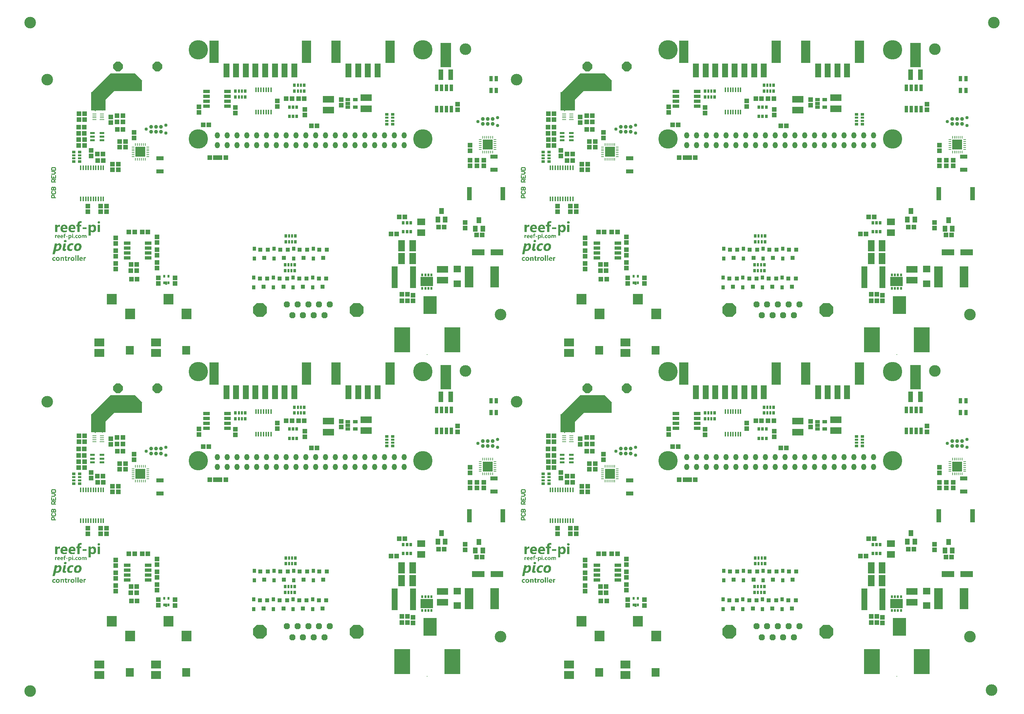
<source format=gts>
G04*
G04 #@! TF.GenerationSoftware,Altium Limited,Altium Designer,19.0.8 (182)*
G04*
G04 Layer_Color=8388736*
%FSLAX25Y25*%
%MOIN*%
G70*
G01*
G75*
%ADD23R,0.01200X0.04800*%
%ADD26O,0.04528X0.00984*%
%ADD27R,0.04528X0.00984*%
%ADD28R,0.02756X0.00984*%
%ADD29R,0.10236X0.10236*%
%ADD30R,0.00984X0.02756*%
%ADD35R,0.09843X0.07874*%
%ADD36R,0.10236X0.10630*%
%ADD37R,0.08268X0.08661*%
%ADD38R,0.09843X0.10630*%
%ADD40R,0.05118X0.13386*%
%ADD41R,0.10236X0.10236*%
%ADD44R,0.06299X0.22441*%
%ADD62C,0.01000*%
%ADD68O,0.05118X0.06299*%
%ADD71C,0.03347*%
%ADD96C,0.11811*%
%ADD97R,0.02600X0.03400*%
%ADD98R,0.04540X0.04540*%
%ADD99R,0.04973X0.03359*%
%ADD100R,0.11500X0.07100*%
%ADD101R,0.04540X0.04540*%
%ADD102R,0.02756X0.03347*%
%ADD103R,0.01968X0.03347*%
%ADD104R,0.09461X0.22847*%
%ADD105R,0.06312X0.14186*%
%ADD106R,0.04000X0.04400*%
%ADD107R,0.03200X0.04000*%
%ADD108R,0.02558X0.03358*%
%ADD109R,0.03347X0.02756*%
%ADD110R,0.03347X0.01968*%
%ADD111R,0.12700X0.06400*%
%ADD112R,0.03600X0.05600*%
%ADD113C,0.03950*%
%ADD114R,0.07493X0.03950*%
%ADD115R,0.04800X0.06400*%
%ADD116R,0.07000X0.03200*%
%ADD117R,0.07900X0.07100*%
%ADD118R,0.13792X0.18123*%
%ADD119R,0.16154X0.25210*%
%ADD120R,0.08700X0.21700*%
%ADD121R,0.07400X0.06800*%
%ADD122R,0.07100X0.11500*%
%ADD123R,0.03200X0.06800*%
%ADD124R,0.02300X0.02800*%
%ADD125R,0.02000X0.03400*%
%ADD126R,0.06800X0.03200*%
%ADD127R,0.01732X0.05158*%
%ADD128R,0.04800X0.10700*%
%ADD129R,0.10700X0.24500*%
%ADD130R,0.01890X0.02756*%
%ADD131R,0.13150X0.09449*%
%ADD132R,0.04567X0.02436*%
%ADD133C,0.19685*%
%ADD134P,0.06818X8X202.5*%
%ADD135P,0.15341X8X202.5*%
%ADD136C,0.00800*%
%ADD137P,0.10499X8X22.5*%
%ADD138C,0.05300*%
G36*
X601523Y631101D02*
X601273Y630851D01*
Y620487D01*
X572806Y620487D01*
X564023Y611704D01*
X564023Y600827D01*
X549273D01*
X549333Y600887D01*
Y619365D01*
X550152D01*
X569273Y638487D01*
X594137D01*
X601523Y631101D01*
D02*
G37*
G36*
X124036D02*
X123786Y630851D01*
Y620487D01*
X95319Y620487D01*
X86536Y611704D01*
X86536Y600827D01*
X71786D01*
X71846Y600887D01*
Y619365D01*
X72665D01*
X91786Y638487D01*
X116650D01*
X124036Y631101D01*
D02*
G37*
G36*
X538943Y488272D02*
X539101Y488263D01*
X539286Y488244D01*
X539489Y488216D01*
X539683Y488179D01*
X539868Y488133D01*
Y486330D01*
X539859D01*
X539850Y486339D01*
X539794Y486357D01*
X539702Y486385D01*
X539591Y486422D01*
X539462Y486450D01*
X539314Y486478D01*
X539165Y486496D01*
X539008Y486505D01*
X538962D01*
X538906Y486496D01*
X538833Y486487D01*
X538749Y486468D01*
X538657Y486441D01*
X538555Y486404D01*
X538453Y486357D01*
X538342Y486293D01*
X538240Y486209D01*
X538148Y486107D01*
X538065Y485996D01*
X537991Y485858D01*
X537935Y485691D01*
X537898Y485506D01*
X537889Y485293D01*
Y484498D01*
X539609D01*
Y482787D01*
X537889D01*
Y476987D01*
X535586D01*
Y482787D01*
X534318D01*
Y484498D01*
X535586D01*
Y485423D01*
Y485441D01*
Y485478D01*
X535595Y485543D01*
Y485636D01*
X535613Y485747D01*
X535632Y485867D01*
X535660Y486015D01*
X535687Y486163D01*
X535734Y486330D01*
X535789Y486496D01*
X535854Y486662D01*
X535937Y486838D01*
X536030Y487014D01*
X536141Y487181D01*
X536270Y487347D01*
X536418Y487495D01*
X536427Y487504D01*
X536455Y487532D01*
X536502Y487569D01*
X536576Y487615D01*
X536659Y487680D01*
X536761Y487745D01*
X536881Y487819D01*
X537019Y487893D01*
X537168Y487957D01*
X537343Y488031D01*
X537528Y488096D01*
X537732Y488161D01*
X537945Y488207D01*
X538185Y488244D01*
X538435Y488272D01*
X538694Y488281D01*
X538869D01*
X538943Y488272D01*
D02*
G37*
G36*
X61457D02*
X61614Y488263D01*
X61799Y488244D01*
X62002Y488216D01*
X62197Y488179D01*
X62382Y488133D01*
Y486330D01*
X62372D01*
X62363Y486339D01*
X62308Y486357D01*
X62215Y486385D01*
X62104Y486422D01*
X61975Y486450D01*
X61827Y486478D01*
X61679Y486496D01*
X61521Y486505D01*
X61475D01*
X61420Y486496D01*
X61346Y486487D01*
X61262Y486468D01*
X61170Y486441D01*
X61068Y486404D01*
X60966Y486357D01*
X60855Y486293D01*
X60754Y486209D01*
X60661Y486107D01*
X60578Y485996D01*
X60504Y485858D01*
X60448Y485691D01*
X60411Y485506D01*
X60402Y485293D01*
Y484498D01*
X62123D01*
Y482787D01*
X60402D01*
Y476987D01*
X58099D01*
Y482787D01*
X56832D01*
Y484498D01*
X58099D01*
Y485423D01*
Y485441D01*
Y485478D01*
X58108Y485543D01*
Y485636D01*
X58127Y485747D01*
X58145Y485867D01*
X58173Y486015D01*
X58201Y486163D01*
X58247Y486330D01*
X58302Y486496D01*
X58367Y486662D01*
X58450Y486838D01*
X58543Y487014D01*
X58654Y487181D01*
X58783Y487347D01*
X58931Y487495D01*
X58941Y487504D01*
X58968Y487532D01*
X59015Y487569D01*
X59089Y487615D01*
X59172Y487680D01*
X59274Y487745D01*
X59394Y487819D01*
X59533Y487893D01*
X59681Y487957D01*
X59856Y488031D01*
X60041Y488096D01*
X60245Y488161D01*
X60458Y488207D01*
X60698Y488244D01*
X60948Y488272D01*
X61207Y488281D01*
X61383D01*
X61457Y488272D01*
D02*
G37*
G36*
X557388Y488059D02*
X557490Y488050D01*
X557628Y488031D01*
X557786Y487985D01*
X557943Y487930D01*
X558100Y487847D01*
X558248Y487736D01*
X558267Y487717D01*
X558304Y487680D01*
X558368Y487606D01*
X558433Y487504D01*
X558498Y487384D01*
X558563Y487236D01*
X558600Y487070D01*
X558618Y486884D01*
Y486875D01*
Y486866D01*
Y486838D01*
X558609Y486801D01*
X558600Y486699D01*
X558572Y486579D01*
X558526Y486441D01*
X558461Y486293D01*
X558368Y486154D01*
X558248Y486015D01*
X558230Y485996D01*
X558183Y485959D01*
X558100Y485913D01*
X557989Y485849D01*
X557851Y485784D01*
X557684Y485738D01*
X557499Y485701D01*
X557286Y485682D01*
X557231D01*
X557185Y485691D01*
X557083Y485701D01*
X556944Y485728D01*
X556796Y485765D01*
X556630Y485830D01*
X556472Y485913D01*
X556324Y486024D01*
X556306Y486043D01*
X556269Y486089D01*
X556204Y486163D01*
X556139Y486265D01*
X556074Y486385D01*
X556010Y486533D01*
X555973Y486699D01*
X555954Y486884D01*
Y486894D01*
Y486912D01*
Y486931D01*
X555964Y486968D01*
X555973Y487070D01*
X556001Y487190D01*
X556047Y487319D01*
X556111Y487458D01*
X556204Y487606D01*
X556324Y487736D01*
X556343Y487754D01*
X556389Y487791D01*
X556472Y487837D01*
X556583Y487902D01*
X556722Y487967D01*
X556888Y488013D01*
X557073Y488050D01*
X557286Y488068D01*
X557342D01*
X557388Y488059D01*
D02*
G37*
G36*
X79901D02*
X80003Y488050D01*
X80142Y488031D01*
X80299Y487985D01*
X80456Y487930D01*
X80613Y487847D01*
X80761Y487736D01*
X80780Y487717D01*
X80817Y487680D01*
X80882Y487606D01*
X80946Y487504D01*
X81011Y487384D01*
X81076Y487236D01*
X81113Y487070D01*
X81131Y486884D01*
Y486875D01*
Y486866D01*
Y486838D01*
X81122Y486801D01*
X81113Y486699D01*
X81085Y486579D01*
X81039Y486441D01*
X80974Y486293D01*
X80882Y486154D01*
X80761Y486015D01*
X80743Y485996D01*
X80697Y485959D01*
X80613Y485913D01*
X80502Y485849D01*
X80364Y485784D01*
X80197Y485738D01*
X80012Y485701D01*
X79799Y485682D01*
X79744D01*
X79698Y485691D01*
X79596Y485701D01*
X79457Y485728D01*
X79309Y485765D01*
X79143Y485830D01*
X78985Y485913D01*
X78837Y486024D01*
X78819Y486043D01*
X78782Y486089D01*
X78717Y486163D01*
X78652Y486265D01*
X78588Y486385D01*
X78523Y486533D01*
X78486Y486699D01*
X78467Y486884D01*
Y486894D01*
Y486912D01*
Y486931D01*
X78477Y486968D01*
X78486Y487070D01*
X78514Y487190D01*
X78560Y487319D01*
X78625Y487458D01*
X78717Y487606D01*
X78837Y487736D01*
X78856Y487754D01*
X78902Y487791D01*
X78985Y487837D01*
X79096Y487902D01*
X79235Y487967D01*
X79402Y488013D01*
X79587Y488050D01*
X79799Y488068D01*
X79855D01*
X79901Y488059D01*
D02*
G37*
G36*
X551699Y484664D02*
X551801Y484655D01*
X551921Y484646D01*
X552060Y484618D01*
X552217Y484590D01*
X552384Y484553D01*
X552560Y484498D01*
X552744Y484433D01*
X552939Y484350D01*
X553124Y484248D01*
X553309Y484137D01*
X553484Y484008D01*
X553651Y483850D01*
X553808Y483675D01*
X553818Y483666D01*
X553845Y483629D01*
X553882Y483573D01*
X553929Y483490D01*
X553993Y483388D01*
X554058Y483268D01*
X554132Y483129D01*
X554206Y482963D01*
X554280Y482778D01*
X554354Y482574D01*
X554419Y482352D01*
X554484Y482102D01*
X554530Y481843D01*
X554567Y481566D01*
X554595Y481270D01*
X554604Y480955D01*
Y480946D01*
Y480937D01*
Y480909D01*
Y480872D01*
X554595Y480770D01*
X554585Y480641D01*
X554576Y480483D01*
X554558Y480299D01*
X554530Y480095D01*
X554493Y479873D01*
X554437Y479642D01*
X554382Y479392D01*
X554308Y479142D01*
X554215Y478893D01*
X554104Y478643D01*
X553984Y478393D01*
X553845Y478162D01*
X553679Y477940D01*
X553670Y477930D01*
X553632Y477893D01*
X553586Y477838D01*
X553512Y477764D01*
X553420Y477681D01*
X553309Y477579D01*
X553170Y477477D01*
X553022Y477376D01*
X552855Y477274D01*
X552670Y477172D01*
X552467Y477070D01*
X552245Y476987D01*
X552014Y476913D01*
X551755Y476858D01*
X551496Y476821D01*
X551209Y476811D01*
X551154D01*
X551080Y476821D01*
X550987Y476830D01*
X550876Y476839D01*
X550746Y476867D01*
X550598Y476895D01*
X550441Y476941D01*
X550284Y476996D01*
X550108Y477070D01*
X549942Y477153D01*
X549766Y477255D01*
X549600Y477376D01*
X549442Y477514D01*
X549285Y477671D01*
X549146Y477856D01*
X549119D01*
Y473537D01*
X546797D01*
Y484498D01*
X549119D01*
Y483360D01*
X549146D01*
X549156Y483379D01*
X549183Y483416D01*
X549239Y483481D01*
X549303Y483564D01*
X549396Y483666D01*
X549498Y483777D01*
X549627Y483897D01*
X549775Y484017D01*
X549932Y484137D01*
X550117Y484258D01*
X550312Y484369D01*
X550525Y484470D01*
X550765Y484553D01*
X551015Y484618D01*
X551274Y484655D01*
X551560Y484674D01*
X551625D01*
X551699Y484664D01*
D02*
G37*
G36*
X74212D02*
X74314Y484655D01*
X74434Y484646D01*
X74573Y484618D01*
X74730Y484590D01*
X74897Y484553D01*
X75073Y484498D01*
X75258Y484433D01*
X75452Y484350D01*
X75637Y484248D01*
X75822Y484137D01*
X75998Y484008D01*
X76164Y483850D01*
X76321Y483675D01*
X76331Y483666D01*
X76358Y483629D01*
X76395Y483573D01*
X76442Y483490D01*
X76506Y483388D01*
X76571Y483268D01*
X76645Y483129D01*
X76719Y482963D01*
X76793Y482778D01*
X76867Y482574D01*
X76932Y482352D01*
X76997Y482102D01*
X77043Y481843D01*
X77080Y481566D01*
X77108Y481270D01*
X77117Y480955D01*
Y480946D01*
Y480937D01*
Y480909D01*
Y480872D01*
X77108Y480770D01*
X77098Y480641D01*
X77089Y480483D01*
X77071Y480299D01*
X77043Y480095D01*
X77006Y479873D01*
X76950Y479642D01*
X76895Y479392D01*
X76821Y479142D01*
X76728Y478893D01*
X76617Y478643D01*
X76497Y478393D01*
X76358Y478162D01*
X76192Y477940D01*
X76183Y477930D01*
X76146Y477893D01*
X76099Y477838D01*
X76025Y477764D01*
X75933Y477681D01*
X75822Y477579D01*
X75683Y477477D01*
X75535Y477376D01*
X75369Y477274D01*
X75184Y477172D01*
X74980Y477070D01*
X74758Y476987D01*
X74527Y476913D01*
X74268Y476858D01*
X74009Y476821D01*
X73722Y476811D01*
X73667D01*
X73593Y476821D01*
X73500Y476830D01*
X73389Y476839D01*
X73260Y476867D01*
X73112Y476895D01*
X72954Y476941D01*
X72797Y476996D01*
X72621Y477070D01*
X72455Y477153D01*
X72279Y477255D01*
X72113Y477376D01*
X71955Y477514D01*
X71798Y477671D01*
X71659Y477856D01*
X71632D01*
Y473537D01*
X69310D01*
Y484498D01*
X71632D01*
Y483360D01*
X71659D01*
X71669Y483379D01*
X71696Y483416D01*
X71752Y483481D01*
X71817Y483564D01*
X71909Y483666D01*
X72011Y483777D01*
X72140Y483897D01*
X72288Y484017D01*
X72446Y484137D01*
X72631Y484258D01*
X72825Y484369D01*
X73038Y484470D01*
X73278Y484553D01*
X73528Y484618D01*
X73787Y484655D01*
X74074Y484674D01*
X74138D01*
X74212Y484664D01*
D02*
G37*
G36*
X517262Y484618D02*
X517354Y484609D01*
X517456Y484590D01*
X517548Y484563D01*
X517631Y484535D01*
Y482408D01*
X517613Y482417D01*
X517557Y482444D01*
X517465Y482481D01*
X517354Y482518D01*
X517206Y482555D01*
X517039Y482592D01*
X516854Y482620D01*
X516651Y482629D01*
X516577D01*
X516531Y482620D01*
X516466Y482611D01*
X516392Y482602D01*
X516225Y482565D01*
X516031Y482491D01*
X515939Y482454D01*
X515837Y482398D01*
X515744Y482334D01*
X515652Y482260D01*
X515559Y482176D01*
X515476Y482074D01*
Y482065D01*
X515458Y482047D01*
X515439Y482019D01*
X515412Y481973D01*
X515375Y481917D01*
X515338Y481852D01*
X515301Y481769D01*
X515264Y481677D01*
X515227Y481575D01*
X515190Y481464D01*
X515153Y481334D01*
X515115Y481205D01*
X515088Y481057D01*
X515069Y480909D01*
X515060Y480743D01*
X515051Y480567D01*
Y476987D01*
X512729D01*
Y484498D01*
X515051D01*
Y483101D01*
X515078D01*
X515088Y483120D01*
X515106Y483166D01*
X515134Y483240D01*
X515190Y483342D01*
X515245Y483453D01*
X515328Y483582D01*
X515421Y483721D01*
X515532Y483869D01*
X515661Y484008D01*
X515800Y484146D01*
X515967Y484276D01*
X516142Y484387D01*
X516346Y484489D01*
X516559Y484563D01*
X516799Y484609D01*
X517058Y484627D01*
X517188D01*
X517262Y484618D01*
D02*
G37*
G36*
X39775D02*
X39867Y484609D01*
X39969Y484590D01*
X40061Y484563D01*
X40145Y484535D01*
Y482408D01*
X40126Y482417D01*
X40071Y482444D01*
X39978Y482481D01*
X39867Y482518D01*
X39719Y482555D01*
X39553Y482592D01*
X39368Y482620D01*
X39164Y482629D01*
X39090D01*
X39044Y482620D01*
X38979Y482611D01*
X38905Y482602D01*
X38739Y482565D01*
X38544Y482491D01*
X38452Y482454D01*
X38350Y482398D01*
X38258Y482334D01*
X38165Y482260D01*
X38073Y482176D01*
X37989Y482074D01*
Y482065D01*
X37971Y482047D01*
X37952Y482019D01*
X37925Y481973D01*
X37888Y481917D01*
X37851Y481852D01*
X37814Y481769D01*
X37777Y481677D01*
X37740Y481575D01*
X37703Y481464D01*
X37666Y481334D01*
X37629Y481205D01*
X37601Y481057D01*
X37582Y480909D01*
X37573Y480743D01*
X37564Y480567D01*
Y476987D01*
X35242D01*
Y484498D01*
X37564D01*
Y483101D01*
X37592D01*
X37601Y483120D01*
X37619Y483166D01*
X37647Y483240D01*
X37703Y483342D01*
X37758Y483453D01*
X37841Y483582D01*
X37934Y483721D01*
X38045Y483869D01*
X38174Y484008D01*
X38313Y484146D01*
X38480Y484276D01*
X38655Y484387D01*
X38859Y484489D01*
X39072Y484563D01*
X39312Y484609D01*
X39571Y484627D01*
X39701D01*
X39775Y484618D01*
D02*
G37*
G36*
X544808Y480178D02*
X540794Y480178D01*
Y481797D01*
X544808Y481797D01*
Y480178D01*
D02*
G37*
G36*
X67321D02*
X63307Y480178D01*
Y481797D01*
X67321Y481797D01*
Y480178D01*
D02*
G37*
G36*
X558433Y476987D02*
X556111D01*
Y484498D01*
X558433D01*
Y476987D01*
D02*
G37*
G36*
X80946D02*
X78625D01*
Y484498D01*
X80946D01*
Y476987D01*
D02*
G37*
G36*
X530304Y484664D02*
X530415Y484655D01*
X530554Y484646D01*
X530711Y484618D01*
X530887Y484590D01*
X531081Y484553D01*
X531275Y484498D01*
X531488Y484433D01*
X531692Y484359D01*
X531904Y484258D01*
X532117Y484146D01*
X532311Y484017D01*
X532506Y483869D01*
X532681Y483693D01*
X532690Y483684D01*
X532718Y483647D01*
X532764Y483592D01*
X532820Y483518D01*
X532894Y483416D01*
X532968Y483295D01*
X533051Y483157D01*
X533135Y483000D01*
X533218Y482824D01*
X533301Y482620D01*
X533375Y482408D01*
X533449Y482176D01*
X533504Y481917D01*
X533551Y481649D01*
X533578Y481362D01*
X533588Y481057D01*
Y480077D01*
X528685D01*
Y480058D01*
X528694Y480002D01*
X528713Y479928D01*
X528731Y479817D01*
X528768Y479697D01*
X528824Y479559D01*
X528898Y479411D01*
X528981Y479262D01*
X529102Y479105D01*
X529240Y478957D01*
X529407Y478819D01*
X529601Y478698D01*
X529832Y478587D01*
X529962Y478550D01*
X530100Y478513D01*
X530248Y478476D01*
X530406Y478458D01*
X530572Y478448D01*
X530748Y478439D01*
X530868D01*
X530961Y478448D01*
X531063Y478458D01*
X531192Y478467D01*
X531331Y478485D01*
X531488Y478513D01*
X531655Y478541D01*
X531821Y478587D01*
X532006Y478633D01*
X532191Y478689D01*
X532376Y478754D01*
X532561Y478837D01*
X532746Y478930D01*
X532922Y479031D01*
Y477357D01*
X532912Y477348D01*
X532875Y477329D01*
X532820Y477311D01*
X532737Y477274D01*
X532635Y477227D01*
X532506Y477181D01*
X532358Y477135D01*
X532200Y477089D01*
X532015Y477033D01*
X531812Y476987D01*
X531590Y476941D01*
X531349Y476895D01*
X531090Y476858D01*
X530813Y476839D01*
X530526Y476821D01*
X530221Y476811D01*
X530137D01*
X530045Y476821D01*
X529925Y476830D01*
X529768Y476839D01*
X529592Y476867D01*
X529397Y476895D01*
X529185Y476941D01*
X528963Y476987D01*
X528731Y477052D01*
X528491Y477135D01*
X528260Y477237D01*
X528028Y477348D01*
X527797Y477477D01*
X527585Y477634D01*
X527390Y477810D01*
X527381Y477819D01*
X527344Y477856D01*
X527298Y477912D01*
X527233Y477995D01*
X527159Y478097D01*
X527076Y478227D01*
X526983Y478374D01*
X526891Y478541D01*
X526798Y478726D01*
X526706Y478939D01*
X526622Y479170D01*
X526548Y479420D01*
X526484Y479697D01*
X526438Y479984D01*
X526401Y480289D01*
X526391Y480622D01*
Y480631D01*
Y480641D01*
Y480668D01*
Y480705D01*
X526401Y480798D01*
X526410Y480928D01*
X526428Y481085D01*
X526447Y481270D01*
X526484Y481473D01*
X526530Y481695D01*
X526585Y481926D01*
X526659Y482167D01*
X526743Y482417D01*
X526845Y482657D01*
X526974Y482907D01*
X527113Y483138D01*
X527279Y483369D01*
X527473Y483582D01*
X527483Y483592D01*
X527520Y483629D01*
X527585Y483684D01*
X527668Y483749D01*
X527770Y483832D01*
X527899Y483924D01*
X528047Y484026D01*
X528214Y484128D01*
X528399Y484230D01*
X528602Y484332D01*
X528824Y484424D01*
X529055Y484507D01*
X529305Y484572D01*
X529573Y484627D01*
X529851Y484664D01*
X530147Y484674D01*
X530221D01*
X530304Y484664D01*
D02*
G37*
G36*
X52817D02*
X52928Y484655D01*
X53067Y484646D01*
X53224Y484618D01*
X53400Y484590D01*
X53594Y484553D01*
X53788Y484498D01*
X54001Y484433D01*
X54205Y484359D01*
X54417Y484258D01*
X54630Y484146D01*
X54824Y484017D01*
X55019Y483869D01*
X55194Y483693D01*
X55204Y483684D01*
X55231Y483647D01*
X55278Y483592D01*
X55333Y483518D01*
X55407Y483416D01*
X55481Y483295D01*
X55564Y483157D01*
X55648Y483000D01*
X55731Y482824D01*
X55814Y482620D01*
X55888Y482408D01*
X55962Y482176D01*
X56018Y481917D01*
X56064Y481649D01*
X56092Y481362D01*
X56101Y481057D01*
Y480077D01*
X51198D01*
Y480058D01*
X51208Y480002D01*
X51226Y479928D01*
X51245Y479817D01*
X51282Y479697D01*
X51337Y479559D01*
X51411Y479411D01*
X51494Y479262D01*
X51615Y479105D01*
X51753Y478957D01*
X51920Y478819D01*
X52114Y478698D01*
X52345Y478587D01*
X52475Y478550D01*
X52614Y478513D01*
X52762Y478476D01*
X52919Y478458D01*
X53085Y478448D01*
X53261Y478439D01*
X53381D01*
X53474Y478448D01*
X53576Y478458D01*
X53705Y478467D01*
X53844Y478485D01*
X54001Y478513D01*
X54168Y478541D01*
X54334Y478587D01*
X54519Y478633D01*
X54704Y478689D01*
X54889Y478754D01*
X55074Y478837D01*
X55259Y478930D01*
X55435Y479031D01*
Y477357D01*
X55426Y477348D01*
X55389Y477329D01*
X55333Y477311D01*
X55250Y477274D01*
X55148Y477227D01*
X55019Y477181D01*
X54871Y477135D01*
X54713Y477089D01*
X54528Y477033D01*
X54325Y476987D01*
X54103Y476941D01*
X53862Y476895D01*
X53603Y476858D01*
X53326Y476839D01*
X53039Y476821D01*
X52734Y476811D01*
X52651D01*
X52558Y476821D01*
X52438Y476830D01*
X52281Y476839D01*
X52105Y476867D01*
X51911Y476895D01*
X51698Y476941D01*
X51476Y476987D01*
X51245Y477052D01*
X51004Y477135D01*
X50773Y477237D01*
X50542Y477348D01*
X50310Y477477D01*
X50098Y477634D01*
X49903Y477810D01*
X49894Y477819D01*
X49857Y477856D01*
X49811Y477912D01*
X49746Y477995D01*
X49672Y478097D01*
X49589Y478227D01*
X49496Y478374D01*
X49404Y478541D01*
X49311Y478726D01*
X49219Y478939D01*
X49136Y479170D01*
X49062Y479420D01*
X48997Y479697D01*
X48951Y479984D01*
X48914Y480289D01*
X48904Y480622D01*
Y480631D01*
Y480641D01*
Y480668D01*
Y480705D01*
X48914Y480798D01*
X48923Y480928D01*
X48941Y481085D01*
X48960Y481270D01*
X48997Y481473D01*
X49043Y481695D01*
X49099Y481926D01*
X49173Y482167D01*
X49256Y482417D01*
X49358Y482657D01*
X49487Y482907D01*
X49626Y483138D01*
X49792Y483369D01*
X49987Y483582D01*
X49996Y483592D01*
X50033Y483629D01*
X50098Y483684D01*
X50181Y483749D01*
X50283Y483832D01*
X50412Y483924D01*
X50560Y484026D01*
X50727Y484128D01*
X50912Y484230D01*
X51115Y484332D01*
X51337Y484424D01*
X51568Y484507D01*
X51818Y484572D01*
X52086Y484627D01*
X52364Y484664D01*
X52660Y484674D01*
X52734D01*
X52817Y484664D01*
D02*
G37*
G36*
X522173D02*
X522284Y484655D01*
X522423Y484646D01*
X522580Y484618D01*
X522756Y484590D01*
X522950Y484553D01*
X523144Y484498D01*
X523357Y484433D01*
X523561Y484359D01*
X523773Y484258D01*
X523986Y484146D01*
X524181Y484017D01*
X524375Y483869D01*
X524550Y483693D01*
X524560Y483684D01*
X524587Y483647D01*
X524634Y483592D01*
X524689Y483518D01*
X524763Y483416D01*
X524837Y483295D01*
X524921Y483157D01*
X525004Y483000D01*
X525087Y482824D01*
X525170Y482620D01*
X525244Y482408D01*
X525318Y482176D01*
X525374Y481917D01*
X525420Y481649D01*
X525448Y481362D01*
X525457Y481057D01*
Y480077D01*
X520554D01*
Y480058D01*
X520564Y480002D01*
X520582Y479928D01*
X520601Y479817D01*
X520638Y479697D01*
X520693Y479559D01*
X520767Y479411D01*
X520851Y479262D01*
X520971Y479105D01*
X521109Y478957D01*
X521276Y478819D01*
X521470Y478698D01*
X521701Y478587D01*
X521831Y478550D01*
X521970Y478513D01*
X522118Y478476D01*
X522275Y478458D01*
X522441Y478448D01*
X522617Y478439D01*
X522738D01*
X522830Y478448D01*
X522932Y478458D01*
X523061Y478467D01*
X523200Y478485D01*
X523357Y478513D01*
X523524Y478541D01*
X523690Y478587D01*
X523875Y478633D01*
X524060Y478689D01*
X524245Y478754D01*
X524430Y478837D01*
X524615Y478930D01*
X524791Y479031D01*
Y477357D01*
X524782Y477348D01*
X524745Y477329D01*
X524689Y477311D01*
X524606Y477274D01*
X524504Y477227D01*
X524375Y477181D01*
X524227Y477135D01*
X524069Y477089D01*
X523884Y477033D01*
X523681Y476987D01*
X523459Y476941D01*
X523218Y476895D01*
X522960Y476858D01*
X522682Y476839D01*
X522395Y476821D01*
X522090Y476811D01*
X522007D01*
X521914Y476821D01*
X521794Y476830D01*
X521637Y476839D01*
X521461Y476867D01*
X521267Y476895D01*
X521054Y476941D01*
X520832Y476987D01*
X520601Y477052D01*
X520360Y477135D01*
X520129Y477237D01*
X519898Y477348D01*
X519666Y477477D01*
X519454Y477634D01*
X519260Y477810D01*
X519250Y477819D01*
X519213Y477856D01*
X519167Y477912D01*
X519102Y477995D01*
X519028Y478097D01*
X518945Y478227D01*
X518853Y478374D01*
X518760Y478541D01*
X518668Y478726D01*
X518575Y478939D01*
X518492Y479170D01*
X518418Y479420D01*
X518353Y479697D01*
X518307Y479984D01*
X518270Y480289D01*
X518260Y480622D01*
Y480631D01*
Y480641D01*
Y480668D01*
Y480705D01*
X518270Y480798D01*
X518279Y480928D01*
X518297Y481085D01*
X518316Y481270D01*
X518353Y481473D01*
X518399Y481695D01*
X518455Y481926D01*
X518529Y482167D01*
X518612Y482417D01*
X518714Y482657D01*
X518843Y482907D01*
X518982Y483138D01*
X519148Y483369D01*
X519343Y483582D01*
X519352Y483592D01*
X519389Y483629D01*
X519454Y483684D01*
X519537Y483749D01*
X519639Y483832D01*
X519768Y483924D01*
X519916Y484026D01*
X520083Y484128D01*
X520268Y484230D01*
X520471Y484332D01*
X520693Y484424D01*
X520925Y484507D01*
X521174Y484572D01*
X521443Y484627D01*
X521720Y484664D01*
X522016Y484674D01*
X522090D01*
X522173Y484664D01*
D02*
G37*
G36*
X44686D02*
X44797Y484655D01*
X44936Y484646D01*
X45093Y484618D01*
X45269Y484590D01*
X45463Y484553D01*
X45658Y484498D01*
X45870Y484433D01*
X46074Y484359D01*
X46287Y484258D01*
X46499Y484146D01*
X46694Y484017D01*
X46888Y483869D01*
X47064Y483693D01*
X47073Y483684D01*
X47101Y483647D01*
X47147Y483592D01*
X47202Y483518D01*
X47276Y483416D01*
X47350Y483295D01*
X47434Y483157D01*
X47517Y483000D01*
X47600Y482824D01*
X47683Y482620D01*
X47757Y482408D01*
X47831Y482176D01*
X47887Y481917D01*
X47933Y481649D01*
X47961Y481362D01*
X47970Y481057D01*
Y480077D01*
X43068D01*
Y480058D01*
X43077Y480002D01*
X43095Y479928D01*
X43114Y479817D01*
X43151Y479697D01*
X43206Y479559D01*
X43280Y479411D01*
X43364Y479262D01*
X43484Y479105D01*
X43623Y478957D01*
X43789Y478819D01*
X43983Y478698D01*
X44215Y478587D01*
X44344Y478550D01*
X44483Y478513D01*
X44631Y478476D01*
X44788Y478458D01*
X44955Y478448D01*
X45130Y478439D01*
X45251D01*
X45343Y478448D01*
X45445Y478458D01*
X45574Y478467D01*
X45713Y478485D01*
X45870Y478513D01*
X46037Y478541D01*
X46203Y478587D01*
X46388Y478633D01*
X46573Y478689D01*
X46758Y478754D01*
X46943Y478837D01*
X47128Y478930D01*
X47304Y479031D01*
Y477357D01*
X47295Y477348D01*
X47258Y477329D01*
X47202Y477311D01*
X47119Y477274D01*
X47017Y477227D01*
X46888Y477181D01*
X46740Y477135D01*
X46583Y477089D01*
X46398Y477033D01*
X46194Y476987D01*
X45972Y476941D01*
X45732Y476895D01*
X45473Y476858D01*
X45195Y476839D01*
X44908Y476821D01*
X44603Y476811D01*
X44520D01*
X44427Y476821D01*
X44307Y476830D01*
X44150Y476839D01*
X43974Y476867D01*
X43780Y476895D01*
X43567Y476941D01*
X43345Y476987D01*
X43114Y477052D01*
X42873Y477135D01*
X42642Y477237D01*
X42411Y477348D01*
X42180Y477477D01*
X41967Y477634D01*
X41773Y477810D01*
X41763Y477819D01*
X41726Y477856D01*
X41680Y477912D01*
X41615Y477995D01*
X41541Y478097D01*
X41458Y478227D01*
X41366Y478374D01*
X41273Y478541D01*
X41181Y478726D01*
X41088Y478939D01*
X41005Y479170D01*
X40931Y479420D01*
X40866Y479697D01*
X40820Y479984D01*
X40783Y480289D01*
X40774Y480622D01*
Y480631D01*
Y480641D01*
Y480668D01*
Y480705D01*
X40783Y480798D01*
X40792Y480928D01*
X40811Y481085D01*
X40829Y481270D01*
X40866Y481473D01*
X40912Y481695D01*
X40968Y481926D01*
X41042Y482167D01*
X41125Y482417D01*
X41227Y482657D01*
X41356Y482907D01*
X41495Y483138D01*
X41662Y483369D01*
X41856Y483582D01*
X41865Y483592D01*
X41902Y483629D01*
X41967Y483684D01*
X42050Y483749D01*
X42152Y483832D01*
X42281Y483924D01*
X42429Y484026D01*
X42596Y484128D01*
X42781Y484230D01*
X42984Y484332D01*
X43206Y484424D01*
X43438Y484507D01*
X43687Y484572D01*
X43956Y484627D01*
X44233Y484664D01*
X44529Y484674D01*
X44603D01*
X44686Y484664D01*
D02*
G37*
G36*
X523215Y475501D02*
X523278Y475497D01*
X523352Y475490D01*
X523433Y475479D01*
X523511Y475464D01*
X523585Y475446D01*
Y474724D01*
X523581D01*
X523577Y474728D01*
X523555Y474735D01*
X523518Y474746D01*
X523474Y474761D01*
X523422Y474772D01*
X523363Y474783D01*
X523304Y474791D01*
X523241Y474794D01*
X523222D01*
X523200Y474791D01*
X523170Y474787D01*
X523137Y474780D01*
X523100Y474768D01*
X523059Y474754D01*
X523019Y474735D01*
X522974Y474709D01*
X522934Y474676D01*
X522897Y474635D01*
X522863Y474591D01*
X522834Y474535D01*
X522812Y474469D01*
X522797Y474395D01*
X522793Y474310D01*
Y473991D01*
X523481D01*
Y473307D01*
X522793D01*
Y470987D01*
X521872D01*
Y473307D01*
X521365D01*
Y473991D01*
X521872D01*
Y474361D01*
Y474369D01*
Y474384D01*
X521875Y474409D01*
Y474446D01*
X521883Y474491D01*
X521890Y474539D01*
X521901Y474598D01*
X521912Y474657D01*
X521931Y474724D01*
X521953Y474791D01*
X521979Y474857D01*
X522012Y474928D01*
X522049Y474998D01*
X522094Y475064D01*
X522146Y475131D01*
X522205Y475190D01*
X522208Y475194D01*
X522220Y475205D01*
X522238Y475220D01*
X522268Y475238D01*
X522301Y475264D01*
X522342Y475290D01*
X522390Y475320D01*
X522445Y475349D01*
X522504Y475375D01*
X522575Y475405D01*
X522649Y475431D01*
X522730Y475457D01*
X522815Y475475D01*
X522911Y475490D01*
X523011Y475501D01*
X523115Y475505D01*
X523185D01*
X523215Y475501D01*
D02*
G37*
G36*
X45728D02*
X45791Y475497D01*
X45865Y475490D01*
X45946Y475479D01*
X46024Y475464D01*
X46098Y475446D01*
Y474724D01*
X46094D01*
X46090Y474728D01*
X46068Y474735D01*
X46031Y474746D01*
X45987Y474761D01*
X45935Y474772D01*
X45876Y474783D01*
X45817Y474791D01*
X45754Y474794D01*
X45735D01*
X45713Y474791D01*
X45684Y474787D01*
X45650Y474780D01*
X45613Y474768D01*
X45573Y474754D01*
X45532Y474735D01*
X45487Y474709D01*
X45447Y474676D01*
X45410Y474635D01*
X45376Y474591D01*
X45347Y474535D01*
X45325Y474469D01*
X45310Y474395D01*
X45306Y474310D01*
Y473991D01*
X45994D01*
Y473307D01*
X45306D01*
Y470987D01*
X44385D01*
Y473307D01*
X43878D01*
Y473991D01*
X44385D01*
Y474361D01*
Y474369D01*
Y474384D01*
X44388Y474409D01*
Y474446D01*
X44396Y474491D01*
X44403Y474539D01*
X44414Y474598D01*
X44425Y474657D01*
X44444Y474724D01*
X44466Y474791D01*
X44492Y474857D01*
X44525Y474928D01*
X44562Y474998D01*
X44607Y475064D01*
X44659Y475131D01*
X44718Y475190D01*
X44721Y475194D01*
X44733Y475205D01*
X44751Y475220D01*
X44781Y475238D01*
X44814Y475264D01*
X44855Y475290D01*
X44903Y475320D01*
X44958Y475349D01*
X45017Y475375D01*
X45088Y475405D01*
X45162Y475431D01*
X45243Y475457D01*
X45328Y475475D01*
X45425Y475490D01*
X45524Y475501D01*
X45628Y475505D01*
X45698D01*
X45728Y475501D01*
D02*
G37*
G36*
X530593Y475416D02*
X530633Y475412D01*
X530689Y475405D01*
X530752Y475386D01*
X530815Y475364D01*
X530877Y475331D01*
X530937Y475286D01*
X530944Y475279D01*
X530959Y475264D01*
X530985Y475235D01*
X531011Y475194D01*
X531037Y475146D01*
X531063Y475087D01*
X531077Y475020D01*
X531085Y474946D01*
Y474942D01*
Y474939D01*
Y474928D01*
X531081Y474913D01*
X531077Y474872D01*
X531066Y474824D01*
X531048Y474768D01*
X531022Y474709D01*
X530985Y474654D01*
X530937Y474598D01*
X530929Y474591D01*
X530911Y474576D01*
X530877Y474557D01*
X530833Y474532D01*
X530778Y474506D01*
X530711Y474487D01*
X530637Y474472D01*
X530552Y474465D01*
X530530D01*
X530511Y474469D01*
X530471Y474472D01*
X530415Y474483D01*
X530356Y474498D01*
X530289Y474524D01*
X530226Y474557D01*
X530167Y474602D01*
X530160Y474609D01*
X530145Y474628D01*
X530119Y474657D01*
X530093Y474698D01*
X530067Y474746D01*
X530041Y474805D01*
X530026Y474872D01*
X530019Y474946D01*
Y474950D01*
Y474957D01*
Y474965D01*
X530023Y474979D01*
X530026Y475020D01*
X530038Y475068D01*
X530056Y475120D01*
X530082Y475175D01*
X530119Y475235D01*
X530167Y475286D01*
X530174Y475294D01*
X530193Y475309D01*
X530226Y475327D01*
X530271Y475353D01*
X530326Y475379D01*
X530393Y475397D01*
X530467Y475412D01*
X530552Y475420D01*
X530574D01*
X530593Y475416D01*
D02*
G37*
G36*
X53106D02*
X53146Y475412D01*
X53202Y475405D01*
X53265Y475386D01*
X53328Y475364D01*
X53391Y475331D01*
X53450Y475286D01*
X53457Y475279D01*
X53472Y475264D01*
X53498Y475235D01*
X53524Y475194D01*
X53550Y475146D01*
X53576Y475087D01*
X53590Y475020D01*
X53598Y474946D01*
Y474942D01*
Y474939D01*
Y474928D01*
X53594Y474913D01*
X53590Y474872D01*
X53579Y474824D01*
X53561Y474768D01*
X53535Y474709D01*
X53498Y474654D01*
X53450Y474598D01*
X53442Y474591D01*
X53424Y474576D01*
X53391Y474557D01*
X53346Y474532D01*
X53291Y474506D01*
X53224Y474487D01*
X53150Y474472D01*
X53065Y474465D01*
X53043D01*
X53024Y474469D01*
X52984Y474472D01*
X52928Y474483D01*
X52869Y474498D01*
X52802Y474524D01*
X52739Y474557D01*
X52680Y474602D01*
X52673Y474609D01*
X52658Y474628D01*
X52632Y474657D01*
X52606Y474698D01*
X52580Y474746D01*
X52554Y474805D01*
X52540Y474872D01*
X52532Y474946D01*
Y474950D01*
Y474957D01*
Y474965D01*
X52536Y474979D01*
X52540Y475020D01*
X52551Y475068D01*
X52569Y475120D01*
X52595Y475175D01*
X52632Y475235D01*
X52680Y475286D01*
X52688Y475294D01*
X52706Y475309D01*
X52739Y475327D01*
X52784Y475353D01*
X52839Y475379D01*
X52906Y475397D01*
X52980Y475412D01*
X53065Y475420D01*
X53087D01*
X53106Y475416D01*
D02*
G37*
G36*
X528317Y474058D02*
X528358Y474054D01*
X528406Y474051D01*
X528461Y474040D01*
X528524Y474028D01*
X528591Y474014D01*
X528661Y473991D01*
X528735Y473966D01*
X528813Y473932D01*
X528887Y473891D01*
X528961Y473847D01*
X529031Y473795D01*
X529098Y473732D01*
X529161Y473662D01*
X529164Y473658D01*
X529176Y473644D01*
X529190Y473621D01*
X529209Y473588D01*
X529235Y473547D01*
X529261Y473499D01*
X529290Y473444D01*
X529320Y473377D01*
X529349Y473303D01*
X529379Y473222D01*
X529405Y473133D01*
X529431Y473033D01*
X529449Y472929D01*
X529464Y472819D01*
X529475Y472700D01*
X529479Y472574D01*
Y472571D01*
Y472567D01*
Y472556D01*
Y472541D01*
X529475Y472500D01*
X529471Y472448D01*
X529468Y472386D01*
X529460Y472312D01*
X529449Y472230D01*
X529434Y472141D01*
X529412Y472049D01*
X529390Y471949D01*
X529360Y471849D01*
X529323Y471749D01*
X529279Y471649D01*
X529231Y471549D01*
X529176Y471457D01*
X529109Y471368D01*
X529105Y471364D01*
X529090Y471350D01*
X529072Y471327D01*
X529042Y471298D01*
X529005Y471265D01*
X528961Y471224D01*
X528905Y471183D01*
X528846Y471142D01*
X528780Y471102D01*
X528706Y471061D01*
X528624Y471020D01*
X528535Y470987D01*
X528443Y470957D01*
X528339Y470935D01*
X528236Y470920D01*
X528121Y470917D01*
X528099D01*
X528069Y470920D01*
X528032Y470924D01*
X527988Y470928D01*
X527936Y470939D01*
X527877Y470950D01*
X527814Y470968D01*
X527751Y470991D01*
X527681Y471020D01*
X527614Y471054D01*
X527544Y471094D01*
X527477Y471142D01*
X527414Y471198D01*
X527351Y471261D01*
X527296Y471335D01*
X527285D01*
Y469607D01*
X526356D01*
Y473991D01*
X527285D01*
Y473536D01*
X527296D01*
X527300Y473544D01*
X527311Y473559D01*
X527333Y473584D01*
X527359Y473618D01*
X527396Y473658D01*
X527436Y473703D01*
X527488Y473751D01*
X527548Y473799D01*
X527610Y473847D01*
X527684Y473895D01*
X527762Y473940D01*
X527847Y473980D01*
X527943Y474014D01*
X528043Y474040D01*
X528147Y474054D01*
X528262Y474062D01*
X528288D01*
X528317Y474058D01*
D02*
G37*
G36*
X50830D02*
X50871Y474054D01*
X50919Y474051D01*
X50975Y474040D01*
X51037Y474028D01*
X51104Y474014D01*
X51174Y473991D01*
X51248Y473966D01*
X51326Y473932D01*
X51400Y473891D01*
X51474Y473847D01*
X51544Y473795D01*
X51611Y473732D01*
X51674Y473662D01*
X51678Y473658D01*
X51689Y473644D01*
X51703Y473621D01*
X51722Y473588D01*
X51748Y473547D01*
X51774Y473499D01*
X51803Y473444D01*
X51833Y473377D01*
X51863Y473303D01*
X51892Y473222D01*
X51918Y473133D01*
X51944Y473033D01*
X51962Y472929D01*
X51977Y472819D01*
X51988Y472700D01*
X51992Y472574D01*
Y472571D01*
Y472567D01*
Y472556D01*
Y472541D01*
X51988Y472500D01*
X51985Y472448D01*
X51981Y472386D01*
X51973Y472312D01*
X51962Y472230D01*
X51948Y472141D01*
X51925Y472049D01*
X51903Y471949D01*
X51874Y471849D01*
X51837Y471749D01*
X51792Y471649D01*
X51744Y471549D01*
X51689Y471457D01*
X51622Y471368D01*
X51618Y471364D01*
X51604Y471350D01*
X51585Y471327D01*
X51555Y471298D01*
X51518Y471265D01*
X51474Y471224D01*
X51419Y471183D01*
X51359Y471142D01*
X51293Y471102D01*
X51219Y471061D01*
X51137Y471020D01*
X51048Y470987D01*
X50956Y470957D01*
X50852Y470935D01*
X50749Y470920D01*
X50634Y470917D01*
X50612D01*
X50582Y470920D01*
X50545Y470924D01*
X50501Y470928D01*
X50449Y470939D01*
X50390Y470950D01*
X50327Y470968D01*
X50264Y470991D01*
X50194Y471020D01*
X50127Y471054D01*
X50057Y471094D01*
X49990Y471142D01*
X49927Y471198D01*
X49865Y471261D01*
X49809Y471335D01*
X49798D01*
Y469607D01*
X48869D01*
Y473991D01*
X49798D01*
Y473536D01*
X49809D01*
X49813Y473544D01*
X49824Y473559D01*
X49846Y473584D01*
X49872Y473618D01*
X49909Y473658D01*
X49950Y473703D01*
X50001Y473751D01*
X50061Y473799D01*
X50124Y473847D01*
X50197Y473895D01*
X50275Y473940D01*
X50360Y473980D01*
X50457Y474014D01*
X50556Y474040D01*
X50660Y474054D01*
X50775Y474062D01*
X50801D01*
X50830Y474058D01*
D02*
G37*
G36*
X543805Y474058D02*
X543827D01*
X543853Y474054D01*
X543916Y474043D01*
X543990Y474025D01*
X544075Y473999D01*
X544164Y473962D01*
X544257Y473910D01*
X544301Y473880D01*
X544346Y473847D01*
X544390Y473810D01*
X544434Y473766D01*
X544479Y473721D01*
X544519Y473669D01*
X544556Y473614D01*
X544593Y473555D01*
X544627Y473488D01*
X544656Y473414D01*
X544682Y473337D01*
X544704Y473255D01*
X544719Y473163D01*
X544734Y473066D01*
X544741Y472966D01*
X544745Y472856D01*
Y470987D01*
X543824D01*
Y472700D01*
Y472704D01*
Y472708D01*
Y472730D01*
X543820Y472759D01*
X543816Y472804D01*
X543809Y472852D01*
X543798Y472907D01*
X543783Y472966D01*
X543765Y473026D01*
X543739Y473085D01*
X543705Y473144D01*
X543668Y473200D01*
X543620Y473251D01*
X543565Y473292D01*
X543502Y473322D01*
X543428Y473344D01*
X543387Y473351D01*
X543321D01*
X543306Y473348D01*
X543261Y473340D01*
X543210Y473325D01*
X543150Y473303D01*
X543087Y473270D01*
X543058Y473248D01*
X543028Y473222D01*
X542999Y473188D01*
X542969Y473155D01*
Y473151D01*
X542962Y473148D01*
X542954Y473137D01*
X542947Y473122D01*
X542936Y473100D01*
X542925Y473077D01*
X542910Y473052D01*
X542899Y473022D01*
X542869Y472952D01*
X542847Y472867D01*
X542832Y472770D01*
X542825Y472667D01*
Y470987D01*
X541896D01*
Y472715D01*
Y472719D01*
Y472722D01*
Y472741D01*
X541892Y472774D01*
X541889Y472815D01*
X541881Y472863D01*
X541870Y472915D01*
X541855Y472974D01*
X541837Y473033D01*
X541811Y473092D01*
X541781Y473151D01*
X541744Y473203D01*
X541696Y473251D01*
X541644Y473292D01*
X541582Y473325D01*
X541508Y473344D01*
X541471Y473351D01*
X541404D01*
X541386Y473348D01*
X541341Y473340D01*
X541289Y473329D01*
X541226Y473307D01*
X541163Y473274D01*
X541134Y473251D01*
X541101Y473225D01*
X541071Y473196D01*
X541045Y473163D01*
Y473159D01*
X541038Y473155D01*
X541034Y473144D01*
X541023Y473129D01*
X541012Y473111D01*
X541001Y473089D01*
X540990Y473059D01*
X540975Y473029D01*
X540960Y472996D01*
X540949Y472959D01*
X540927Y472870D01*
X540912Y472770D01*
X540905Y472656D01*
Y470987D01*
X539976D01*
Y473991D01*
X540905D01*
Y473522D01*
X540916D01*
Y473525D01*
X540923Y473533D01*
X540930Y473544D01*
X540941Y473562D01*
X540975Y473607D01*
X541019Y473662D01*
X541078Y473721D01*
X541145Y473788D01*
X541226Y473851D01*
X541319Y473910D01*
X541323D01*
X541330Y473917D01*
X541345Y473925D01*
X541363Y473932D01*
X541389Y473947D01*
X541419Y473958D01*
X541448Y473973D01*
X541485Y473988D01*
X541571Y474014D01*
X541667Y474040D01*
X541774Y474054D01*
X541885Y474062D01*
X541915D01*
X541944Y474058D01*
X541989Y474054D01*
X542040Y474043D01*
X542100Y474032D01*
X542163Y474014D01*
X542233Y473991D01*
X542303Y473962D01*
X542377Y473925D01*
X542451Y473880D01*
X542521Y473825D01*
X542588Y473762D01*
X542655Y473688D01*
X542710Y473603D01*
X542758Y473503D01*
X542762Y473510D01*
X542773Y473529D01*
X542795Y473555D01*
X542821Y473592D01*
X542858Y473632D01*
X542903Y473681D01*
X542954Y473729D01*
X543013Y473784D01*
X543080Y473836D01*
X543154Y473884D01*
X543235Y473932D01*
X543328Y473973D01*
X543424Y474010D01*
X543532Y474040D01*
X543643Y474054D01*
X543765Y474062D01*
X543790D01*
X543805Y474058D01*
D02*
G37*
G36*
X66318D02*
X66341D01*
X66366Y474054D01*
X66429Y474043D01*
X66503Y474025D01*
X66588Y473999D01*
X66677Y473962D01*
X66770Y473910D01*
X66814Y473880D01*
X66859Y473847D01*
X66903Y473810D01*
X66947Y473766D01*
X66992Y473721D01*
X67032Y473669D01*
X67070Y473614D01*
X67106Y473555D01*
X67140Y473488D01*
X67169Y473414D01*
X67195Y473337D01*
X67217Y473255D01*
X67232Y473163D01*
X67247Y473066D01*
X67255Y472966D01*
X67258Y472856D01*
Y470987D01*
X66337D01*
Y472700D01*
Y472704D01*
Y472708D01*
Y472730D01*
X66333Y472759D01*
X66329Y472804D01*
X66322Y472852D01*
X66311Y472907D01*
X66296Y472966D01*
X66278Y473026D01*
X66252Y473085D01*
X66219Y473144D01*
X66181Y473200D01*
X66133Y473251D01*
X66078Y473292D01*
X66015Y473322D01*
X65941Y473344D01*
X65900Y473351D01*
X65834D01*
X65819Y473348D01*
X65775Y473340D01*
X65723Y473325D01*
X65663Y473303D01*
X65601Y473270D01*
X65571Y473248D01*
X65541Y473222D01*
X65512Y473188D01*
X65482Y473155D01*
Y473151D01*
X65475Y473148D01*
X65467Y473137D01*
X65460Y473122D01*
X65449Y473100D01*
X65438Y473077D01*
X65423Y473052D01*
X65412Y473022D01*
X65382Y472952D01*
X65360Y472867D01*
X65345Y472770D01*
X65338Y472667D01*
Y470987D01*
X64409D01*
Y472715D01*
Y472719D01*
Y472722D01*
Y472741D01*
X64406Y472774D01*
X64402Y472815D01*
X64394Y472863D01*
X64383Y472915D01*
X64368Y472974D01*
X64350Y473033D01*
X64324Y473092D01*
X64294Y473151D01*
X64258Y473203D01*
X64209Y473251D01*
X64158Y473292D01*
X64095Y473325D01*
X64021Y473344D01*
X63984Y473351D01*
X63917D01*
X63899Y473348D01*
X63854Y473340D01*
X63802Y473329D01*
X63740Y473307D01*
X63677Y473274D01*
X63647Y473251D01*
X63614Y473225D01*
X63584Y473196D01*
X63558Y473163D01*
Y473159D01*
X63551Y473155D01*
X63547Y473144D01*
X63536Y473129D01*
X63525Y473111D01*
X63514Y473089D01*
X63503Y473059D01*
X63488Y473029D01*
X63473Y472996D01*
X63462Y472959D01*
X63440Y472870D01*
X63425Y472770D01*
X63418Y472656D01*
Y470987D01*
X62489D01*
Y473991D01*
X63418D01*
Y473522D01*
X63429D01*
Y473525D01*
X63436Y473533D01*
X63443Y473544D01*
X63455Y473562D01*
X63488Y473607D01*
X63532Y473662D01*
X63591Y473721D01*
X63658Y473788D01*
X63740Y473851D01*
X63832Y473910D01*
X63836D01*
X63843Y473917D01*
X63858Y473925D01*
X63876Y473932D01*
X63902Y473947D01*
X63932Y473958D01*
X63961Y473973D01*
X63999Y473988D01*
X64084Y474014D01*
X64180Y474040D01*
X64287Y474054D01*
X64398Y474062D01*
X64428D01*
X64457Y474058D01*
X64502Y474054D01*
X64553Y474043D01*
X64613Y474032D01*
X64676Y474014D01*
X64746Y473991D01*
X64816Y473962D01*
X64890Y473925D01*
X64964Y473880D01*
X65035Y473825D01*
X65101Y473762D01*
X65168Y473688D01*
X65223Y473603D01*
X65271Y473503D01*
X65275Y473510D01*
X65286Y473529D01*
X65308Y473555D01*
X65334Y473592D01*
X65371Y473632D01*
X65416Y473681D01*
X65467Y473729D01*
X65527Y473784D01*
X65593Y473836D01*
X65667Y473884D01*
X65749Y473932D01*
X65841Y473973D01*
X65937Y474010D01*
X66045Y474040D01*
X66156Y474054D01*
X66278Y474062D01*
X66304D01*
X66318Y474058D01*
D02*
G37*
G36*
X514542Y474040D02*
X514579Y474036D01*
X514620Y474028D01*
X514657Y474017D01*
X514690Y474006D01*
Y473155D01*
X514683Y473159D01*
X514660Y473170D01*
X514623Y473185D01*
X514579Y473200D01*
X514520Y473214D01*
X514453Y473229D01*
X514379Y473240D01*
X514298Y473244D01*
X514268D01*
X514250Y473240D01*
X514224Y473237D01*
X514194Y473233D01*
X514128Y473218D01*
X514050Y473188D01*
X514013Y473174D01*
X513972Y473151D01*
X513935Y473126D01*
X513898Y473096D01*
X513861Y473063D01*
X513828Y473022D01*
Y473018D01*
X513821Y473011D01*
X513813Y473000D01*
X513802Y472981D01*
X513787Y472959D01*
X513772Y472933D01*
X513758Y472900D01*
X513743Y472863D01*
X513728Y472822D01*
X513713Y472778D01*
X513698Y472726D01*
X513684Y472674D01*
X513672Y472615D01*
X513665Y472556D01*
X513661Y472489D01*
X513658Y472419D01*
Y470987D01*
X512729D01*
Y473991D01*
X513658D01*
Y473433D01*
X513669D01*
X513672Y473440D01*
X513680Y473459D01*
X513691Y473488D01*
X513713Y473529D01*
X513735Y473573D01*
X513769Y473625D01*
X513806Y473681D01*
X513850Y473740D01*
X513902Y473795D01*
X513957Y473851D01*
X514024Y473903D01*
X514094Y473947D01*
X514176Y473988D01*
X514261Y474017D01*
X514357Y474036D01*
X514461Y474043D01*
X514512D01*
X514542Y474040D01*
D02*
G37*
G36*
X37055D02*
X37092Y474036D01*
X37133Y474028D01*
X37170Y474017D01*
X37203Y474006D01*
Y473155D01*
X37196Y473159D01*
X37174Y473170D01*
X37137Y473185D01*
X37092Y473200D01*
X37033Y473214D01*
X36966Y473229D01*
X36892Y473240D01*
X36811Y473244D01*
X36781D01*
X36763Y473240D01*
X36737Y473237D01*
X36707Y473233D01*
X36641Y473218D01*
X36563Y473188D01*
X36526Y473174D01*
X36485Y473151D01*
X36448Y473126D01*
X36411Y473096D01*
X36374Y473063D01*
X36341Y473022D01*
Y473018D01*
X36334Y473011D01*
X36326Y473000D01*
X36315Y472981D01*
X36300Y472959D01*
X36285Y472933D01*
X36271Y472900D01*
X36256Y472863D01*
X36241Y472822D01*
X36226Y472778D01*
X36211Y472726D01*
X36197Y472674D01*
X36186Y472615D01*
X36178Y472556D01*
X36174Y472489D01*
X36171Y472419D01*
Y470987D01*
X35242D01*
Y473991D01*
X36171D01*
Y473433D01*
X36182D01*
X36186Y473440D01*
X36193Y473459D01*
X36204Y473488D01*
X36226Y473529D01*
X36248Y473573D01*
X36282Y473625D01*
X36319Y473681D01*
X36363Y473740D01*
X36415Y473795D01*
X36470Y473851D01*
X36537Y473903D01*
X36607Y473947D01*
X36689Y473988D01*
X36774Y474017D01*
X36870Y474036D01*
X36974Y474043D01*
X37025D01*
X37055Y474040D01*
D02*
G37*
G36*
X535014Y474058D02*
X535058D01*
X535110Y474054D01*
X535166Y474051D01*
X535225Y474043D01*
X535347Y474028D01*
X535477Y474003D01*
X535536Y473988D01*
X535595Y473969D01*
X535647Y473947D01*
X535695Y473921D01*
Y473137D01*
X535691Y473140D01*
X535680Y473148D01*
X535665Y473155D01*
X535643Y473170D01*
X535617Y473185D01*
X535584Y473203D01*
X535547Y473225D01*
X535506Y473244D01*
X535458Y473263D01*
X535410Y473285D01*
X535299Y473318D01*
X535240Y473333D01*
X535177Y473344D01*
X535114Y473348D01*
X535047Y473351D01*
X535010D01*
X534981Y473348D01*
X534947Y473344D01*
X534910Y473340D01*
X534866Y473333D01*
X534818Y473322D01*
X534718Y473296D01*
X534666Y473277D01*
X534611Y473251D01*
X534559Y473225D01*
X534507Y473196D01*
X534459Y473159D01*
X534415Y473118D01*
X534411Y473114D01*
X534404Y473107D01*
X534392Y473092D01*
X534378Y473074D01*
X534359Y473052D01*
X534341Y473022D01*
X534318Y472989D01*
X534300Y472952D01*
X534278Y472907D01*
X534256Y472859D01*
X534237Y472807D01*
X534219Y472748D01*
X534204Y472685D01*
X534193Y472619D01*
X534185Y472548D01*
X534182Y472474D01*
Y472471D01*
Y472456D01*
Y472437D01*
X534185Y472408D01*
X534189Y472374D01*
X534193Y472337D01*
X534200Y472293D01*
X534211Y472245D01*
X534237Y472145D01*
X534256Y472093D01*
X534274Y472042D01*
X534300Y471990D01*
X534330Y471942D01*
X534363Y471894D01*
X534404Y471849D01*
X534407Y471845D01*
X534415Y471838D01*
X534426Y471827D01*
X534444Y471816D01*
X534467Y471797D01*
X534496Y471779D01*
X534529Y471757D01*
X534566Y471738D01*
X534607Y471716D01*
X534652Y471694D01*
X534703Y471675D01*
X534759Y471660D01*
X534818Y471646D01*
X534881Y471634D01*
X534947Y471627D01*
X535018Y471623D01*
X535051D01*
X535077Y471627D01*
X535110Y471631D01*
X535144Y471634D01*
X535188Y471642D01*
X535232Y471649D01*
X535284Y471660D01*
X535336Y471675D01*
X535392Y471694D01*
X535451Y471716D01*
X535510Y471738D01*
X535573Y471768D01*
X535632Y471801D01*
X535695Y471838D01*
Y471094D01*
X535691Y471091D01*
X535680Y471087D01*
X535662Y471079D01*
X535636Y471068D01*
X535602Y471054D01*
X535565Y471039D01*
X535517Y471024D01*
X535465Y471005D01*
X535403Y470991D01*
X535336Y470972D01*
X535262Y470957D01*
X535181Y470946D01*
X535092Y470931D01*
X534996Y470924D01*
X534896Y470920D01*
X534788Y470917D01*
X534759D01*
X534722Y470920D01*
X534674Y470924D01*
X534615Y470928D01*
X534548Y470939D01*
X534470Y470950D01*
X534389Y470968D01*
X534300Y470991D01*
X534211Y471017D01*
X534119Y471050D01*
X534023Y471091D01*
X533930Y471139D01*
X533838Y471194D01*
X533752Y471257D01*
X533667Y471331D01*
X533664Y471335D01*
X533649Y471350D01*
X533627Y471376D01*
X533601Y471409D01*
X533567Y471450D01*
X533534Y471498D01*
X533493Y471557D01*
X533456Y471623D01*
X533416Y471697D01*
X533375Y471779D01*
X533342Y471868D01*
X533308Y471964D01*
X533283Y472067D01*
X533260Y472178D01*
X533246Y472293D01*
X533242Y472415D01*
Y472419D01*
Y472423D01*
Y472434D01*
Y472448D01*
X533246Y472489D01*
X533249Y472541D01*
X533257Y472608D01*
X533268Y472682D01*
X533279Y472763D01*
X533301Y472852D01*
X533323Y472948D01*
X533353Y473048D01*
X533390Y473148D01*
X533434Y473248D01*
X533490Y473348D01*
X533549Y473444D01*
X533619Y473536D01*
X533701Y473621D01*
X533704Y473625D01*
X533723Y473640D01*
X533749Y473662D01*
X533786Y473692D01*
X533830Y473725D01*
X533886Y473762D01*
X533952Y473799D01*
X534026Y473843D01*
X534111Y473884D01*
X534204Y473921D01*
X534304Y473958D01*
X534411Y473991D01*
X534529Y474021D01*
X534655Y474043D01*
X534788Y474058D01*
X534929Y474062D01*
X534981D01*
X535014Y474058D01*
D02*
G37*
G36*
X57527D02*
X57572D01*
X57623Y474054D01*
X57679Y474051D01*
X57738Y474043D01*
X57860Y474028D01*
X57990Y474003D01*
X58049Y473988D01*
X58108Y473969D01*
X58160Y473947D01*
X58208Y473921D01*
Y473137D01*
X58204Y473140D01*
X58193Y473148D01*
X58178Y473155D01*
X58156Y473170D01*
X58130Y473185D01*
X58097Y473203D01*
X58060Y473225D01*
X58019Y473244D01*
X57971Y473263D01*
X57923Y473285D01*
X57812Y473318D01*
X57753Y473333D01*
X57690Y473344D01*
X57627Y473348D01*
X57560Y473351D01*
X57524D01*
X57494Y473348D01*
X57461Y473344D01*
X57424Y473340D01*
X57379Y473333D01*
X57331Y473322D01*
X57231Y473296D01*
X57179Y473277D01*
X57124Y473251D01*
X57072Y473225D01*
X57020Y473196D01*
X56972Y473159D01*
X56928Y473118D01*
X56924Y473114D01*
X56917Y473107D01*
X56906Y473092D01*
X56891Y473074D01*
X56872Y473052D01*
X56854Y473022D01*
X56832Y472989D01*
X56813Y472952D01*
X56791Y472907D01*
X56769Y472859D01*
X56750Y472807D01*
X56732Y472748D01*
X56717Y472685D01*
X56706Y472619D01*
X56698Y472548D01*
X56695Y472474D01*
Y472471D01*
Y472456D01*
Y472437D01*
X56698Y472408D01*
X56702Y472374D01*
X56706Y472337D01*
X56713Y472293D01*
X56724Y472245D01*
X56750Y472145D01*
X56769Y472093D01*
X56787Y472042D01*
X56813Y471990D01*
X56843Y471942D01*
X56876Y471894D01*
X56917Y471849D01*
X56920Y471845D01*
X56928Y471838D01*
X56939Y471827D01*
X56957Y471816D01*
X56980Y471797D01*
X57009Y471779D01*
X57042Y471757D01*
X57079Y471738D01*
X57120Y471716D01*
X57165Y471694D01*
X57216Y471675D01*
X57272Y471660D01*
X57331Y471646D01*
X57394Y471634D01*
X57461Y471627D01*
X57531Y471623D01*
X57564D01*
X57590Y471627D01*
X57623Y471631D01*
X57657Y471634D01*
X57701Y471642D01*
X57745Y471649D01*
X57797Y471660D01*
X57849Y471675D01*
X57905Y471694D01*
X57964Y471716D01*
X58023Y471738D01*
X58086Y471768D01*
X58145Y471801D01*
X58208Y471838D01*
Y471094D01*
X58204Y471091D01*
X58193Y471087D01*
X58175Y471079D01*
X58149Y471068D01*
X58116Y471054D01*
X58078Y471039D01*
X58030Y471024D01*
X57979Y471005D01*
X57916Y470991D01*
X57849Y470972D01*
X57775Y470957D01*
X57694Y470946D01*
X57605Y470931D01*
X57509Y470924D01*
X57409Y470920D01*
X57301Y470917D01*
X57272D01*
X57235Y470920D01*
X57187Y470924D01*
X57128Y470928D01*
X57061Y470939D01*
X56983Y470950D01*
X56902Y470968D01*
X56813Y470991D01*
X56724Y471017D01*
X56632Y471050D01*
X56536Y471091D01*
X56443Y471139D01*
X56351Y471194D01*
X56265Y471257D01*
X56180Y471331D01*
X56177Y471335D01*
X56162Y471350D01*
X56140Y471376D01*
X56114Y471409D01*
X56081Y471450D01*
X56047Y471498D01*
X56006Y471557D01*
X55970Y471623D01*
X55929Y471697D01*
X55888Y471779D01*
X55855Y471868D01*
X55822Y471964D01*
X55796Y472067D01*
X55773Y472178D01*
X55759Y472293D01*
X55755Y472415D01*
Y472419D01*
Y472423D01*
Y472434D01*
Y472448D01*
X55759Y472489D01*
X55762Y472541D01*
X55770Y472608D01*
X55781Y472682D01*
X55792Y472763D01*
X55814Y472852D01*
X55836Y472948D01*
X55866Y473048D01*
X55903Y473148D01*
X55947Y473248D01*
X56003Y473348D01*
X56062Y473444D01*
X56132Y473536D01*
X56214Y473621D01*
X56217Y473625D01*
X56236Y473640D01*
X56262Y473662D01*
X56299Y473692D01*
X56343Y473725D01*
X56399Y473762D01*
X56465Y473799D01*
X56539Y473843D01*
X56624Y473884D01*
X56717Y473921D01*
X56817Y473958D01*
X56924Y473991D01*
X57042Y474021D01*
X57168Y474043D01*
X57301Y474058D01*
X57442Y474062D01*
X57494D01*
X57527Y474058D01*
D02*
G37*
G36*
X525561Y472263D02*
X523955D01*
Y472911D01*
X525561D01*
Y472263D01*
D02*
G37*
G36*
X48074D02*
X46468D01*
Y472911D01*
X48074D01*
Y472263D01*
D02*
G37*
G36*
X531011Y470987D02*
X530082D01*
Y473991D01*
X531011D01*
Y470987D01*
D02*
G37*
G36*
X53524D02*
X52595D01*
Y473991D01*
X53524D01*
Y470987D01*
D02*
G37*
G36*
X537845Y474058D02*
X537896Y474054D01*
X537959Y474051D01*
X538033Y474040D01*
X538115Y474025D01*
X538200Y474010D01*
X538292Y473988D01*
X538388Y473958D01*
X538488Y473925D01*
X538585Y473884D01*
X538681Y473836D01*
X538773Y473780D01*
X538866Y473714D01*
X538947Y473640D01*
X538951Y473636D01*
X538966Y473621D01*
X538988Y473596D01*
X539014Y473562D01*
X539047Y473522D01*
X539080Y473470D01*
X539121Y473411D01*
X539162Y473344D01*
X539199Y473270D01*
X539240Y473185D01*
X539273Y473092D01*
X539306Y472996D01*
X539332Y472889D01*
X539354Y472778D01*
X539369Y472656D01*
X539373Y472530D01*
Y472526D01*
Y472522D01*
Y472511D01*
Y472497D01*
X539369Y472460D01*
X539365Y472404D01*
X539358Y472341D01*
X539351Y472271D01*
X539336Y472190D01*
X539317Y472101D01*
X539295Y472008D01*
X539265Y471912D01*
X539228Y471812D01*
X539188Y471712D01*
X539136Y471616D01*
X539077Y471520D01*
X539010Y471431D01*
X538932Y471346D01*
X538929Y471342D01*
X538914Y471327D01*
X538888Y471305D01*
X538851Y471279D01*
X538807Y471246D01*
X538755Y471209D01*
X538692Y471172D01*
X538618Y471131D01*
X538537Y471091D01*
X538448Y471054D01*
X538348Y471017D01*
X538244Y470983D01*
X538126Y470957D01*
X538004Y470935D01*
X537874Y470920D01*
X537734Y470917D01*
X537700D01*
X537663Y470920D01*
X537611Y470924D01*
X537545Y470928D01*
X537475Y470939D01*
X537393Y470950D01*
X537304Y470968D01*
X537212Y470991D01*
X537116Y471020D01*
X537016Y471054D01*
X536920Y471094D01*
X536823Y471142D01*
X536727Y471198D01*
X536638Y471261D01*
X536553Y471335D01*
X536550Y471339D01*
X536535Y471353D01*
X536513Y471379D01*
X536487Y471413D01*
X536453Y471453D01*
X536416Y471505D01*
X536379Y471564D01*
X536339Y471634D01*
X536298Y471712D01*
X536261Y471797D01*
X536224Y471890D01*
X536191Y471993D01*
X536165Y472101D01*
X536143Y472219D01*
X536128Y472341D01*
X536124Y472474D01*
Y472478D01*
Y472482D01*
Y472493D01*
Y472508D01*
X536128Y472545D01*
X536131Y472597D01*
X536139Y472659D01*
X536146Y472733D01*
X536161Y472815D01*
X536180Y472900D01*
X536202Y472992D01*
X536231Y473089D01*
X536268Y473185D01*
X536313Y473281D01*
X536361Y473377D01*
X536420Y473470D01*
X536490Y473559D01*
X536568Y473640D01*
X536572Y473644D01*
X536590Y473658D01*
X536616Y473681D01*
X536650Y473706D01*
X536694Y473736D01*
X536749Y473773D01*
X536812Y473810D01*
X536886Y473851D01*
X536968Y473891D01*
X537060Y473928D01*
X537160Y473966D01*
X537267Y473995D01*
X537382Y474025D01*
X537504Y474043D01*
X537637Y474058D01*
X537774Y474062D01*
X537808D01*
X537845Y474058D01*
D02*
G37*
G36*
X60358D02*
X60409Y474054D01*
X60472Y474051D01*
X60546Y474040D01*
X60628Y474025D01*
X60713Y474010D01*
X60805Y473988D01*
X60902Y473958D01*
X61001Y473925D01*
X61098Y473884D01*
X61194Y473836D01*
X61286Y473780D01*
X61379Y473714D01*
X61460Y473640D01*
X61464Y473636D01*
X61479Y473621D01*
X61501Y473596D01*
X61527Y473562D01*
X61560Y473522D01*
X61594Y473470D01*
X61634Y473411D01*
X61675Y473344D01*
X61712Y473270D01*
X61753Y473185D01*
X61786Y473092D01*
X61819Y472996D01*
X61845Y472889D01*
X61867Y472778D01*
X61882Y472656D01*
X61886Y472530D01*
Y472526D01*
Y472522D01*
Y472511D01*
Y472497D01*
X61882Y472460D01*
X61878Y472404D01*
X61871Y472341D01*
X61864Y472271D01*
X61849Y472190D01*
X61830Y472101D01*
X61808Y472008D01*
X61778Y471912D01*
X61742Y471812D01*
X61701Y471712D01*
X61649Y471616D01*
X61590Y471520D01*
X61523Y471431D01*
X61445Y471346D01*
X61442Y471342D01*
X61427Y471327D01*
X61401Y471305D01*
X61364Y471279D01*
X61320Y471246D01*
X61268Y471209D01*
X61205Y471172D01*
X61131Y471131D01*
X61050Y471091D01*
X60961Y471054D01*
X60861Y471017D01*
X60757Y470983D01*
X60639Y470957D01*
X60517Y470935D01*
X60387Y470920D01*
X60247Y470917D01*
X60213D01*
X60176Y470920D01*
X60125Y470924D01*
X60058Y470928D01*
X59988Y470939D01*
X59906Y470950D01*
X59817Y470968D01*
X59725Y470991D01*
X59629Y471020D01*
X59529Y471054D01*
X59433Y471094D01*
X59337Y471142D01*
X59240Y471198D01*
X59152Y471261D01*
X59066Y471335D01*
X59063Y471339D01*
X59048Y471353D01*
X59026Y471379D01*
X59000Y471413D01*
X58966Y471453D01*
X58930Y471505D01*
X58893Y471564D01*
X58852Y471634D01*
X58811Y471712D01*
X58774Y471797D01*
X58737Y471890D01*
X58704Y471993D01*
X58678Y472101D01*
X58656Y472219D01*
X58641Y472341D01*
X58637Y472474D01*
Y472478D01*
Y472482D01*
Y472493D01*
Y472508D01*
X58641Y472545D01*
X58645Y472597D01*
X58652Y472659D01*
X58659Y472733D01*
X58674Y472815D01*
X58693Y472900D01*
X58715Y472992D01*
X58745Y473089D01*
X58781Y473185D01*
X58826Y473281D01*
X58874Y473377D01*
X58933Y473470D01*
X59004Y473559D01*
X59081Y473640D01*
X59085Y473644D01*
X59103Y473658D01*
X59129Y473681D01*
X59163Y473706D01*
X59207Y473736D01*
X59263Y473773D01*
X59325Y473810D01*
X59399Y473851D01*
X59481Y473891D01*
X59573Y473928D01*
X59673Y473966D01*
X59781Y473995D01*
X59895Y474025D01*
X60017Y474043D01*
X60150Y474058D01*
X60287Y474062D01*
X60321D01*
X60358Y474058D01*
D02*
G37*
G36*
X532261Y471875D02*
X532302Y471871D01*
X532358Y471860D01*
X532420Y471845D01*
X532483Y471819D01*
X532550Y471786D01*
X532609Y471742D01*
X532617Y471734D01*
X532631Y471720D01*
X532657Y471690D01*
X532687Y471649D01*
X532713Y471601D01*
X532739Y471542D01*
X532753Y471472D01*
X532761Y471398D01*
Y471394D01*
Y471387D01*
Y471376D01*
X532757Y471361D01*
X532753Y471324D01*
X532742Y471276D01*
X532724Y471220D01*
X532694Y471161D01*
X532657Y471102D01*
X532605Y471050D01*
X532598Y471042D01*
X532576Y471028D01*
X532543Y471009D01*
X532498Y470983D01*
X532439Y470957D01*
X532372Y470939D01*
X532295Y470924D01*
X532206Y470917D01*
X532184D01*
X532169Y470920D01*
X532124Y470924D01*
X532073Y470935D01*
X532010Y470950D01*
X531947Y470976D01*
X531884Y471009D01*
X531821Y471054D01*
X531814Y471061D01*
X531799Y471079D01*
X531773Y471109D01*
X531747Y471150D01*
X531717Y471198D01*
X531692Y471257D01*
X531677Y471324D01*
X531669Y471398D01*
Y471401D01*
Y471409D01*
Y471420D01*
X531673Y471435D01*
X531677Y471472D01*
X531688Y471520D01*
X531706Y471575D01*
X531736Y471631D01*
X531773Y471690D01*
X531825Y471742D01*
X531828D01*
X531832Y471749D01*
X531854Y471764D01*
X531888Y471786D01*
X531936Y471812D01*
X531991Y471834D01*
X532058Y471856D01*
X532135Y471871D01*
X532221Y471879D01*
X532243D01*
X532261Y471875D01*
D02*
G37*
G36*
X54774D02*
X54815Y471871D01*
X54871Y471860D01*
X54934Y471845D01*
X54996Y471819D01*
X55063Y471786D01*
X55122Y471742D01*
X55130Y471734D01*
X55144Y471720D01*
X55170Y471690D01*
X55200Y471649D01*
X55226Y471601D01*
X55252Y471542D01*
X55266Y471472D01*
X55274Y471398D01*
Y471394D01*
Y471387D01*
Y471376D01*
X55270Y471361D01*
X55266Y471324D01*
X55255Y471276D01*
X55237Y471220D01*
X55207Y471161D01*
X55170Y471102D01*
X55119Y471050D01*
X55111Y471042D01*
X55089Y471028D01*
X55056Y471009D01*
X55011Y470983D01*
X54952Y470957D01*
X54885Y470939D01*
X54808Y470924D01*
X54719Y470917D01*
X54697D01*
X54682Y470920D01*
X54637Y470924D01*
X54586Y470935D01*
X54523Y470950D01*
X54460Y470976D01*
X54397Y471009D01*
X54334Y471054D01*
X54327Y471061D01*
X54312Y471079D01*
X54286Y471109D01*
X54260Y471150D01*
X54230Y471198D01*
X54205Y471257D01*
X54190Y471324D01*
X54182Y471398D01*
Y471401D01*
Y471409D01*
Y471420D01*
X54186Y471435D01*
X54190Y471472D01*
X54201Y471520D01*
X54219Y471575D01*
X54249Y471631D01*
X54286Y471690D01*
X54338Y471742D01*
X54342D01*
X54345Y471749D01*
X54367Y471764D01*
X54401Y471786D01*
X54449Y471812D01*
X54504Y471834D01*
X54571Y471856D01*
X54649Y471871D01*
X54734Y471879D01*
X54756D01*
X54774Y471875D01*
D02*
G37*
G36*
X519759Y474058D02*
X519803Y474054D01*
X519859Y474051D01*
X519922Y474040D01*
X519992Y474028D01*
X520070Y474014D01*
X520148Y473991D01*
X520233Y473966D01*
X520314Y473936D01*
X520399Y473895D01*
X520484Y473851D01*
X520562Y473799D01*
X520640Y473740D01*
X520710Y473669D01*
X520714Y473666D01*
X520725Y473651D01*
X520743Y473629D01*
X520765Y473599D01*
X520795Y473559D01*
X520825Y473510D01*
X520858Y473455D01*
X520891Y473392D01*
X520925Y473322D01*
X520958Y473240D01*
X520987Y473155D01*
X521017Y473063D01*
X521039Y472959D01*
X521058Y472852D01*
X521069Y472737D01*
X521072Y472615D01*
Y472223D01*
X519111D01*
Y472215D01*
X519115Y472193D01*
X519123Y472164D01*
X519130Y472119D01*
X519145Y472071D01*
X519167Y472016D01*
X519197Y471956D01*
X519230Y471897D01*
X519278Y471834D01*
X519334Y471775D01*
X519400Y471720D01*
X519478Y471671D01*
X519570Y471627D01*
X519622Y471612D01*
X519678Y471597D01*
X519737Y471583D01*
X519800Y471575D01*
X519866Y471572D01*
X519937Y471568D01*
X519985D01*
X520022Y471572D01*
X520062Y471575D01*
X520114Y471579D01*
X520170Y471586D01*
X520233Y471597D01*
X520299Y471609D01*
X520366Y471627D01*
X520440Y471646D01*
X520514Y471668D01*
X520588Y471694D01*
X520662Y471727D01*
X520736Y471764D01*
X520806Y471805D01*
Y471135D01*
X520802Y471131D01*
X520788Y471124D01*
X520765Y471116D01*
X520732Y471102D01*
X520691Y471083D01*
X520640Y471065D01*
X520580Y471046D01*
X520517Y471028D01*
X520443Y471005D01*
X520362Y470987D01*
X520273Y470968D01*
X520177Y470950D01*
X520074Y470935D01*
X519963Y470928D01*
X519848Y470920D01*
X519726Y470917D01*
X519692D01*
X519655Y470920D01*
X519607Y470924D01*
X519544Y470928D01*
X519474Y470939D01*
X519396Y470950D01*
X519311Y470968D01*
X519222Y470987D01*
X519130Y471013D01*
X519034Y471046D01*
X518941Y471087D01*
X518849Y471131D01*
X518756Y471183D01*
X518671Y471246D01*
X518594Y471316D01*
X518590Y471320D01*
X518575Y471335D01*
X518556Y471357D01*
X518531Y471390D01*
X518501Y471431D01*
X518468Y471483D01*
X518431Y471542D01*
X518394Y471609D01*
X518357Y471683D01*
X518320Y471768D01*
X518286Y471860D01*
X518257Y471960D01*
X518231Y472071D01*
X518212Y472186D01*
X518198Y472308D01*
X518194Y472441D01*
Y472445D01*
Y472448D01*
Y472460D01*
Y472474D01*
X518198Y472511D01*
X518201Y472563D01*
X518209Y472626D01*
X518216Y472700D01*
X518231Y472782D01*
X518249Y472870D01*
X518272Y472963D01*
X518301Y473059D01*
X518334Y473159D01*
X518375Y473255D01*
X518427Y473355D01*
X518482Y473448D01*
X518549Y473540D01*
X518627Y473625D01*
X518631Y473629D01*
X518645Y473644D01*
X518671Y473666D01*
X518705Y473692D01*
X518745Y473725D01*
X518797Y473762D01*
X518856Y473803D01*
X518923Y473843D01*
X518997Y473884D01*
X519078Y473925D01*
X519167Y473962D01*
X519260Y473995D01*
X519359Y474021D01*
X519467Y474043D01*
X519578Y474058D01*
X519696Y474062D01*
X519726D01*
X519759Y474058D01*
D02*
G37*
G36*
X42272D02*
X42316Y474054D01*
X42372Y474051D01*
X42435Y474040D01*
X42505Y474028D01*
X42583Y474014D01*
X42661Y473991D01*
X42746Y473966D01*
X42827Y473936D01*
X42912Y473895D01*
X42997Y473851D01*
X43075Y473799D01*
X43153Y473740D01*
X43223Y473669D01*
X43227Y473666D01*
X43238Y473651D01*
X43256Y473629D01*
X43279Y473599D01*
X43308Y473559D01*
X43338Y473510D01*
X43371Y473455D01*
X43404Y473392D01*
X43438Y473322D01*
X43471Y473240D01*
X43501Y473155D01*
X43530Y473063D01*
X43552Y472959D01*
X43571Y472852D01*
X43582Y472737D01*
X43586Y472615D01*
Y472223D01*
X41625D01*
Y472215D01*
X41628Y472193D01*
X41636Y472164D01*
X41643Y472119D01*
X41658Y472071D01*
X41680Y472016D01*
X41710Y471956D01*
X41743Y471897D01*
X41791Y471834D01*
X41847Y471775D01*
X41913Y471720D01*
X41991Y471671D01*
X42083Y471627D01*
X42135Y471612D01*
X42191Y471597D01*
X42250Y471583D01*
X42313Y471575D01*
X42379Y471572D01*
X42450Y471568D01*
X42498D01*
X42535Y471572D01*
X42575Y471575D01*
X42627Y471579D01*
X42683Y471586D01*
X42746Y471597D01*
X42812Y471609D01*
X42879Y471627D01*
X42953Y471646D01*
X43027Y471668D01*
X43101Y471694D01*
X43175Y471727D01*
X43249Y471764D01*
X43319Y471805D01*
Y471135D01*
X43316Y471131D01*
X43301Y471124D01*
X43279Y471116D01*
X43245Y471102D01*
X43205Y471083D01*
X43153Y471065D01*
X43093Y471046D01*
X43031Y471028D01*
X42957Y471005D01*
X42875Y470987D01*
X42786Y470968D01*
X42690Y470950D01*
X42587Y470935D01*
X42476Y470928D01*
X42361Y470920D01*
X42239Y470917D01*
X42206D01*
X42169Y470920D01*
X42120Y470924D01*
X42057Y470928D01*
X41987Y470939D01*
X41910Y470950D01*
X41824Y470968D01*
X41736Y470987D01*
X41643Y471013D01*
X41547Y471046D01*
X41454Y471087D01*
X41362Y471131D01*
X41269Y471183D01*
X41184Y471246D01*
X41107Y471316D01*
X41103Y471320D01*
X41088Y471335D01*
X41070Y471357D01*
X41044Y471390D01*
X41014Y471431D01*
X40981Y471483D01*
X40944Y471542D01*
X40907Y471609D01*
X40870Y471683D01*
X40833Y471768D01*
X40799Y471860D01*
X40770Y471960D01*
X40744Y472071D01*
X40725Y472186D01*
X40711Y472308D01*
X40707Y472441D01*
Y472445D01*
Y472448D01*
Y472460D01*
Y472474D01*
X40711Y472511D01*
X40714Y472563D01*
X40722Y472626D01*
X40729Y472700D01*
X40744Y472782D01*
X40762Y472870D01*
X40785Y472963D01*
X40814Y473059D01*
X40848Y473159D01*
X40888Y473255D01*
X40940Y473355D01*
X40996Y473448D01*
X41062Y473540D01*
X41140Y473625D01*
X41144Y473629D01*
X41158Y473644D01*
X41184Y473666D01*
X41218Y473692D01*
X41258Y473725D01*
X41310Y473762D01*
X41369Y473803D01*
X41436Y473843D01*
X41510Y473884D01*
X41591Y473925D01*
X41680Y473962D01*
X41773Y473995D01*
X41873Y474021D01*
X41980Y474043D01*
X42091Y474058D01*
X42209Y474062D01*
X42239D01*
X42272Y474058D01*
D02*
G37*
G36*
X516507D02*
X516551Y474054D01*
X516607Y474051D01*
X516670Y474040D01*
X516740Y474028D01*
X516818Y474014D01*
X516895Y473991D01*
X516980Y473966D01*
X517062Y473936D01*
X517147Y473895D01*
X517232Y473851D01*
X517310Y473799D01*
X517387Y473740D01*
X517458Y473669D01*
X517461Y473666D01*
X517472Y473651D01*
X517491Y473629D01*
X517513Y473599D01*
X517543Y473559D01*
X517572Y473510D01*
X517606Y473455D01*
X517639Y473392D01*
X517672Y473322D01*
X517705Y473240D01*
X517735Y473155D01*
X517765Y473063D01*
X517787Y472959D01*
X517805Y472852D01*
X517816Y472737D01*
X517820Y472615D01*
Y472223D01*
X515859D01*
Y472215D01*
X515863Y472193D01*
X515870Y472164D01*
X515878Y472119D01*
X515893Y472071D01*
X515915Y472016D01*
X515944Y471956D01*
X515978Y471897D01*
X516026Y471834D01*
X516081Y471775D01*
X516148Y471720D01*
X516225Y471671D01*
X516318Y471627D01*
X516370Y471612D01*
X516425Y471597D01*
X516484Y471583D01*
X516547Y471575D01*
X516614Y471572D01*
X516684Y471568D01*
X516732D01*
X516769Y471572D01*
X516810Y471575D01*
X516862Y471579D01*
X516917Y471586D01*
X516980Y471597D01*
X517047Y471609D01*
X517113Y471627D01*
X517188Y471646D01*
X517262Y471668D01*
X517336Y471694D01*
X517410Y471727D01*
X517484Y471764D01*
X517554Y471805D01*
Y471135D01*
X517550Y471131D01*
X517535Y471124D01*
X517513Y471116D01*
X517480Y471102D01*
X517439Y471083D01*
X517387Y471065D01*
X517328Y471046D01*
X517265Y471028D01*
X517191Y471005D01*
X517110Y470987D01*
X517021Y470968D01*
X516925Y470950D01*
X516821Y470935D01*
X516710Y470928D01*
X516596Y470920D01*
X516473Y470917D01*
X516440D01*
X516403Y470920D01*
X516355Y470924D01*
X516292Y470928D01*
X516222Y470939D01*
X516144Y470950D01*
X516059Y470968D01*
X515970Y470987D01*
X515878Y471013D01*
X515781Y471046D01*
X515689Y471087D01*
X515596Y471131D01*
X515504Y471183D01*
X515419Y471246D01*
X515341Y471316D01*
X515338Y471320D01*
X515323Y471335D01*
X515304Y471357D01*
X515278Y471390D01*
X515249Y471431D01*
X515215Y471483D01*
X515178Y471542D01*
X515141Y471609D01*
X515104Y471683D01*
X515067Y471768D01*
X515034Y471860D01*
X515004Y471960D01*
X514979Y472071D01*
X514960Y472186D01*
X514945Y472308D01*
X514942Y472441D01*
Y472445D01*
Y472448D01*
Y472460D01*
Y472474D01*
X514945Y472511D01*
X514949Y472563D01*
X514956Y472626D01*
X514964Y472700D01*
X514979Y472782D01*
X514997Y472870D01*
X515019Y472963D01*
X515049Y473059D01*
X515082Y473159D01*
X515123Y473255D01*
X515175Y473355D01*
X515230Y473448D01*
X515297Y473540D01*
X515375Y473625D01*
X515378Y473629D01*
X515393Y473644D01*
X515419Y473666D01*
X515452Y473692D01*
X515493Y473725D01*
X515545Y473762D01*
X515604Y473803D01*
X515670Y473843D01*
X515744Y473884D01*
X515826Y473925D01*
X515915Y473962D01*
X516007Y473995D01*
X516107Y474021D01*
X516214Y474043D01*
X516325Y474058D01*
X516444Y474062D01*
X516473D01*
X516507Y474058D01*
D02*
G37*
G36*
X39020D02*
X39064Y474054D01*
X39120Y474051D01*
X39183Y474040D01*
X39253Y474028D01*
X39331Y474014D01*
X39408Y473991D01*
X39493Y473966D01*
X39575Y473936D01*
X39660Y473895D01*
X39745Y473851D01*
X39823Y473799D01*
X39900Y473740D01*
X39971Y473669D01*
X39974Y473666D01*
X39985Y473651D01*
X40004Y473629D01*
X40026Y473599D01*
X40056Y473559D01*
X40085Y473510D01*
X40119Y473455D01*
X40152Y473392D01*
X40185Y473322D01*
X40219Y473240D01*
X40248Y473155D01*
X40278Y473063D01*
X40300Y472959D01*
X40319Y472852D01*
X40330Y472737D01*
X40333Y472615D01*
Y472223D01*
X38372D01*
Y472215D01*
X38376Y472193D01*
X38383Y472164D01*
X38391Y472119D01*
X38406Y472071D01*
X38428Y472016D01*
X38457Y471956D01*
X38491Y471897D01*
X38539Y471834D01*
X38594Y471775D01*
X38661Y471720D01*
X38739Y471671D01*
X38831Y471627D01*
X38883Y471612D01*
X38938Y471597D01*
X38998Y471583D01*
X39061Y471575D01*
X39127Y471572D01*
X39197Y471568D01*
X39246D01*
X39283Y471572D01*
X39323Y471575D01*
X39375Y471579D01*
X39430Y471586D01*
X39493Y471597D01*
X39560Y471609D01*
X39627Y471627D01*
X39701Y471646D01*
X39775Y471668D01*
X39849Y471694D01*
X39923Y471727D01*
X39997Y471764D01*
X40067Y471805D01*
Y471135D01*
X40063Y471131D01*
X40048Y471124D01*
X40026Y471116D01*
X39993Y471102D01*
X39952Y471083D01*
X39900Y471065D01*
X39841Y471046D01*
X39778Y471028D01*
X39704Y471005D01*
X39623Y470987D01*
X39534Y470968D01*
X39438Y470950D01*
X39334Y470935D01*
X39223Y470928D01*
X39109Y470920D01*
X38987Y470917D01*
X38953D01*
X38916Y470920D01*
X38868Y470924D01*
X38805Y470928D01*
X38735Y470939D01*
X38657Y470950D01*
X38572Y470968D01*
X38483Y470987D01*
X38391Y471013D01*
X38295Y471046D01*
X38202Y471087D01*
X38110Y471131D01*
X38017Y471183D01*
X37932Y471246D01*
X37854Y471316D01*
X37851Y471320D01*
X37836Y471335D01*
X37817Y471357D01*
X37791Y471390D01*
X37762Y471431D01*
X37729Y471483D01*
X37692Y471542D01*
X37655Y471609D01*
X37617Y471683D01*
X37580Y471768D01*
X37547Y471860D01*
X37518Y471960D01*
X37492Y472071D01*
X37473Y472186D01*
X37458Y472308D01*
X37455Y472441D01*
Y472445D01*
Y472448D01*
Y472460D01*
Y472474D01*
X37458Y472511D01*
X37462Y472563D01*
X37470Y472626D01*
X37477Y472700D01*
X37492Y472782D01*
X37510Y472870D01*
X37532Y472963D01*
X37562Y473059D01*
X37595Y473159D01*
X37636Y473255D01*
X37688Y473355D01*
X37743Y473448D01*
X37810Y473540D01*
X37888Y473625D01*
X37891Y473629D01*
X37906Y473644D01*
X37932Y473666D01*
X37965Y473692D01*
X38006Y473725D01*
X38058Y473762D01*
X38117Y473803D01*
X38184Y473843D01*
X38258Y473884D01*
X38339Y473925D01*
X38428Y473962D01*
X38520Y473995D01*
X38620Y474021D01*
X38728Y474043D01*
X38838Y474058D01*
X38957Y474062D01*
X38987D01*
X39020Y474058D01*
D02*
G37*
G36*
X523371Y469031D02*
X523454Y469022D01*
X523538Y469004D01*
X523713Y468948D01*
X523723D01*
X523750Y468930D01*
X523797Y468911D01*
X523852Y468893D01*
X523991Y468819D01*
X524120Y468717D01*
X524130Y468708D01*
X524148Y468689D01*
X524185Y468661D01*
X524222Y468615D01*
X524259Y468560D01*
X524305Y468504D01*
X524389Y468356D01*
X524398Y468347D01*
X524407Y468319D01*
X524426Y468282D01*
X524444Y468227D01*
X524463Y468162D01*
X524472Y468088D01*
X524490Y468005D01*
Y467912D01*
Y467903D01*
Y467866D01*
X524481Y467810D01*
Y467736D01*
X524463Y467662D01*
X524444Y467570D01*
X524416Y467487D01*
X524379Y467394D01*
X524370Y467385D01*
X524361Y467357D01*
X524333Y467311D01*
X524305Y467265D01*
X524204Y467135D01*
X524083Y467006D01*
X524074Y466996D01*
X524046Y466978D01*
X524009Y466950D01*
X523963Y466913D01*
X523898Y466867D01*
X523815Y466830D01*
X523732Y466784D01*
X523639Y466747D01*
X523630D01*
X523593Y466738D01*
X523547Y466719D01*
X523482Y466710D01*
X523399Y466691D01*
X523306Y466673D01*
X523103Y466664D01*
X523057D01*
X523001Y466673D01*
X522927D01*
X522844Y466682D01*
X522761Y466701D01*
X522576Y466747D01*
X522566D01*
X522539Y466765D01*
X522492Y466784D01*
X522437Y466812D01*
X522307Y466886D01*
X522169Y466987D01*
X522159Y466996D01*
X522141Y467015D01*
X522113Y467043D01*
X522076Y467089D01*
X522030Y467135D01*
X521984Y467200D01*
X521900Y467339D01*
Y467348D01*
X521882Y467376D01*
X521873Y467422D01*
X521854Y467478D01*
X521836Y467542D01*
X521817Y467616D01*
X521808Y467699D01*
X521799Y467792D01*
Y467801D01*
Y467838D01*
X521808Y467894D01*
Y467968D01*
X521826Y468042D01*
X521845Y468125D01*
X521863Y468218D01*
X521900Y468301D01*
X521910Y468310D01*
X521919Y468338D01*
X521947Y468384D01*
X521984Y468439D01*
X522076Y468560D01*
X522196Y468689D01*
X522206Y468699D01*
X522233Y468717D01*
X522270Y468745D01*
X522326Y468782D01*
X522391Y468828D01*
X522465Y468865D01*
X522640Y468948D01*
X522650D01*
X522687Y468967D01*
X522742Y468976D01*
X522807Y468995D01*
X522890Y469013D01*
X522992Y469022D01*
X523094Y469041D01*
X523306D01*
X523371Y469031D01*
D02*
G37*
G36*
X45884D02*
X45967Y469022D01*
X46051Y469004D01*
X46226Y468948D01*
X46236D01*
X46263Y468930D01*
X46310Y468911D01*
X46365Y468893D01*
X46504Y468819D01*
X46633Y468717D01*
X46643Y468708D01*
X46661Y468689D01*
X46698Y468661D01*
X46735Y468615D01*
X46772Y468560D01*
X46818Y468504D01*
X46902Y468356D01*
X46911Y468347D01*
X46920Y468319D01*
X46939Y468282D01*
X46957Y468227D01*
X46976Y468162D01*
X46985Y468088D01*
X47003Y468005D01*
Y467912D01*
Y467903D01*
Y467866D01*
X46994Y467810D01*
Y467736D01*
X46976Y467662D01*
X46957Y467570D01*
X46929Y467487D01*
X46892Y467394D01*
X46883Y467385D01*
X46874Y467357D01*
X46846Y467311D01*
X46818Y467265D01*
X46717Y467135D01*
X46596Y467006D01*
X46587Y466996D01*
X46559Y466978D01*
X46522Y466950D01*
X46476Y466913D01*
X46411Y466867D01*
X46328Y466830D01*
X46245Y466784D01*
X46152Y466747D01*
X46143D01*
X46106Y466738D01*
X46060Y466719D01*
X45995Y466710D01*
X45912Y466691D01*
X45819Y466673D01*
X45616Y466664D01*
X45570D01*
X45514Y466673D01*
X45440D01*
X45357Y466682D01*
X45274Y466701D01*
X45089Y466747D01*
X45079D01*
X45052Y466765D01*
X45005Y466784D01*
X44950Y466812D01*
X44820Y466886D01*
X44682Y466987D01*
X44672Y466996D01*
X44654Y467015D01*
X44626Y467043D01*
X44589Y467089D01*
X44543Y467135D01*
X44497Y467200D01*
X44413Y467339D01*
Y467348D01*
X44395Y467376D01*
X44386Y467422D01*
X44367Y467478D01*
X44349Y467542D01*
X44330Y467616D01*
X44321Y467699D01*
X44312Y467792D01*
Y467801D01*
Y467838D01*
X44321Y467894D01*
Y467968D01*
X44339Y468042D01*
X44358Y468125D01*
X44376Y468218D01*
X44413Y468301D01*
X44423Y468310D01*
X44432Y468338D01*
X44460Y468384D01*
X44497Y468439D01*
X44589Y468560D01*
X44709Y468689D01*
X44719Y468699D01*
X44746Y468717D01*
X44783Y468745D01*
X44839Y468782D01*
X44904Y468828D01*
X44978Y468865D01*
X45153Y468948D01*
X45163D01*
X45200Y468967D01*
X45255Y468976D01*
X45320Y468995D01*
X45403Y469013D01*
X45505Y469022D01*
X45607Y469041D01*
X45819D01*
X45884Y469031D01*
D02*
G37*
G36*
X517275Y465664D02*
X517405Y465655D01*
X517544Y465627D01*
X517701Y465600D01*
X517858Y465554D01*
X518015Y465489D01*
X518025D01*
X518034Y465480D01*
X518089Y465452D01*
X518163Y465415D01*
X518265Y465359D01*
X518376Y465285D01*
X518496Y465193D01*
X518617Y465082D01*
X518728Y464952D01*
X518737Y464934D01*
X518774Y464888D01*
X518829Y464814D01*
X518894Y464712D01*
X518968Y464582D01*
X519051Y464434D01*
X519125Y464268D01*
X519190Y464083D01*
Y464074D01*
X519199Y464055D01*
X519209Y464027D01*
X519218Y463990D01*
X519227Y463944D01*
X519246Y463889D01*
X519273Y463740D01*
X519301Y463565D01*
X519329Y463361D01*
X519347Y463139D01*
X519357Y462899D01*
Y462889D01*
Y462871D01*
Y462834D01*
Y462797D01*
Y462732D01*
X519347Y462668D01*
X519338Y462510D01*
X519320Y462325D01*
X519301Y462113D01*
X519264Y461891D01*
X519218Y461659D01*
Y461650D01*
X519209Y461631D01*
Y461594D01*
X519190Y461557D01*
X519181Y461502D01*
X519162Y461437D01*
X519125Y461280D01*
X519070Y461095D01*
X518996Y460891D01*
X518922Y460679D01*
X518829Y460466D01*
Y460457D01*
X518820Y460438D01*
X518802Y460410D01*
X518783Y460373D01*
X518755Y460318D01*
X518728Y460262D01*
X518654Y460124D01*
X518552Y459957D01*
X518441Y459782D01*
X518311Y459596D01*
X518173Y459411D01*
Y459402D01*
X518154Y459393D01*
X518136Y459365D01*
X518099Y459328D01*
X518015Y459245D01*
X517904Y459125D01*
X517775Y458995D01*
X517618Y458856D01*
X517442Y458708D01*
X517248Y458570D01*
X517238D01*
X517220Y458551D01*
X517192Y458533D01*
X517155Y458514D01*
X517109Y458477D01*
X517044Y458450D01*
X516905Y458366D01*
X516720Y458274D01*
X516526Y458181D01*
X516295Y458089D01*
X516054Y458006D01*
X516045D01*
X516027Y457996D01*
X515990Y457987D01*
X515943Y457978D01*
X515879Y457959D01*
X515805Y457941D01*
X515721Y457922D01*
X515629Y457913D01*
X515518Y457895D01*
X515407Y457876D01*
X515157Y457839D01*
X514889Y457821D01*
X514593Y457811D01*
X514482D01*
X514399Y457821D01*
X514306D01*
X514195Y457830D01*
X514075Y457839D01*
X513945Y457858D01*
X513927D01*
X513890Y457867D01*
X513825Y457876D01*
X513742Y457885D01*
X513640Y457895D01*
X513548Y457913D01*
X513446Y457941D01*
X513344Y457959D01*
X512604Y454537D01*
X510273D01*
X512068Y463010D01*
Y463019D01*
X512077Y463056D01*
X512086Y463102D01*
X512095Y463167D01*
X512114Y463250D01*
X512132Y463343D01*
X512151Y463454D01*
X512169Y463574D01*
Y463592D01*
X512179Y463629D01*
X512197Y463694D01*
X512206Y463787D01*
X512225Y463889D01*
X512243Y464000D01*
X512280Y464258D01*
Y464277D01*
X512290Y464323D01*
X512299Y464388D01*
X512317Y464480D01*
X512327Y464582D01*
X512345Y464693D01*
X512373Y464943D01*
Y464961D01*
X512382Y464998D01*
X512391Y465063D01*
X512401Y465137D01*
X512410Y465230D01*
X512419Y465322D01*
Y465415D01*
X512428Y465498D01*
X514713D01*
Y465489D01*
Y465480D01*
Y465452D01*
X514704Y465424D01*
X514695Y465332D01*
X514685Y465211D01*
Y465202D01*
Y465183D01*
Y465146D01*
X514676Y465100D01*
X514667Y464989D01*
X514648Y464851D01*
Y464841D01*
Y464823D01*
X514639Y464786D01*
Y464740D01*
X514621Y464629D01*
X514602Y464499D01*
Y464490D01*
Y464471D01*
X514593Y464434D01*
Y464397D01*
X514584Y464305D01*
X514565Y464221D01*
X514593D01*
X514602Y464240D01*
X514630Y464277D01*
X514667Y464332D01*
X514732Y464406D01*
X514796Y464490D01*
X514870Y464592D01*
X515055Y464786D01*
X515065Y464795D01*
X515102Y464832D01*
X515157Y464878D01*
X515222Y464943D01*
X515305Y465017D01*
X515407Y465091D01*
X515509Y465174D01*
X515620Y465248D01*
X515638Y465258D01*
X515675Y465285D01*
X515740Y465322D01*
X515823Y465369D01*
X515925Y465415D01*
X516045Y465470D01*
X516165Y465517D01*
X516304Y465563D01*
X516323Y465572D01*
X516369Y465581D01*
X516443Y465600D01*
X516545Y465618D01*
X516665Y465637D01*
X516794Y465655D01*
X516942Y465674D01*
X517183D01*
X517275Y465664D01*
D02*
G37*
G36*
X39788D02*
X39918Y465655D01*
X40057Y465627D01*
X40214Y465600D01*
X40371Y465554D01*
X40528Y465489D01*
X40538D01*
X40547Y465480D01*
X40602Y465452D01*
X40676Y465415D01*
X40778Y465359D01*
X40889Y465285D01*
X41009Y465193D01*
X41130Y465082D01*
X41241Y464952D01*
X41250Y464934D01*
X41287Y464888D01*
X41342Y464814D01*
X41407Y464712D01*
X41481Y464582D01*
X41564Y464434D01*
X41638Y464268D01*
X41703Y464083D01*
Y464074D01*
X41712Y464055D01*
X41722Y464027D01*
X41731Y463990D01*
X41740Y463944D01*
X41759Y463889D01*
X41786Y463740D01*
X41814Y463565D01*
X41842Y463361D01*
X41860Y463139D01*
X41870Y462899D01*
Y462889D01*
Y462871D01*
Y462834D01*
Y462797D01*
Y462732D01*
X41860Y462668D01*
X41851Y462510D01*
X41833Y462325D01*
X41814Y462113D01*
X41777Y461891D01*
X41731Y461659D01*
Y461650D01*
X41722Y461631D01*
Y461594D01*
X41703Y461557D01*
X41694Y461502D01*
X41675Y461437D01*
X41638Y461280D01*
X41583Y461095D01*
X41509Y460891D01*
X41435Y460679D01*
X41342Y460466D01*
Y460457D01*
X41333Y460438D01*
X41315Y460410D01*
X41296Y460373D01*
X41268Y460318D01*
X41241Y460262D01*
X41167Y460124D01*
X41065Y459957D01*
X40954Y459782D01*
X40824Y459596D01*
X40686Y459411D01*
Y459402D01*
X40667Y459393D01*
X40649Y459365D01*
X40612Y459328D01*
X40528Y459245D01*
X40417Y459125D01*
X40288Y458995D01*
X40131Y458856D01*
X39955Y458708D01*
X39761Y458570D01*
X39751D01*
X39733Y458551D01*
X39705Y458533D01*
X39668Y458514D01*
X39622Y458477D01*
X39557Y458450D01*
X39418Y458366D01*
X39233Y458274D01*
X39039Y458181D01*
X38808Y458089D01*
X38567Y458006D01*
X38558D01*
X38540Y457996D01*
X38503Y457987D01*
X38456Y457978D01*
X38392Y457959D01*
X38318Y457941D01*
X38234Y457922D01*
X38142Y457913D01*
X38031Y457895D01*
X37920Y457876D01*
X37670Y457839D01*
X37402Y457821D01*
X37106Y457811D01*
X36995D01*
X36912Y457821D01*
X36819D01*
X36708Y457830D01*
X36588Y457839D01*
X36458Y457858D01*
X36440D01*
X36403Y457867D01*
X36338Y457876D01*
X36255Y457885D01*
X36153Y457895D01*
X36061Y457913D01*
X35959Y457941D01*
X35857Y457959D01*
X35117Y454537D01*
X32786D01*
X34581Y463010D01*
Y463019D01*
X34590Y463056D01*
X34599Y463102D01*
X34608Y463167D01*
X34627Y463250D01*
X34645Y463343D01*
X34664Y463454D01*
X34682Y463574D01*
Y463592D01*
X34692Y463629D01*
X34710Y463694D01*
X34719Y463787D01*
X34738Y463889D01*
X34756Y464000D01*
X34793Y464258D01*
Y464277D01*
X34803Y464323D01*
X34812Y464388D01*
X34830Y464480D01*
X34840Y464582D01*
X34858Y464693D01*
X34886Y464943D01*
Y464961D01*
X34895Y464998D01*
X34904Y465063D01*
X34914Y465137D01*
X34923Y465230D01*
X34932Y465322D01*
Y465415D01*
X34941Y465498D01*
X37226D01*
Y465489D01*
Y465480D01*
Y465452D01*
X37217Y465424D01*
X37208Y465332D01*
X37198Y465211D01*
Y465202D01*
Y465183D01*
Y465146D01*
X37189Y465100D01*
X37180Y464989D01*
X37161Y464851D01*
Y464841D01*
Y464823D01*
X37152Y464786D01*
Y464740D01*
X37134Y464629D01*
X37115Y464499D01*
Y464490D01*
Y464471D01*
X37106Y464434D01*
Y464397D01*
X37097Y464305D01*
X37078Y464221D01*
X37106D01*
X37115Y464240D01*
X37143Y464277D01*
X37180Y464332D01*
X37245Y464406D01*
X37309Y464490D01*
X37383Y464592D01*
X37568Y464786D01*
X37578Y464795D01*
X37615Y464832D01*
X37670Y464878D01*
X37735Y464943D01*
X37818Y465017D01*
X37920Y465091D01*
X38022Y465174D01*
X38133Y465248D01*
X38151Y465258D01*
X38188Y465285D01*
X38253Y465322D01*
X38336Y465369D01*
X38438Y465415D01*
X38558Y465470D01*
X38678Y465517D01*
X38817Y465563D01*
X38836Y465572D01*
X38882Y465581D01*
X38956Y465600D01*
X39058Y465618D01*
X39178Y465637D01*
X39307Y465655D01*
X39455Y465674D01*
X39696D01*
X39788Y465664D01*
D02*
G37*
G36*
X529957D02*
X530068Y465655D01*
X530290Y465637D01*
X530309D01*
X530346Y465627D01*
X530401Y465618D01*
X530475Y465609D01*
X530558Y465600D01*
X530651Y465581D01*
X530845Y465535D01*
X530854D01*
X530891Y465526D01*
X530938Y465507D01*
X530993Y465489D01*
X531132Y465443D01*
X531280Y465387D01*
X531289D01*
X531317Y465378D01*
X531345Y465359D01*
X531391Y465341D01*
X531493Y465295D01*
X531594Y465248D01*
X531178Y463435D01*
X531169Y463445D01*
X531132Y463463D01*
X531076Y463500D01*
X531002Y463546D01*
X530910Y463592D01*
X530799Y463648D01*
X530669Y463703D01*
X530531Y463759D01*
X530512Y463768D01*
X530466Y463777D01*
X530383Y463805D01*
X530272Y463833D01*
X530142Y463851D01*
X530003Y463879D01*
X529837Y463889D01*
X529670Y463898D01*
X529578D01*
X529485Y463889D01*
X529356Y463870D01*
X529208Y463833D01*
X529041Y463796D01*
X528875Y463731D01*
X528708Y463648D01*
X528699D01*
X528690Y463639D01*
X528634Y463602D01*
X528551Y463555D01*
X528449Y463482D01*
X528338Y463389D01*
X528209Y463278D01*
X528089Y463148D01*
X527968Y463010D01*
X527959Y462991D01*
X527922Y462936D01*
X527867Y462862D01*
X527802Y462751D01*
X527728Y462621D01*
X527645Y462464D01*
X527571Y462297D01*
X527506Y462122D01*
Y462113D01*
X527497Y462103D01*
X527487Y462076D01*
X527478Y462039D01*
X527460Y461946D01*
X527432Y461817D01*
X527395Y461668D01*
X527376Y461502D01*
X527358Y461326D01*
X527349Y461151D01*
Y461141D01*
Y461114D01*
Y461076D01*
X527358Y461030D01*
Y460965D01*
X527367Y460891D01*
X527395Y460725D01*
X527432Y460531D01*
X527497Y460336D01*
X527580Y460151D01*
X527700Y459985D01*
X527719Y459967D01*
X527765Y459920D01*
X527848Y459856D01*
X527968Y459782D01*
X528116Y459707D01*
X528292Y459643D01*
X528505Y459596D01*
X528625Y459587D01*
X528755Y459578D01*
X528838D01*
X528893Y459587D01*
X528967D01*
X529041Y459596D01*
X529217Y459615D01*
X529226D01*
X529254Y459624D01*
X529310Y459633D01*
X529365Y459652D01*
X529439Y459661D01*
X529522Y459689D01*
X529689Y459735D01*
X529698D01*
X529726Y459754D01*
X529772Y459763D01*
X529828Y459791D01*
X529902Y459819D01*
X529976Y459846D01*
X530133Y459911D01*
X530142D01*
X530170Y459930D01*
X530216Y459948D01*
X530262Y459976D01*
X530392Y460041D01*
X530531Y460114D01*
X530170Y458338D01*
X530161D01*
X530151Y458329D01*
X530124Y458311D01*
X530087Y458301D01*
X529985Y458255D01*
X529846Y458200D01*
X529689Y458135D01*
X529513Y458070D01*
X529310Y458006D01*
X529106Y457950D01*
X529097D01*
X529078Y457941D01*
X529051D01*
X529014Y457932D01*
X528958Y457922D01*
X528903Y457904D01*
X528755Y457885D01*
X528579Y457858D01*
X528394Y457830D01*
X528190Y457821D01*
X527978Y457811D01*
X527857D01*
X527793Y457821D01*
X527719D01*
X527543Y457839D01*
X527339Y457867D01*
X527127Y457904D01*
X526905Y457959D01*
X526692Y458033D01*
X526683D01*
X526664Y458042D01*
X526636Y458061D01*
X526599Y458070D01*
X526498Y458126D01*
X526368Y458200D01*
X526220Y458283D01*
X526063Y458394D01*
X525906Y458514D01*
X525758Y458662D01*
Y458672D01*
X525739Y458681D01*
X525693Y458736D01*
X525628Y458819D01*
X525554Y458940D01*
X525462Y459088D01*
X525369Y459254D01*
X525277Y459439D01*
X525203Y459643D01*
Y459652D01*
X525193Y459670D01*
X525184Y459698D01*
X525175Y459745D01*
X525156Y459800D01*
X525147Y459856D01*
X525129Y459930D01*
X525110Y460013D01*
X525073Y460198D01*
X525045Y460410D01*
X525027Y460642D01*
X525018Y460891D01*
Y460901D01*
Y460919D01*
Y460956D01*
Y461002D01*
Y461058D01*
X525027Y461123D01*
X525036Y461289D01*
X525055Y461474D01*
X525073Y461678D01*
X525110Y461900D01*
X525156Y462122D01*
Y462131D01*
X525166Y462149D01*
X525175Y462177D01*
X525184Y462223D01*
X525203Y462279D01*
X525221Y462344D01*
X525267Y462492D01*
X525323Y462658D01*
X525397Y462852D01*
X525480Y463047D01*
X525573Y463250D01*
Y463260D01*
X525582Y463278D01*
X525600Y463306D01*
X525619Y463343D01*
X525674Y463445D01*
X525758Y463574D01*
X525850Y463722D01*
X525970Y463879D01*
X526100Y464055D01*
X526239Y464221D01*
X526248Y464231D01*
X526257Y464240D01*
X526313Y464295D01*
X526396Y464379D01*
X526507Y464490D01*
X526646Y464610D01*
X526803Y464740D01*
X526979Y464869D01*
X527164Y464989D01*
X527173D01*
X527191Y465008D01*
X527219Y465017D01*
X527256Y465045D01*
X527302Y465072D01*
X527358Y465100D01*
X527497Y465174D01*
X527672Y465258D01*
X527867Y465341D01*
X528079Y465415D01*
X528301Y465489D01*
X528311D01*
X528329Y465498D01*
X528366Y465507D01*
X528412Y465517D01*
X528468Y465535D01*
X528542Y465544D01*
X528616Y465563D01*
X528708Y465581D01*
X528912Y465618D01*
X529143Y465646D01*
X529393Y465664D01*
X529661Y465674D01*
X529865D01*
X529957Y465664D01*
D02*
G37*
G36*
X52470D02*
X52581Y465655D01*
X52803Y465637D01*
X52822D01*
X52859Y465627D01*
X52914Y465618D01*
X52988Y465609D01*
X53071Y465600D01*
X53164Y465581D01*
X53358Y465535D01*
X53367D01*
X53404Y465526D01*
X53451Y465507D01*
X53506Y465489D01*
X53645Y465443D01*
X53793Y465387D01*
X53802D01*
X53830Y465378D01*
X53858Y465359D01*
X53904Y465341D01*
X54006Y465295D01*
X54107Y465248D01*
X53691Y463435D01*
X53682Y463445D01*
X53645Y463463D01*
X53589Y463500D01*
X53515Y463546D01*
X53423Y463592D01*
X53312Y463648D01*
X53182Y463703D01*
X53044Y463759D01*
X53025Y463768D01*
X52979Y463777D01*
X52896Y463805D01*
X52785Y463833D01*
X52655Y463851D01*
X52516Y463879D01*
X52350Y463889D01*
X52183Y463898D01*
X52091D01*
X51998Y463889D01*
X51869Y463870D01*
X51721Y463833D01*
X51554Y463796D01*
X51388Y463731D01*
X51221Y463648D01*
X51212D01*
X51203Y463639D01*
X51147Y463602D01*
X51064Y463555D01*
X50962Y463482D01*
X50851Y463389D01*
X50722Y463278D01*
X50602Y463148D01*
X50481Y463010D01*
X50472Y462991D01*
X50435Y462936D01*
X50380Y462862D01*
X50315Y462751D01*
X50241Y462621D01*
X50158Y462464D01*
X50084Y462297D01*
X50019Y462122D01*
Y462113D01*
X50010Y462103D01*
X50000Y462076D01*
X49991Y462039D01*
X49973Y461946D01*
X49945Y461817D01*
X49908Y461668D01*
X49889Y461502D01*
X49871Y461326D01*
X49862Y461151D01*
Y461141D01*
Y461114D01*
Y461076D01*
X49871Y461030D01*
Y460965D01*
X49880Y460891D01*
X49908Y460725D01*
X49945Y460531D01*
X50010Y460336D01*
X50093Y460151D01*
X50213Y459985D01*
X50232Y459967D01*
X50278Y459920D01*
X50361Y459856D01*
X50481Y459782D01*
X50629Y459707D01*
X50805Y459643D01*
X51018Y459596D01*
X51138Y459587D01*
X51268Y459578D01*
X51351D01*
X51406Y459587D01*
X51480D01*
X51554Y459596D01*
X51730Y459615D01*
X51739D01*
X51767Y459624D01*
X51823Y459633D01*
X51878Y459652D01*
X51952Y459661D01*
X52035Y459689D01*
X52202Y459735D01*
X52211D01*
X52239Y459754D01*
X52285Y459763D01*
X52341Y459791D01*
X52415Y459819D01*
X52489Y459846D01*
X52646Y459911D01*
X52655D01*
X52683Y459930D01*
X52729Y459948D01*
X52775Y459976D01*
X52905Y460041D01*
X53044Y460114D01*
X52683Y458338D01*
X52674D01*
X52664Y458329D01*
X52637Y458311D01*
X52600Y458301D01*
X52498Y458255D01*
X52359Y458200D01*
X52202Y458135D01*
X52026Y458070D01*
X51823Y458006D01*
X51619Y457950D01*
X51610D01*
X51591Y457941D01*
X51564D01*
X51527Y457932D01*
X51471Y457922D01*
X51416Y457904D01*
X51268Y457885D01*
X51092Y457858D01*
X50907Y457830D01*
X50703Y457821D01*
X50491Y457811D01*
X50370D01*
X50306Y457821D01*
X50232D01*
X50056Y457839D01*
X49852Y457867D01*
X49640Y457904D01*
X49418Y457959D01*
X49205Y458033D01*
X49196D01*
X49177Y458042D01*
X49149Y458061D01*
X49112Y458070D01*
X49011Y458126D01*
X48881Y458200D01*
X48733Y458283D01*
X48576Y458394D01*
X48419Y458514D01*
X48271Y458662D01*
Y458672D01*
X48252Y458681D01*
X48206Y458736D01*
X48141Y458819D01*
X48067Y458940D01*
X47975Y459088D01*
X47882Y459254D01*
X47790Y459439D01*
X47716Y459643D01*
Y459652D01*
X47706Y459670D01*
X47697Y459698D01*
X47688Y459745D01*
X47669Y459800D01*
X47660Y459856D01*
X47642Y459930D01*
X47623Y460013D01*
X47586Y460198D01*
X47558Y460410D01*
X47540Y460642D01*
X47531Y460891D01*
Y460901D01*
Y460919D01*
Y460956D01*
Y461002D01*
Y461058D01*
X47540Y461123D01*
X47549Y461289D01*
X47568Y461474D01*
X47586Y461678D01*
X47623Y461900D01*
X47669Y462122D01*
Y462131D01*
X47679Y462149D01*
X47688Y462177D01*
X47697Y462223D01*
X47716Y462279D01*
X47734Y462344D01*
X47780Y462492D01*
X47836Y462658D01*
X47910Y462852D01*
X47993Y463047D01*
X48086Y463250D01*
Y463260D01*
X48095Y463278D01*
X48113Y463306D01*
X48132Y463343D01*
X48187Y463445D01*
X48271Y463574D01*
X48363Y463722D01*
X48483Y463879D01*
X48613Y464055D01*
X48752Y464221D01*
X48761Y464231D01*
X48770Y464240D01*
X48826Y464295D01*
X48909Y464379D01*
X49020Y464490D01*
X49159Y464610D01*
X49316Y464740D01*
X49492Y464869D01*
X49677Y464989D01*
X49686D01*
X49704Y465008D01*
X49732Y465017D01*
X49769Y465045D01*
X49815Y465072D01*
X49871Y465100D01*
X50010Y465174D01*
X50185Y465258D01*
X50380Y465341D01*
X50592Y465415D01*
X50814Y465489D01*
X50824D01*
X50842Y465498D01*
X50879Y465507D01*
X50925Y465517D01*
X50981Y465535D01*
X51055Y465544D01*
X51129Y465563D01*
X51221Y465581D01*
X51425Y465618D01*
X51656Y465646D01*
X51906Y465664D01*
X52174Y465674D01*
X52378D01*
X52470Y465664D01*
D02*
G37*
G36*
X522964Y461271D02*
Y461262D01*
X522955Y461225D01*
X522946Y461169D01*
X522927Y461104D01*
X522909Y461012D01*
X522890Y460919D01*
X522872Y460808D01*
X522844Y460688D01*
Y460679D01*
X522835Y460633D01*
X522825Y460577D01*
X522816Y460503D01*
X522798Y460420D01*
X522788Y460327D01*
X522779Y460142D01*
Y460133D01*
Y460096D01*
X522788Y460050D01*
X522798Y459994D01*
X522825Y459930D01*
X522853Y459865D01*
X522899Y459800D01*
X522955Y459754D01*
X522964D01*
X522983Y459735D01*
X523020Y459717D01*
X523075Y459698D01*
X523131Y459680D01*
X523195Y459661D01*
X523269Y459652D01*
X523353Y459643D01*
X523427D01*
X523473Y459652D01*
X523602Y459661D01*
X523741Y459680D01*
X523750D01*
X523778Y459689D01*
X523815Y459698D01*
X523861Y459707D01*
X523972Y459745D01*
X524093Y459791D01*
Y459782D01*
Y459772D01*
X524074Y459717D01*
X524056Y459624D01*
X524037Y459513D01*
X524009Y459384D01*
X523972Y459236D01*
X523945Y459079D01*
X523908Y458912D01*
Y458893D01*
X523889Y458838D01*
X523880Y458755D01*
X523852Y458644D01*
X523824Y458514D01*
X523797Y458366D01*
X523769Y458218D01*
X523732Y458052D01*
X523723D01*
X523704Y458042D01*
X523676D01*
X523639Y458033D01*
X523538Y458006D01*
X523417Y457987D01*
X523408D01*
X523390Y457978D01*
X523353D01*
X523306Y457969D01*
X523195Y457941D01*
X523057Y457922D01*
X523047D01*
X523020Y457913D01*
X522983D01*
X522936Y457904D01*
X522872Y457895D01*
X522807Y457885D01*
X522650Y457867D01*
X522613D01*
X522576Y457858D01*
X522465D01*
X522391Y457848D01*
X522159D01*
X522067Y457858D01*
X521956Y457867D01*
X521826Y457876D01*
X521678Y457904D01*
X521540Y457932D01*
X521401Y457969D01*
X521382Y457978D01*
X521345Y457987D01*
X521281Y458015D01*
X521197Y458061D01*
X521105Y458107D01*
X521003Y458172D01*
X520911Y458237D01*
X520818Y458320D01*
X520809Y458329D01*
X520781Y458357D01*
X520744Y458413D01*
X520698Y458477D01*
X520642Y458551D01*
X520587Y458644D01*
X520531Y458755D01*
X520485Y458866D01*
Y458884D01*
X520467Y458921D01*
X520457Y458986D01*
X520439Y459079D01*
X520420Y459180D01*
X520402Y459301D01*
X520393Y459439D01*
X520383Y459578D01*
Y459587D01*
Y459606D01*
Y459643D01*
Y459680D01*
X520393Y459791D01*
X520402Y459930D01*
Y459939D01*
Y459967D01*
X520411Y460004D01*
Y460059D01*
X520420Y460124D01*
X520430Y460188D01*
X520448Y460346D01*
Y460355D01*
X520457Y460383D01*
Y460429D01*
X520467Y460485D01*
X520476Y460549D01*
X520485Y460623D01*
X520513Y460790D01*
Y460799D01*
X520522Y460827D01*
X520531Y460873D01*
X520541Y460928D01*
X520559Y460993D01*
X520568Y461067D01*
X520605Y461215D01*
Y461225D01*
X520615Y461243D01*
Y461271D01*
X520624Y461326D01*
X520642Y461382D01*
X520661Y461465D01*
X520679Y461567D01*
X520698Y461678D01*
Y461696D01*
X520707Y461733D01*
X520726Y461807D01*
X520744Y461900D01*
X520772Y462011D01*
X520800Y462140D01*
X520827Y462279D01*
X520864Y462436D01*
Y462445D01*
Y462455D01*
X520883Y462510D01*
X520901Y462603D01*
X520920Y462714D01*
X520957Y462852D01*
X520985Y463010D01*
X521022Y463176D01*
X521059Y463352D01*
Y463361D01*
X521068Y463371D01*
Y463398D01*
X521077Y463435D01*
X521096Y463528D01*
X521123Y463648D01*
X521151Y463787D01*
X521188Y463944D01*
X521253Y464268D01*
Y464277D01*
Y464286D01*
X521271Y464342D01*
X521290Y464425D01*
X521308Y464527D01*
X521336Y464647D01*
X521355Y464777D01*
X521382Y464906D01*
X521410Y465035D01*
Y465054D01*
X521419Y465091D01*
X521438Y465146D01*
X521447Y465220D01*
X521484Y465369D01*
X521503Y465443D01*
X521512Y465498D01*
X523861D01*
X522964Y461271D01*
D02*
G37*
G36*
X45477D02*
Y461262D01*
X45468Y461225D01*
X45459Y461169D01*
X45440Y461104D01*
X45422Y461012D01*
X45403Y460919D01*
X45385Y460808D01*
X45357Y460688D01*
Y460679D01*
X45348Y460633D01*
X45338Y460577D01*
X45329Y460503D01*
X45311Y460420D01*
X45301Y460327D01*
X45292Y460142D01*
Y460133D01*
Y460096D01*
X45301Y460050D01*
X45311Y459994D01*
X45338Y459930D01*
X45366Y459865D01*
X45412Y459800D01*
X45468Y459754D01*
X45477D01*
X45496Y459735D01*
X45533Y459717D01*
X45588Y459698D01*
X45644Y459680D01*
X45708Y459661D01*
X45782Y459652D01*
X45866Y459643D01*
X45940D01*
X45986Y459652D01*
X46115Y459661D01*
X46254Y459680D01*
X46263D01*
X46291Y459689D01*
X46328Y459698D01*
X46374Y459707D01*
X46485Y459745D01*
X46606Y459791D01*
Y459782D01*
Y459772D01*
X46587Y459717D01*
X46569Y459624D01*
X46550Y459513D01*
X46522Y459384D01*
X46485Y459236D01*
X46458Y459079D01*
X46421Y458912D01*
Y458893D01*
X46402Y458838D01*
X46393Y458755D01*
X46365Y458644D01*
X46337Y458514D01*
X46310Y458366D01*
X46282Y458218D01*
X46245Y458052D01*
X46236D01*
X46217Y458042D01*
X46189D01*
X46152Y458033D01*
X46051Y458006D01*
X45930Y457987D01*
X45921D01*
X45903Y457978D01*
X45866D01*
X45819Y457969D01*
X45708Y457941D01*
X45570Y457922D01*
X45560D01*
X45533Y457913D01*
X45496D01*
X45449Y457904D01*
X45385Y457895D01*
X45320Y457885D01*
X45163Y457867D01*
X45126D01*
X45089Y457858D01*
X44978D01*
X44904Y457848D01*
X44672D01*
X44580Y457858D01*
X44469Y457867D01*
X44339Y457876D01*
X44191Y457904D01*
X44053Y457932D01*
X43914Y457969D01*
X43895Y457978D01*
X43858Y457987D01*
X43794Y458015D01*
X43710Y458061D01*
X43618Y458107D01*
X43516Y458172D01*
X43424Y458237D01*
X43331Y458320D01*
X43322Y458329D01*
X43294Y458357D01*
X43257Y458413D01*
X43211Y458477D01*
X43155Y458551D01*
X43100Y458644D01*
X43044Y458755D01*
X42998Y458866D01*
Y458884D01*
X42980Y458921D01*
X42970Y458986D01*
X42952Y459079D01*
X42933Y459180D01*
X42915Y459301D01*
X42906Y459439D01*
X42896Y459578D01*
Y459587D01*
Y459606D01*
Y459643D01*
Y459680D01*
X42906Y459791D01*
X42915Y459930D01*
Y459939D01*
Y459967D01*
X42924Y460004D01*
Y460059D01*
X42933Y460124D01*
X42943Y460188D01*
X42961Y460346D01*
Y460355D01*
X42970Y460383D01*
Y460429D01*
X42980Y460485D01*
X42989Y460549D01*
X42998Y460623D01*
X43026Y460790D01*
Y460799D01*
X43035Y460827D01*
X43044Y460873D01*
X43054Y460928D01*
X43072Y460993D01*
X43081Y461067D01*
X43118Y461215D01*
Y461225D01*
X43128Y461243D01*
Y461271D01*
X43137Y461326D01*
X43155Y461382D01*
X43174Y461465D01*
X43192Y461567D01*
X43211Y461678D01*
Y461696D01*
X43220Y461733D01*
X43239Y461807D01*
X43257Y461900D01*
X43285Y462011D01*
X43313Y462140D01*
X43340Y462279D01*
X43377Y462436D01*
Y462445D01*
Y462455D01*
X43396Y462510D01*
X43414Y462603D01*
X43433Y462714D01*
X43470Y462852D01*
X43498Y463010D01*
X43535Y463176D01*
X43572Y463352D01*
Y463361D01*
X43581Y463371D01*
Y463398D01*
X43590Y463435D01*
X43609Y463528D01*
X43636Y463648D01*
X43664Y463787D01*
X43701Y463944D01*
X43766Y464268D01*
Y464277D01*
Y464286D01*
X43784Y464342D01*
X43803Y464425D01*
X43821Y464527D01*
X43849Y464647D01*
X43868Y464777D01*
X43895Y464906D01*
X43923Y465035D01*
Y465054D01*
X43932Y465091D01*
X43951Y465146D01*
X43960Y465220D01*
X43997Y465369D01*
X44016Y465443D01*
X44025Y465498D01*
X46374D01*
X45477Y461271D01*
D02*
G37*
G36*
X536636Y465664D02*
X536710D01*
X536802Y465655D01*
X536904Y465646D01*
X537117Y465618D01*
X537348Y465581D01*
X537588Y465526D01*
X537820Y465452D01*
X537829D01*
X537847Y465443D01*
X537875Y465433D01*
X537921Y465415D01*
X537977Y465387D01*
X538032Y465359D01*
X538180Y465285D01*
X538338Y465202D01*
X538513Y465091D01*
X538680Y464961D01*
X538846Y464814D01*
X538856D01*
X538865Y464795D01*
X538911Y464740D01*
X538985Y464647D01*
X539078Y464536D01*
X539179Y464388D01*
X539290Y464212D01*
X539392Y464027D01*
X539475Y463814D01*
Y463805D01*
X539485Y463787D01*
X539494Y463759D01*
X539512Y463713D01*
X539522Y463657D01*
X539540Y463592D01*
X539559Y463518D01*
X539586Y463435D01*
X539623Y463241D01*
X539651Y463019D01*
X539679Y462779D01*
X539688Y462520D01*
Y462510D01*
Y462492D01*
Y462464D01*
Y462427D01*
Y462381D01*
X539679Y462325D01*
Y462186D01*
X539660Y462020D01*
X539642Y461844D01*
X539623Y461641D01*
X539586Y461437D01*
Y461428D01*
Y461410D01*
X539577Y461382D01*
X539568Y461345D01*
X539559Y461299D01*
X539540Y461234D01*
X539512Y461095D01*
X539466Y460938D01*
X539411Y460753D01*
X539337Y460559D01*
X539263Y460364D01*
Y460355D01*
X539253Y460346D01*
X539244Y460318D01*
X539226Y460272D01*
X539179Y460179D01*
X539115Y460050D01*
X539031Y459893D01*
X538939Y459726D01*
X538828Y459550D01*
X538698Y459375D01*
Y459365D01*
X538680Y459356D01*
X538661Y459328D01*
X538634Y459291D01*
X538560Y459208D01*
X538458Y459097D01*
X538338Y458967D01*
X538190Y458829D01*
X538023Y458690D01*
X537847Y458551D01*
X537838D01*
X537829Y458533D01*
X537801Y458514D01*
X537764Y458496D01*
X537718Y458468D01*
X537662Y458431D01*
X537524Y458357D01*
X537357Y458264D01*
X537163Y458181D01*
X536941Y458089D01*
X536710Y458006D01*
X536700D01*
X536682Y457996D01*
X536645Y457987D01*
X536599Y457978D01*
X536534Y457959D01*
X536460Y457941D01*
X536377Y457922D01*
X536284Y457913D01*
X536173Y457895D01*
X536062Y457876D01*
X535812Y457839D01*
X535535Y457821D01*
X535230Y457811D01*
X535091D01*
X535017Y457821D01*
X534934D01*
X534841Y457830D01*
X534739Y457839D01*
X534508Y457867D01*
X534268Y457913D01*
X534018Y457969D01*
X533777Y458042D01*
X533768D01*
X533750Y458052D01*
X533722Y458070D01*
X533676Y458089D01*
X533620Y458107D01*
X533565Y458144D01*
X533417Y458218D01*
X533250Y458311D01*
X533084Y458422D01*
X532908Y458561D01*
X532751Y458708D01*
Y458718D01*
X532732Y458727D01*
X532686Y458782D01*
X532612Y458875D01*
X532529Y458995D01*
X532427Y459143D01*
X532325Y459310D01*
X532233Y459504D01*
X532149Y459717D01*
Y459726D01*
X532140Y459745D01*
X532131Y459772D01*
X532122Y459819D01*
X532103Y459874D01*
X532085Y459939D01*
X532066Y460013D01*
X532057Y460096D01*
X532020Y460281D01*
X531983Y460494D01*
X531964Y460725D01*
X531955Y460975D01*
Y460984D01*
Y461002D01*
Y461030D01*
Y461067D01*
Y461123D01*
X531964Y461178D01*
X531974Y461317D01*
X531983Y461483D01*
X532001Y461668D01*
X532029Y461872D01*
X532066Y462076D01*
Y462085D01*
X532075Y462103D01*
Y462131D01*
X532085Y462168D01*
X532103Y462223D01*
X532112Y462279D01*
X532149Y462427D01*
X532196Y462584D01*
X532260Y462769D01*
X532325Y462963D01*
X532408Y463158D01*
Y463167D01*
X532418Y463186D01*
X532436Y463213D01*
X532455Y463250D01*
X532501Y463352D01*
X532566Y463482D01*
X532649Y463629D01*
X532751Y463796D01*
X532862Y463963D01*
X532991Y464138D01*
Y464148D01*
X533010Y464157D01*
X533056Y464212D01*
X533130Y464305D01*
X533232Y464416D01*
X533361Y464536D01*
X533509Y464675D01*
X533676Y464814D01*
X533851Y464943D01*
X533861D01*
X533870Y464961D01*
X533898Y464980D01*
X533944Y464998D01*
X533990Y465026D01*
X534046Y465063D01*
X534184Y465137D01*
X534351Y465220D01*
X534545Y465313D01*
X534758Y465406D01*
X534989Y465480D01*
X534998D01*
X535017Y465489D01*
X535054Y465498D01*
X535100Y465507D01*
X535165Y465526D01*
X535239Y465544D01*
X535322Y465563D01*
X535415Y465581D01*
X535516Y465590D01*
X535627Y465609D01*
X535868Y465646D01*
X536145Y465664D01*
X536432Y465674D01*
X536562D01*
X536636Y465664D01*
D02*
G37*
G36*
X59149D02*
X59223D01*
X59315Y465655D01*
X59417Y465646D01*
X59630Y465618D01*
X59861Y465581D01*
X60101Y465526D01*
X60333Y465452D01*
X60342D01*
X60360Y465443D01*
X60388Y465433D01*
X60434Y465415D01*
X60490Y465387D01*
X60545Y465359D01*
X60693Y465285D01*
X60851Y465202D01*
X61026Y465091D01*
X61193Y464961D01*
X61359Y464814D01*
X61369D01*
X61378Y464795D01*
X61424Y464740D01*
X61498Y464647D01*
X61591Y464536D01*
X61692Y464388D01*
X61803Y464212D01*
X61905Y464027D01*
X61988Y463814D01*
Y463805D01*
X61998Y463787D01*
X62007Y463759D01*
X62025Y463713D01*
X62035Y463657D01*
X62053Y463592D01*
X62072Y463518D01*
X62099Y463435D01*
X62136Y463241D01*
X62164Y463019D01*
X62192Y462779D01*
X62201Y462520D01*
Y462510D01*
Y462492D01*
Y462464D01*
Y462427D01*
Y462381D01*
X62192Y462325D01*
Y462186D01*
X62173Y462020D01*
X62155Y461844D01*
X62136Y461641D01*
X62099Y461437D01*
Y461428D01*
Y461410D01*
X62090Y461382D01*
X62081Y461345D01*
X62072Y461299D01*
X62053Y461234D01*
X62025Y461095D01*
X61979Y460938D01*
X61924Y460753D01*
X61850Y460559D01*
X61776Y460364D01*
Y460355D01*
X61766Y460346D01*
X61757Y460318D01*
X61739Y460272D01*
X61692Y460179D01*
X61628Y460050D01*
X61544Y459893D01*
X61452Y459726D01*
X61341Y459550D01*
X61211Y459375D01*
Y459365D01*
X61193Y459356D01*
X61174Y459328D01*
X61147Y459291D01*
X61073Y459208D01*
X60971Y459097D01*
X60851Y458967D01*
X60703Y458829D01*
X60536Y458690D01*
X60360Y458551D01*
X60351D01*
X60342Y458533D01*
X60314Y458514D01*
X60277Y458496D01*
X60231Y458468D01*
X60175Y458431D01*
X60037Y458357D01*
X59870Y458264D01*
X59676Y458181D01*
X59454Y458089D01*
X59223Y458006D01*
X59213D01*
X59195Y457996D01*
X59158Y457987D01*
X59112Y457978D01*
X59047Y457959D01*
X58973Y457941D01*
X58890Y457922D01*
X58797Y457913D01*
X58686Y457895D01*
X58575Y457876D01*
X58325Y457839D01*
X58048Y457821D01*
X57743Y457811D01*
X57604D01*
X57530Y457821D01*
X57447D01*
X57354Y457830D01*
X57252Y457839D01*
X57021Y457867D01*
X56781Y457913D01*
X56531Y457969D01*
X56290Y458042D01*
X56281D01*
X56263Y458052D01*
X56235Y458070D01*
X56189Y458089D01*
X56133Y458107D01*
X56078Y458144D01*
X55930Y458218D01*
X55763Y458311D01*
X55597Y458422D01*
X55421Y458561D01*
X55264Y458708D01*
Y458718D01*
X55245Y458727D01*
X55199Y458782D01*
X55125Y458875D01*
X55042Y458995D01*
X54940Y459143D01*
X54838Y459310D01*
X54746Y459504D01*
X54662Y459717D01*
Y459726D01*
X54653Y459745D01*
X54644Y459772D01*
X54635Y459819D01*
X54616Y459874D01*
X54598Y459939D01*
X54579Y460013D01*
X54570Y460096D01*
X54533Y460281D01*
X54496Y460494D01*
X54477Y460725D01*
X54468Y460975D01*
Y460984D01*
Y461002D01*
Y461030D01*
Y461067D01*
Y461123D01*
X54477Y461178D01*
X54487Y461317D01*
X54496Y461483D01*
X54514Y461668D01*
X54542Y461872D01*
X54579Y462076D01*
Y462085D01*
X54588Y462103D01*
Y462131D01*
X54598Y462168D01*
X54616Y462223D01*
X54625Y462279D01*
X54662Y462427D01*
X54709Y462584D01*
X54773Y462769D01*
X54838Y462963D01*
X54921Y463158D01*
Y463167D01*
X54931Y463186D01*
X54949Y463213D01*
X54968Y463250D01*
X55014Y463352D01*
X55079Y463482D01*
X55162Y463629D01*
X55264Y463796D01*
X55375Y463963D01*
X55504Y464138D01*
Y464148D01*
X55523Y464157D01*
X55569Y464212D01*
X55643Y464305D01*
X55745Y464416D01*
X55874Y464536D01*
X56022Y464675D01*
X56189Y464814D01*
X56364Y464943D01*
X56374D01*
X56383Y464961D01*
X56411Y464980D01*
X56457Y464998D01*
X56503Y465026D01*
X56559Y465063D01*
X56697Y465137D01*
X56864Y465220D01*
X57058Y465313D01*
X57271Y465406D01*
X57502Y465480D01*
X57511D01*
X57530Y465489D01*
X57567Y465498D01*
X57613Y465507D01*
X57678Y465526D01*
X57752Y465544D01*
X57835Y465563D01*
X57928Y465581D01*
X58029Y465590D01*
X58140Y465609D01*
X58381Y465646D01*
X58658Y465664D01*
X58945Y465674D01*
X59075D01*
X59149Y465664D01*
D02*
G37*
G36*
X520740Y451676D02*
X520768D01*
X520800Y451671D01*
X520879Y451657D01*
X520971Y451634D01*
X521077Y451597D01*
X521188Y451551D01*
X521308Y451486D01*
X521364Y451449D01*
X521424Y451408D01*
X521479Y451357D01*
X521535Y451302D01*
X521590Y451246D01*
X521641Y451177D01*
X521687Y451108D01*
X521733Y451029D01*
X521775Y450946D01*
X521812Y450853D01*
X521844Y450752D01*
X521872Y450646D01*
X521895Y450530D01*
X521913Y450410D01*
X521923Y450276D01*
X521927Y450137D01*
Y447841D01*
X520772D01*
Y449925D01*
Y449930D01*
Y449934D01*
Y449962D01*
X520768Y450003D01*
X520763Y450059D01*
X520754Y450128D01*
X520740Y450202D01*
X520721Y450276D01*
X520694Y450359D01*
X520661Y450442D01*
X520620Y450521D01*
X520569Y450590D01*
X520513Y450660D01*
X520440Y450715D01*
X520357Y450757D01*
X520264Y450784D01*
X520209Y450789D01*
X520153Y450794D01*
X520125D01*
X520102Y450789D01*
X520079D01*
X520047Y450780D01*
X519978Y450766D01*
X519899Y450738D01*
X519816Y450697D01*
X519779Y450669D01*
X519737Y450641D01*
X519696Y450604D01*
X519659Y450562D01*
Y450558D01*
X519650Y450553D01*
X519640Y450539D01*
X519627Y450521D01*
X519613Y450498D01*
X519599Y450470D01*
X519562Y450405D01*
X519525Y450322D01*
X519497Y450221D01*
X519474Y450110D01*
X519465Y449980D01*
Y447841D01*
X518305D01*
Y451593D01*
X519465D01*
Y450997D01*
X519479D01*
X519483Y451006D01*
X519497Y451024D01*
X519520Y451061D01*
X519557Y451103D01*
X519599Y451154D01*
X519650Y451214D01*
X519714Y451274D01*
X519784Y451339D01*
X519862Y451403D01*
X519954Y451463D01*
X520051Y451523D01*
X520162Y451574D01*
X520278Y451616D01*
X520403Y451653D01*
X520541Y451671D01*
X520684Y451681D01*
X520717D01*
X520740Y451676D01*
D02*
G37*
G36*
X43253D02*
X43281D01*
X43313Y451671D01*
X43392Y451657D01*
X43484Y451634D01*
X43590Y451597D01*
X43701Y451551D01*
X43821Y451486D01*
X43877Y451449D01*
X43937Y451408D01*
X43992Y451357D01*
X44048Y451302D01*
X44103Y451246D01*
X44154Y451177D01*
X44200Y451108D01*
X44246Y451029D01*
X44288Y450946D01*
X44325Y450853D01*
X44357Y450752D01*
X44385Y450646D01*
X44408Y450530D01*
X44426Y450410D01*
X44436Y450276D01*
X44440Y450137D01*
Y447841D01*
X43285D01*
Y449925D01*
Y449930D01*
Y449934D01*
Y449962D01*
X43281Y450003D01*
X43276Y450059D01*
X43267Y450128D01*
X43253Y450202D01*
X43235Y450276D01*
X43207Y450359D01*
X43174Y450442D01*
X43133Y450521D01*
X43082Y450590D01*
X43027Y450660D01*
X42953Y450715D01*
X42869Y450757D01*
X42777Y450784D01*
X42722Y450789D01*
X42666Y450794D01*
X42638D01*
X42615Y450789D01*
X42592D01*
X42560Y450780D01*
X42491Y450766D01*
X42412Y450738D01*
X42329Y450697D01*
X42292Y450669D01*
X42250Y450641D01*
X42209Y450604D01*
X42172Y450562D01*
Y450558D01*
X42163Y450553D01*
X42153Y450539D01*
X42140Y450521D01*
X42126Y450498D01*
X42112Y450470D01*
X42075Y450405D01*
X42038Y450322D01*
X42010Y450221D01*
X41987Y450110D01*
X41978Y449980D01*
Y447841D01*
X40818D01*
Y451593D01*
X41978D01*
Y450997D01*
X41992D01*
X41996Y451006D01*
X42010Y451024D01*
X42033Y451061D01*
X42070Y451103D01*
X42112Y451154D01*
X42163Y451214D01*
X42227Y451274D01*
X42297Y451339D01*
X42375Y451403D01*
X42467Y451463D01*
X42565Y451523D01*
X42676Y451574D01*
X42791Y451616D01*
X42916Y451653D01*
X43054Y451671D01*
X43198Y451681D01*
X43230D01*
X43253Y451676D01*
D02*
G37*
G36*
X543928Y451653D02*
X543974Y451648D01*
X544025Y451639D01*
X544071Y451625D01*
X544112Y451611D01*
Y450549D01*
X544103Y450553D01*
X544075Y450567D01*
X544029Y450586D01*
X543974Y450604D01*
X543900Y450623D01*
X543817Y450641D01*
X543724Y450655D01*
X543623Y450660D01*
X543586D01*
X543563Y450655D01*
X543530Y450650D01*
X543493Y450646D01*
X543410Y450627D01*
X543313Y450590D01*
X543267Y450572D01*
X543216Y450544D01*
X543170Y450512D01*
X543124Y450475D01*
X543078Y450433D01*
X543036Y450382D01*
Y450378D01*
X543027Y450368D01*
X543018Y450355D01*
X543004Y450331D01*
X542985Y450304D01*
X542967Y450271D01*
X542948Y450230D01*
X542930Y450184D01*
X542911Y450133D01*
X542893Y450077D01*
X542874Y450013D01*
X542856Y449948D01*
X542842Y449874D01*
X542833Y449800D01*
X542828Y449717D01*
X542824Y449629D01*
Y447841D01*
X541664D01*
Y451593D01*
X542824D01*
Y450895D01*
X542837D01*
X542842Y450904D01*
X542851Y450927D01*
X542865Y450964D01*
X542893Y451015D01*
X542920Y451071D01*
X542962Y451135D01*
X543008Y451205D01*
X543064Y451279D01*
X543128Y451348D01*
X543198Y451417D01*
X543281Y451482D01*
X543369Y451537D01*
X543470Y451588D01*
X543577Y451625D01*
X543697Y451648D01*
X543826Y451657D01*
X543891D01*
X543928Y451653D01*
D02*
G37*
G36*
X66441D02*
X66487Y451648D01*
X66538Y451639D01*
X66584Y451625D01*
X66625Y451611D01*
Y450549D01*
X66616Y450553D01*
X66589Y450567D01*
X66542Y450586D01*
X66487Y450604D01*
X66413Y450623D01*
X66330Y450641D01*
X66237Y450655D01*
X66136Y450660D01*
X66099D01*
X66076Y450655D01*
X66043Y450650D01*
X66006Y450646D01*
X65923Y450627D01*
X65826Y450590D01*
X65780Y450572D01*
X65729Y450544D01*
X65683Y450512D01*
X65637Y450475D01*
X65591Y450433D01*
X65549Y450382D01*
Y450378D01*
X65540Y450368D01*
X65531Y450355D01*
X65517Y450331D01*
X65498Y450304D01*
X65480Y450271D01*
X65461Y450230D01*
X65443Y450184D01*
X65424Y450133D01*
X65406Y450077D01*
X65387Y450013D01*
X65369Y449948D01*
X65355Y449874D01*
X65346Y449800D01*
X65341Y449717D01*
X65337Y449629D01*
Y447841D01*
X64177D01*
Y451593D01*
X65337D01*
Y450895D01*
X65350D01*
X65355Y450904D01*
X65364Y450927D01*
X65378Y450964D01*
X65406Y451015D01*
X65434Y451071D01*
X65475Y451135D01*
X65521Y451205D01*
X65577Y451279D01*
X65641Y451348D01*
X65711Y451417D01*
X65794Y451482D01*
X65882Y451537D01*
X65983Y451588D01*
X66090Y451625D01*
X66210Y451648D01*
X66339Y451657D01*
X66404D01*
X66441Y451653D01*
D02*
G37*
G36*
X528026Y451653D02*
X528072Y451648D01*
X528123Y451639D01*
X528169Y451625D01*
X528210Y451611D01*
Y450549D01*
X528201Y450553D01*
X528173Y450567D01*
X528127Y450586D01*
X528072Y450604D01*
X527998Y450623D01*
X527915Y450641D01*
X527822Y450655D01*
X527721Y450660D01*
X527684D01*
X527661Y450655D01*
X527628Y450650D01*
X527591Y450646D01*
X527508Y450627D01*
X527411Y450590D01*
X527365Y450572D01*
X527314Y450544D01*
X527268Y450512D01*
X527222Y450475D01*
X527176Y450433D01*
X527134Y450382D01*
Y450378D01*
X527125Y450368D01*
X527115Y450355D01*
X527102Y450331D01*
X527083Y450304D01*
X527065Y450271D01*
X527046Y450230D01*
X527028Y450184D01*
X527009Y450133D01*
X526991Y450077D01*
X526972Y450013D01*
X526954Y449948D01*
X526940Y449874D01*
X526931Y449800D01*
X526926Y449717D01*
X526922Y449629D01*
Y447841D01*
X525762D01*
Y451593D01*
X526922D01*
Y450895D01*
X526935D01*
X526940Y450904D01*
X526949Y450927D01*
X526963Y450964D01*
X526991Y451015D01*
X527018Y451071D01*
X527060Y451135D01*
X527106Y451205D01*
X527162Y451279D01*
X527226Y451348D01*
X527296Y451417D01*
X527379Y451482D01*
X527467Y451537D01*
X527568Y451588D01*
X527674Y451625D01*
X527795Y451648D01*
X527924Y451657D01*
X527989D01*
X528026Y451653D01*
D02*
G37*
G36*
X50539D02*
X50585Y451648D01*
X50636Y451639D01*
X50682Y451625D01*
X50723Y451611D01*
Y450549D01*
X50714Y450553D01*
X50687Y450567D01*
X50640Y450586D01*
X50585Y450604D01*
X50511Y450623D01*
X50428Y450641D01*
X50335Y450655D01*
X50234Y450660D01*
X50197D01*
X50174Y450655D01*
X50141Y450650D01*
X50104Y450646D01*
X50021Y450627D01*
X49924Y450590D01*
X49878Y450572D01*
X49827Y450544D01*
X49781Y450512D01*
X49735Y450475D01*
X49689Y450433D01*
X49647Y450382D01*
Y450378D01*
X49638Y450368D01*
X49629Y450355D01*
X49615Y450331D01*
X49596Y450304D01*
X49578Y450271D01*
X49559Y450230D01*
X49541Y450184D01*
X49522Y450133D01*
X49504Y450077D01*
X49485Y450013D01*
X49467Y449948D01*
X49453Y449874D01*
X49444Y449800D01*
X49439Y449717D01*
X49435Y449629D01*
Y447841D01*
X48275D01*
Y451593D01*
X49435D01*
Y450895D01*
X49448D01*
X49453Y450904D01*
X49462Y450927D01*
X49476Y450964D01*
X49504Y451015D01*
X49531Y451071D01*
X49573Y451135D01*
X49619Y451205D01*
X49675Y451279D01*
X49739Y451348D01*
X49809Y451417D01*
X49892Y451482D01*
X49980Y451537D01*
X50081Y451588D01*
X50188Y451625D01*
X50308Y451648D01*
X50437Y451657D01*
X50502D01*
X50539Y451653D01*
D02*
G37*
G36*
X512110Y451676D02*
X512165D01*
X512230Y451671D01*
X512299Y451667D01*
X512373Y451657D01*
X512526Y451639D01*
X512687Y451607D01*
X512761Y451588D01*
X512835Y451565D01*
X512900Y451537D01*
X512960Y451505D01*
Y450526D01*
X512955Y450530D01*
X512941Y450539D01*
X512923Y450549D01*
X512895Y450567D01*
X512863Y450586D01*
X512821Y450609D01*
X512775Y450636D01*
X512724Y450660D01*
X512664Y450683D01*
X512604Y450710D01*
X512465Y450752D01*
X512392Y450770D01*
X512313Y450784D01*
X512234Y450789D01*
X512151Y450794D01*
X512105D01*
X512068Y450789D01*
X512027Y450784D01*
X511980Y450780D01*
X511925Y450770D01*
X511865Y450757D01*
X511740Y450724D01*
X511676Y450701D01*
X511606Y450669D01*
X511542Y450636D01*
X511477Y450599D01*
X511417Y450553D01*
X511361Y450502D01*
X511357Y450498D01*
X511347Y450489D01*
X511334Y450470D01*
X511315Y450447D01*
X511292Y450419D01*
X511269Y450382D01*
X511241Y450341D01*
X511218Y450294D01*
X511190Y450239D01*
X511163Y450179D01*
X511140Y450114D01*
X511117Y450040D01*
X511098Y449962D01*
X511084Y449879D01*
X511075Y449791D01*
X511070Y449698D01*
Y449694D01*
Y449675D01*
Y449652D01*
X511075Y449615D01*
X511080Y449574D01*
X511084Y449528D01*
X511093Y449472D01*
X511107Y449412D01*
X511140Y449287D01*
X511163Y449223D01*
X511186Y449158D01*
X511218Y449093D01*
X511255Y449033D01*
X511297Y448973D01*
X511347Y448918D01*
X511352Y448913D01*
X511361Y448904D01*
X511375Y448890D01*
X511398Y448876D01*
X511426Y448853D01*
X511463Y448830D01*
X511505Y448802D01*
X511551Y448779D01*
X511602Y448751D01*
X511657Y448724D01*
X511722Y448701D01*
X511791Y448682D01*
X511865Y448664D01*
X511943Y448650D01*
X512027Y448641D01*
X512114Y448636D01*
X512156D01*
X512188Y448641D01*
X512230Y448645D01*
X512271Y448650D01*
X512327Y448659D01*
X512382Y448668D01*
X512447Y448682D01*
X512512Y448701D01*
X512581Y448724D01*
X512655Y448751D01*
X512729Y448779D01*
X512807Y448816D01*
X512881Y448858D01*
X512960Y448904D01*
Y447975D01*
X512955Y447971D01*
X512941Y447966D01*
X512918Y447957D01*
X512886Y447943D01*
X512844Y447925D01*
X512798Y447906D01*
X512738Y447888D01*
X512673Y447864D01*
X512595Y447846D01*
X512512Y447823D01*
X512419Y447804D01*
X512318Y447790D01*
X512207Y447772D01*
X512087Y447763D01*
X511962Y447758D01*
X511828Y447753D01*
X511791D01*
X511745Y447758D01*
X511685Y447763D01*
X511611Y447767D01*
X511528Y447781D01*
X511431Y447795D01*
X511329Y447818D01*
X511218Y447846D01*
X511107Y447878D01*
X510992Y447920D01*
X510872Y447971D01*
X510756Y448031D01*
X510641Y448100D01*
X510534Y448179D01*
X510428Y448271D01*
X510424Y448276D01*
X510405Y448294D01*
X510377Y448326D01*
X510345Y448368D01*
X510303Y448419D01*
X510262Y448479D01*
X510211Y448553D01*
X510165Y448636D01*
X510114Y448728D01*
X510063Y448830D01*
X510021Y448941D01*
X509980Y449061D01*
X509948Y449190D01*
X509920Y449329D01*
X509901Y449472D01*
X509897Y449625D01*
Y449629D01*
Y449634D01*
Y449648D01*
Y449666D01*
X509901Y449717D01*
X509906Y449782D01*
X509915Y449865D01*
X509929Y449957D01*
X509943Y450059D01*
X509971Y450170D01*
X509998Y450290D01*
X510035Y450415D01*
X510082Y450539D01*
X510137Y450664D01*
X510206Y450789D01*
X510280Y450909D01*
X510368Y451024D01*
X510470Y451131D01*
X510474Y451135D01*
X510497Y451154D01*
X510530Y451182D01*
X510576Y451219D01*
X510631Y451260D01*
X510701Y451306D01*
X510784Y451353D01*
X510876Y451408D01*
X510983Y451459D01*
X511098Y451505D01*
X511223Y451551D01*
X511357Y451593D01*
X511505Y451630D01*
X511662Y451657D01*
X511828Y451676D01*
X512004Y451681D01*
X512068D01*
X512110Y451676D01*
D02*
G37*
G36*
X34623D02*
X34678D01*
X34743Y451671D01*
X34812Y451667D01*
X34886Y451657D01*
X35039Y451639D01*
X35200Y451607D01*
X35274Y451588D01*
X35348Y451565D01*
X35413Y451537D01*
X35473Y451505D01*
Y450526D01*
X35468Y450530D01*
X35454Y450539D01*
X35436Y450549D01*
X35408Y450567D01*
X35376Y450586D01*
X35334Y450609D01*
X35288Y450636D01*
X35237Y450660D01*
X35177Y450683D01*
X35117Y450710D01*
X34979Y450752D01*
X34905Y450770D01*
X34826Y450784D01*
X34747Y450789D01*
X34664Y450794D01*
X34618D01*
X34581Y450789D01*
X34540Y450784D01*
X34493Y450780D01*
X34438Y450770D01*
X34378Y450757D01*
X34253Y450724D01*
X34189Y450701D01*
X34119Y450669D01*
X34054Y450636D01*
X33990Y450599D01*
X33930Y450553D01*
X33874Y450502D01*
X33870Y450498D01*
X33860Y450489D01*
X33847Y450470D01*
X33828Y450447D01*
X33805Y450419D01*
X33782Y450382D01*
X33754Y450341D01*
X33731Y450294D01*
X33703Y450239D01*
X33676Y450179D01*
X33653Y450114D01*
X33630Y450040D01*
X33611Y449962D01*
X33597Y449879D01*
X33588Y449791D01*
X33583Y449698D01*
Y449694D01*
Y449675D01*
Y449652D01*
X33588Y449615D01*
X33593Y449574D01*
X33597Y449528D01*
X33606Y449472D01*
X33620Y449412D01*
X33653Y449287D01*
X33676Y449223D01*
X33699Y449158D01*
X33731Y449093D01*
X33768Y449033D01*
X33810Y448973D01*
X33860Y448918D01*
X33865Y448913D01*
X33874Y448904D01*
X33888Y448890D01*
X33911Y448876D01*
X33939Y448853D01*
X33976Y448830D01*
X34018Y448802D01*
X34064Y448779D01*
X34115Y448751D01*
X34170Y448724D01*
X34235Y448701D01*
X34304Y448682D01*
X34378Y448664D01*
X34457Y448650D01*
X34540Y448641D01*
X34627Y448636D01*
X34669D01*
X34701Y448641D01*
X34743Y448645D01*
X34784Y448650D01*
X34840Y448659D01*
X34895Y448668D01*
X34960Y448682D01*
X35025Y448701D01*
X35094Y448724D01*
X35168Y448751D01*
X35242Y448779D01*
X35320Y448816D01*
X35394Y448858D01*
X35473Y448904D01*
Y447975D01*
X35468Y447971D01*
X35454Y447966D01*
X35431Y447957D01*
X35399Y447943D01*
X35357Y447925D01*
X35311Y447906D01*
X35251Y447888D01*
X35186Y447864D01*
X35108Y447846D01*
X35025Y447823D01*
X34932Y447804D01*
X34831Y447790D01*
X34720Y447772D01*
X34600Y447763D01*
X34475Y447758D01*
X34341Y447753D01*
X34304D01*
X34258Y447758D01*
X34198Y447763D01*
X34124Y447767D01*
X34041Y447781D01*
X33944Y447795D01*
X33842Y447818D01*
X33731Y447846D01*
X33620Y447878D01*
X33505Y447920D01*
X33385Y447971D01*
X33269Y448031D01*
X33154Y448100D01*
X33047Y448179D01*
X32941Y448271D01*
X32936Y448276D01*
X32918Y448294D01*
X32890Y448326D01*
X32858Y448368D01*
X32816Y448419D01*
X32775Y448479D01*
X32724Y448553D01*
X32678Y448636D01*
X32627Y448728D01*
X32576Y448830D01*
X32535Y448941D01*
X32493Y449061D01*
X32461Y449190D01*
X32433Y449329D01*
X32414Y449472D01*
X32410Y449625D01*
Y449629D01*
Y449634D01*
Y449648D01*
Y449666D01*
X32414Y449717D01*
X32419Y449782D01*
X32428Y449865D01*
X32442Y449957D01*
X32456Y450059D01*
X32484Y450170D01*
X32511Y450290D01*
X32548Y450415D01*
X32595Y450539D01*
X32650Y450664D01*
X32719Y450789D01*
X32793Y450909D01*
X32881Y451024D01*
X32983Y451131D01*
X32987Y451135D01*
X33010Y451154D01*
X33043Y451182D01*
X33089Y451219D01*
X33144Y451260D01*
X33214Y451306D01*
X33297Y451353D01*
X33389Y451408D01*
X33496Y451459D01*
X33611Y451505D01*
X33736Y451551D01*
X33870Y451593D01*
X34018Y451630D01*
X34175Y451657D01*
X34341Y451676D01*
X34517Y451681D01*
X34581D01*
X34623Y451676D01*
D02*
G37*
G36*
X536628Y447841D02*
X535468D01*
Y453395D01*
X536628D01*
Y447841D01*
D02*
G37*
G36*
X59141D02*
X57981D01*
Y453395D01*
X59141D01*
Y447841D01*
D02*
G37*
G36*
X534494D02*
X533334D01*
Y453395D01*
X534494D01*
Y447841D01*
D02*
G37*
G36*
X57007D02*
X55847D01*
Y453395D01*
X57007D01*
Y447841D01*
D02*
G37*
G36*
X539335Y451676D02*
X539391Y451671D01*
X539460Y451667D01*
X539539Y451653D01*
X539627Y451639D01*
X539723Y451620D01*
X539820Y451593D01*
X539927Y451560D01*
X540028Y451523D01*
X540135Y451473D01*
X540241Y451417D01*
X540338Y451353D01*
X540435Y451279D01*
X540523Y451191D01*
X540527Y451186D01*
X540541Y451168D01*
X540564Y451140D01*
X540592Y451103D01*
X540629Y451052D01*
X540666Y450992D01*
X540708Y450923D01*
X540749Y450844D01*
X540791Y450757D01*
X540832Y450655D01*
X540869Y450549D01*
X540906Y450433D01*
X540934Y450304D01*
X540957Y450170D01*
X540971Y450027D01*
X540976Y449874D01*
Y449384D01*
X538527D01*
Y449375D01*
X538531Y449347D01*
X538541Y449310D01*
X538550Y449255D01*
X538568Y449195D01*
X538596Y449126D01*
X538633Y449052D01*
X538675Y448978D01*
X538735Y448899D01*
X538804Y448825D01*
X538887Y448756D01*
X538984Y448696D01*
X539100Y448641D01*
X539164Y448622D01*
X539234Y448604D01*
X539308Y448585D01*
X539386Y448576D01*
X539469Y448571D01*
X539557Y448567D01*
X539617D01*
X539663Y448571D01*
X539714Y448576D01*
X539779Y448581D01*
X539848Y448590D01*
X539927Y448604D01*
X540010Y448618D01*
X540093Y448641D01*
X540185Y448664D01*
X540278Y448691D01*
X540370Y448724D01*
X540463Y448765D01*
X540555Y448811D01*
X540643Y448862D01*
Y448026D01*
X540638Y448022D01*
X540620Y448012D01*
X540592Y448003D01*
X540551Y447985D01*
X540500Y447961D01*
X540435Y447938D01*
X540361Y447915D01*
X540282Y447892D01*
X540190Y447864D01*
X540089Y447841D01*
X539978Y447818D01*
X539857Y447795D01*
X539728Y447777D01*
X539590Y447767D01*
X539446Y447758D01*
X539294Y447753D01*
X539252D01*
X539206Y447758D01*
X539146Y447763D01*
X539068Y447767D01*
X538980Y447781D01*
X538883Y447795D01*
X538776Y447818D01*
X538665Y447841D01*
X538550Y447874D01*
X538430Y447915D01*
X538314Y447966D01*
X538199Y448022D01*
X538083Y448086D01*
X537977Y448165D01*
X537880Y448252D01*
X537876Y448257D01*
X537857Y448276D01*
X537834Y448303D01*
X537802Y448345D01*
X537765Y448396D01*
X537723Y448460D01*
X537677Y448534D01*
X537631Y448618D01*
X537584Y448710D01*
X537538Y448816D01*
X537497Y448932D01*
X537460Y449056D01*
X537427Y449195D01*
X537404Y449338D01*
X537386Y449491D01*
X537381Y449657D01*
Y449662D01*
Y449666D01*
Y449680D01*
Y449698D01*
X537386Y449745D01*
X537390Y449809D01*
X537400Y449888D01*
X537409Y449980D01*
X537427Y450082D01*
X537451Y450193D01*
X537478Y450308D01*
X537515Y450428D01*
X537557Y450553D01*
X537607Y450673D01*
X537672Y450798D01*
X537742Y450914D01*
X537825Y451029D01*
X537922Y451135D01*
X537926Y451140D01*
X537945Y451159D01*
X537977Y451186D01*
X538019Y451219D01*
X538069Y451260D01*
X538134Y451306D01*
X538208Y451357D01*
X538291Y451408D01*
X538384Y451459D01*
X538485Y451510D01*
X538596Y451556D01*
X538712Y451597D01*
X538836Y451630D01*
X538970Y451657D01*
X539109Y451676D01*
X539257Y451681D01*
X539294D01*
X539335Y451676D01*
D02*
G37*
G36*
X61848D02*
X61904Y451671D01*
X61973Y451667D01*
X62052Y451653D01*
X62139Y451639D01*
X62236Y451620D01*
X62334Y451593D01*
X62440Y451560D01*
X62541Y451523D01*
X62648Y451473D01*
X62754Y451417D01*
X62851Y451353D01*
X62948Y451279D01*
X63036Y451191D01*
X63040Y451186D01*
X63054Y451168D01*
X63077Y451140D01*
X63105Y451103D01*
X63142Y451052D01*
X63179Y450992D01*
X63221Y450923D01*
X63262Y450844D01*
X63304Y450757D01*
X63345Y450655D01*
X63382Y450549D01*
X63419Y450433D01*
X63447Y450304D01*
X63470Y450170D01*
X63484Y450027D01*
X63489Y449874D01*
Y449384D01*
X61040D01*
Y449375D01*
X61045Y449347D01*
X61054Y449310D01*
X61063Y449255D01*
X61081Y449195D01*
X61109Y449126D01*
X61146Y449052D01*
X61188Y448978D01*
X61248Y448899D01*
X61317Y448825D01*
X61400Y448756D01*
X61497Y448696D01*
X61613Y448641D01*
X61677Y448622D01*
X61747Y448604D01*
X61821Y448585D01*
X61899Y448576D01*
X61982Y448571D01*
X62070Y448567D01*
X62130D01*
X62177Y448571D01*
X62227Y448576D01*
X62292Y448581D01*
X62361Y448590D01*
X62440Y448604D01*
X62523Y448618D01*
X62606Y448641D01*
X62699Y448664D01*
X62791Y448691D01*
X62883Y448724D01*
X62976Y448765D01*
X63068Y448811D01*
X63156Y448862D01*
Y448026D01*
X63151Y448022D01*
X63133Y448012D01*
X63105Y448003D01*
X63064Y447985D01*
X63013Y447961D01*
X62948Y447938D01*
X62874Y447915D01*
X62796Y447892D01*
X62703Y447864D01*
X62602Y447841D01*
X62491Y447818D01*
X62371Y447795D01*
X62241Y447777D01*
X62103Y447767D01*
X61959Y447758D01*
X61807Y447753D01*
X61765D01*
X61719Y447758D01*
X61659Y447763D01*
X61580Y447767D01*
X61493Y447781D01*
X61396Y447795D01*
X61289Y447818D01*
X61178Y447841D01*
X61063Y447874D01*
X60943Y447915D01*
X60827Y447966D01*
X60712Y448022D01*
X60596Y448086D01*
X60490Y448165D01*
X60393Y448252D01*
X60388Y448257D01*
X60370Y448276D01*
X60347Y448303D01*
X60315Y448345D01*
X60278Y448396D01*
X60236Y448460D01*
X60190Y448534D01*
X60144Y448618D01*
X60097Y448710D01*
X60051Y448816D01*
X60010Y448932D01*
X59973Y449056D01*
X59940Y449195D01*
X59917Y449338D01*
X59899Y449491D01*
X59894Y449657D01*
Y449662D01*
Y449666D01*
Y449680D01*
Y449698D01*
X59899Y449745D01*
X59903Y449809D01*
X59913Y449888D01*
X59922Y449980D01*
X59940Y450082D01*
X59964Y450193D01*
X59991Y450308D01*
X60028Y450428D01*
X60070Y450553D01*
X60121Y450673D01*
X60185Y450798D01*
X60255Y450914D01*
X60338Y451029D01*
X60435Y451135D01*
X60439Y451140D01*
X60458Y451159D01*
X60490Y451186D01*
X60532Y451219D01*
X60583Y451260D01*
X60647Y451306D01*
X60721Y451357D01*
X60804Y451408D01*
X60897Y451459D01*
X60998Y451510D01*
X61109Y451556D01*
X61225Y451597D01*
X61349Y451630D01*
X61484Y451657D01*
X61622Y451676D01*
X61770Y451681D01*
X61807D01*
X61848Y451676D01*
D02*
G37*
G36*
X530673Y451676D02*
X530738Y451671D01*
X530816Y451667D01*
X530908Y451653D01*
X531010Y451634D01*
X531116Y451616D01*
X531232Y451588D01*
X531352Y451551D01*
X531477Y451510D01*
X531597Y451459D01*
X531717Y451399D01*
X531833Y451329D01*
X531948Y451246D01*
X532050Y451154D01*
X532054Y451149D01*
X532073Y451131D01*
X532100Y451098D01*
X532133Y451057D01*
X532174Y451006D01*
X532216Y450941D01*
X532267Y450867D01*
X532318Y450784D01*
X532364Y450692D01*
X532415Y450586D01*
X532456Y450470D01*
X532498Y450350D01*
X532530Y450216D01*
X532558Y450077D01*
X532576Y449925D01*
X532581Y449768D01*
Y449763D01*
Y449759D01*
Y449745D01*
Y449726D01*
X532576Y449680D01*
X532572Y449611D01*
X532562Y449532D01*
X532553Y449444D01*
X532535Y449343D01*
X532512Y449232D01*
X532484Y449116D01*
X532447Y448996D01*
X532401Y448872D01*
X532350Y448747D01*
X532285Y448627D01*
X532211Y448507D01*
X532128Y448396D01*
X532031Y448289D01*
X532027Y448285D01*
X532008Y448266D01*
X531976Y448239D01*
X531930Y448206D01*
X531874Y448165D01*
X531809Y448118D01*
X531731Y448072D01*
X531638Y448022D01*
X531537Y447971D01*
X531426Y447925D01*
X531301Y447878D01*
X531172Y447837D01*
X531024Y447804D01*
X530872Y447777D01*
X530710Y447758D01*
X530534Y447753D01*
X530493D01*
X530446Y447758D01*
X530382Y447763D01*
X530299Y447767D01*
X530211Y447781D01*
X530109Y447795D01*
X529998Y447818D01*
X529883Y447846D01*
X529763Y447883D01*
X529638Y447925D01*
X529518Y447975D01*
X529398Y448035D01*
X529278Y448105D01*
X529167Y448183D01*
X529061Y448276D01*
X529056Y448280D01*
X529037Y448299D01*
X529010Y448331D01*
X528977Y448373D01*
X528936Y448423D01*
X528890Y448488D01*
X528843Y448562D01*
X528793Y448650D01*
X528742Y448747D01*
X528696Y448853D01*
X528649Y448969D01*
X528608Y449098D01*
X528575Y449232D01*
X528548Y449380D01*
X528529Y449532D01*
X528525Y449698D01*
Y449703D01*
Y449708D01*
Y449722D01*
Y449740D01*
X528529Y449786D01*
X528534Y449851D01*
X528543Y449930D01*
X528552Y450022D01*
X528571Y450124D01*
X528594Y450230D01*
X528622Y450345D01*
X528659Y450465D01*
X528705Y450586D01*
X528760Y450706D01*
X528820Y450826D01*
X528894Y450941D01*
X528982Y451052D01*
X529079Y451154D01*
X529084Y451159D01*
X529107Y451177D01*
X529139Y451205D01*
X529181Y451237D01*
X529236Y451274D01*
X529305Y451320D01*
X529384Y451366D01*
X529476Y451417D01*
X529578Y451468D01*
X529694Y451514D01*
X529818Y451560D01*
X529952Y451597D01*
X530095Y451634D01*
X530248Y451657D01*
X530414Y451676D01*
X530585Y451681D01*
X530627D01*
X530673Y451676D01*
D02*
G37*
G36*
X53186D02*
X53251Y451671D01*
X53329Y451667D01*
X53422Y451653D01*
X53523Y451634D01*
X53629Y451616D01*
X53745Y451588D01*
X53865Y451551D01*
X53990Y451510D01*
X54110Y451459D01*
X54230Y451399D01*
X54346Y451329D01*
X54461Y451246D01*
X54563Y451154D01*
X54567Y451149D01*
X54586Y451131D01*
X54614Y451098D01*
X54646Y451057D01*
X54688Y451006D01*
X54729Y450941D01*
X54780Y450867D01*
X54831Y450784D01*
X54877Y450692D01*
X54928Y450586D01*
X54969Y450470D01*
X55011Y450350D01*
X55043Y450216D01*
X55071Y450077D01*
X55089Y449925D01*
X55094Y449768D01*
Y449763D01*
Y449759D01*
Y449745D01*
Y449726D01*
X55089Y449680D01*
X55085Y449611D01*
X55076Y449532D01*
X55066Y449444D01*
X55048Y449343D01*
X55025Y449232D01*
X54997Y449116D01*
X54960Y448996D01*
X54914Y448872D01*
X54863Y448747D01*
X54798Y448627D01*
X54724Y448507D01*
X54641Y448396D01*
X54544Y448289D01*
X54540Y448285D01*
X54521Y448266D01*
X54489Y448239D01*
X54443Y448206D01*
X54387Y448165D01*
X54322Y448118D01*
X54244Y448072D01*
X54151Y448022D01*
X54050Y447971D01*
X53939Y447925D01*
X53814Y447878D01*
X53685Y447837D01*
X53537Y447804D01*
X53385Y447777D01*
X53223Y447758D01*
X53047Y447753D01*
X53006D01*
X52960Y447758D01*
X52895Y447763D01*
X52812Y447767D01*
X52724Y447781D01*
X52622Y447795D01*
X52511Y447818D01*
X52396Y447846D01*
X52276Y447883D01*
X52151Y447925D01*
X52031Y447975D01*
X51911Y448035D01*
X51791Y448105D01*
X51680Y448183D01*
X51574Y448276D01*
X51569Y448280D01*
X51551Y448299D01*
X51523Y448331D01*
X51490Y448373D01*
X51449Y448423D01*
X51403Y448488D01*
X51356Y448562D01*
X51306Y448650D01*
X51255Y448747D01*
X51209Y448853D01*
X51162Y448969D01*
X51121Y449098D01*
X51089Y449232D01*
X51061Y449380D01*
X51042Y449532D01*
X51038Y449698D01*
Y449703D01*
Y449708D01*
Y449722D01*
Y449740D01*
X51042Y449786D01*
X51047Y449851D01*
X51056Y449930D01*
X51065Y450022D01*
X51084Y450124D01*
X51107Y450230D01*
X51135Y450345D01*
X51172Y450465D01*
X51218Y450586D01*
X51273Y450706D01*
X51333Y450826D01*
X51407Y450941D01*
X51495Y451052D01*
X51592Y451154D01*
X51597Y451159D01*
X51620Y451177D01*
X51652Y451205D01*
X51694Y451237D01*
X51749Y451274D01*
X51818Y451320D01*
X51897Y451366D01*
X51989Y451417D01*
X52091Y451468D01*
X52206Y451514D01*
X52331Y451560D01*
X52465Y451597D01*
X52609Y451634D01*
X52761Y451657D01*
X52927Y451676D01*
X53098Y451681D01*
X53140D01*
X53186Y451676D01*
D02*
G37*
G36*
X524265Y451593D02*
X525110D01*
Y450738D01*
X524265D01*
Y449218D01*
Y449213D01*
Y449195D01*
X524270Y449163D01*
X524274Y449126D01*
X524279Y449084D01*
X524288Y449033D01*
X524302Y448982D01*
X524325Y448927D01*
X524348Y448872D01*
X524380Y448821D01*
X524417Y448770D01*
X524464Y448728D01*
X524514Y448691D01*
X524579Y448659D01*
X524648Y448641D01*
X524732Y448636D01*
X524764D01*
X524801Y448641D01*
X524847Y448650D01*
X524907Y448664D01*
X524972Y448682D01*
X525036Y448705D01*
X525110Y448742D01*
Y447883D01*
X525106D01*
X525097Y447878D01*
X525083Y447869D01*
X525064Y447864D01*
X525036Y447855D01*
X525000Y447841D01*
X524963Y447832D01*
X524916Y447818D01*
X524866Y447804D01*
X524810Y447795D01*
X524746Y447786D01*
X524676Y447772D01*
X524602Y447767D01*
X524519Y447758D01*
X524431Y447753D01*
X524307D01*
X524288Y447758D01*
X524260D01*
X524228Y447763D01*
X524150Y447772D01*
X524057Y447790D01*
X523951Y447818D01*
X523840Y447860D01*
X523729Y447911D01*
X523614Y447980D01*
X523558Y448017D01*
X523503Y448063D01*
X523447Y448109D01*
X523396Y448165D01*
X523350Y448225D01*
X523304Y448289D01*
X523267Y448359D01*
X523225Y448433D01*
X523193Y448516D01*
X523165Y448604D01*
X523147Y448696D01*
X523129Y448798D01*
X523119Y448904D01*
X523115Y449019D01*
Y450738D01*
X522505D01*
Y451593D01*
X523115D01*
Y452401D01*
X524265Y452729D01*
Y451593D01*
D02*
G37*
G36*
X46778D02*
X47624D01*
Y450738D01*
X46778D01*
Y449218D01*
Y449213D01*
Y449195D01*
X46783Y449163D01*
X46787Y449126D01*
X46792Y449084D01*
X46801Y449033D01*
X46815Y448982D01*
X46838Y448927D01*
X46861Y448872D01*
X46894Y448821D01*
X46931Y448770D01*
X46977Y448728D01*
X47028Y448691D01*
X47092Y448659D01*
X47161Y448641D01*
X47245Y448636D01*
X47277D01*
X47314Y448641D01*
X47360Y448650D01*
X47420Y448664D01*
X47485Y448682D01*
X47550Y448705D01*
X47624Y448742D01*
Y447883D01*
X47619D01*
X47610Y447878D01*
X47596Y447869D01*
X47577Y447864D01*
X47550Y447855D01*
X47513Y447841D01*
X47476Y447832D01*
X47429Y447818D01*
X47379Y447804D01*
X47323Y447795D01*
X47258Y447786D01*
X47189Y447772D01*
X47115Y447767D01*
X47032Y447758D01*
X46944Y447753D01*
X46820D01*
X46801Y447758D01*
X46773D01*
X46741Y447763D01*
X46663Y447772D01*
X46570Y447790D01*
X46464Y447818D01*
X46353Y447860D01*
X46242Y447911D01*
X46127Y447980D01*
X46071Y448017D01*
X46016Y448063D01*
X45960Y448109D01*
X45909Y448165D01*
X45863Y448225D01*
X45817Y448289D01*
X45780Y448359D01*
X45739Y448433D01*
X45706Y448516D01*
X45678Y448604D01*
X45660Y448696D01*
X45641Y448798D01*
X45632Y448904D01*
X45628Y449019D01*
Y450738D01*
X45018D01*
Y451593D01*
X45628D01*
Y452401D01*
X46778Y452729D01*
Y451593D01*
D02*
G37*
G36*
X515644Y451676D02*
X515709Y451671D01*
X515787Y451667D01*
X515880Y451653D01*
X515981Y451634D01*
X516088Y451616D01*
X516203Y451588D01*
X516323Y451551D01*
X516448Y451510D01*
X516568Y451459D01*
X516688Y451399D01*
X516804Y451329D01*
X516919Y451246D01*
X517021Y451154D01*
X517025Y451149D01*
X517044Y451131D01*
X517072Y451098D01*
X517104Y451057D01*
X517146Y451006D01*
X517187Y450941D01*
X517238Y450867D01*
X517289Y450784D01*
X517335Y450692D01*
X517386Y450586D01*
X517427Y450470D01*
X517469Y450350D01*
X517501Y450216D01*
X517529Y450077D01*
X517548Y449925D01*
X517552Y449768D01*
Y449763D01*
Y449759D01*
Y449745D01*
Y449726D01*
X517548Y449680D01*
X517543Y449611D01*
X517534Y449532D01*
X517524Y449444D01*
X517506Y449343D01*
X517483Y449232D01*
X517455Y449116D01*
X517418Y448996D01*
X517372Y448872D01*
X517321Y448747D01*
X517256Y448627D01*
X517182Y448507D01*
X517099Y448396D01*
X517002Y448289D01*
X516998Y448285D01*
X516979Y448266D01*
X516947Y448239D01*
X516901Y448206D01*
X516845Y448165D01*
X516781Y448118D01*
X516702Y448072D01*
X516610Y448022D01*
X516508Y447971D01*
X516397Y447925D01*
X516272Y447878D01*
X516143Y447837D01*
X515995Y447804D01*
X515843Y447777D01*
X515681Y447758D01*
X515506Y447753D01*
X515464D01*
X515418Y447758D01*
X515353Y447763D01*
X515270Y447767D01*
X515182Y447781D01*
X515080Y447795D01*
X514969Y447818D01*
X514854Y447846D01*
X514734Y447883D01*
X514609Y447925D01*
X514489Y447975D01*
X514369Y448035D01*
X514249Y448105D01*
X514138Y448183D01*
X514032Y448276D01*
X514027Y448280D01*
X514009Y448299D01*
X513981Y448331D01*
X513948Y448373D01*
X513907Y448423D01*
X513861Y448488D01*
X513814Y448562D01*
X513764Y448650D01*
X513713Y448747D01*
X513667Y448853D01*
X513621Y448969D01*
X513579Y449098D01*
X513547Y449232D01*
X513519Y449380D01*
X513500Y449532D01*
X513496Y449698D01*
Y449703D01*
Y449708D01*
Y449722D01*
Y449740D01*
X513500Y449786D01*
X513505Y449851D01*
X513514Y449930D01*
X513523Y450022D01*
X513542Y450124D01*
X513565Y450230D01*
X513593Y450345D01*
X513630Y450465D01*
X513676Y450586D01*
X513731Y450706D01*
X513791Y450826D01*
X513865Y450941D01*
X513953Y451052D01*
X514050Y451154D01*
X514055Y451159D01*
X514078Y451177D01*
X514110Y451205D01*
X514152Y451237D01*
X514207Y451274D01*
X514277Y451320D01*
X514355Y451366D01*
X514447Y451417D01*
X514549Y451468D01*
X514665Y451514D01*
X514789Y451560D01*
X514923Y451597D01*
X515067Y451634D01*
X515219Y451657D01*
X515385Y451676D01*
X515556Y451681D01*
X515598D01*
X515644Y451676D01*
D02*
G37*
G36*
X38157D02*
X38222Y451671D01*
X38300Y451667D01*
X38393Y451653D01*
X38494Y451634D01*
X38601Y451616D01*
X38716Y451588D01*
X38836Y451551D01*
X38961Y451510D01*
X39081Y451459D01*
X39201Y451399D01*
X39317Y451329D01*
X39432Y451246D01*
X39534Y451154D01*
X39538Y451149D01*
X39557Y451131D01*
X39585Y451098D01*
X39617Y451057D01*
X39659Y451006D01*
X39700Y450941D01*
X39751Y450867D01*
X39802Y450784D01*
X39848Y450692D01*
X39899Y450586D01*
X39940Y450470D01*
X39982Y450350D01*
X40014Y450216D01*
X40042Y450077D01*
X40060Y449925D01*
X40065Y449768D01*
Y449763D01*
Y449759D01*
Y449745D01*
Y449726D01*
X40060Y449680D01*
X40056Y449611D01*
X40047Y449532D01*
X40037Y449444D01*
X40019Y449343D01*
X39996Y449232D01*
X39968Y449116D01*
X39931Y448996D01*
X39885Y448872D01*
X39834Y448747D01*
X39770Y448627D01*
X39696Y448507D01*
X39612Y448396D01*
X39515Y448289D01*
X39511Y448285D01*
X39492Y448266D01*
X39460Y448239D01*
X39414Y448206D01*
X39358Y448165D01*
X39294Y448118D01*
X39215Y448072D01*
X39123Y448022D01*
X39021Y447971D01*
X38910Y447925D01*
X38785Y447878D01*
X38656Y447837D01*
X38508Y447804D01*
X38356Y447777D01*
X38194Y447758D01*
X38019Y447753D01*
X37977D01*
X37931Y447758D01*
X37866Y447763D01*
X37783Y447767D01*
X37695Y447781D01*
X37593Y447795D01*
X37483Y447818D01*
X37367Y447846D01*
X37247Y447883D01*
X37122Y447925D01*
X37002Y447975D01*
X36882Y448035D01*
X36762Y448105D01*
X36651Y448183D01*
X36545Y448276D01*
X36540Y448280D01*
X36522Y448299D01*
X36494Y448331D01*
X36461Y448373D01*
X36420Y448423D01*
X36374Y448488D01*
X36328Y448562D01*
X36277Y448650D01*
X36226Y448747D01*
X36180Y448853D01*
X36134Y448969D01*
X36092Y449098D01*
X36060Y449232D01*
X36032Y449380D01*
X36013Y449532D01*
X36009Y449698D01*
Y449703D01*
Y449708D01*
Y449722D01*
Y449740D01*
X36013Y449786D01*
X36018Y449851D01*
X36027Y449930D01*
X36037Y450022D01*
X36055Y450124D01*
X36078Y450230D01*
X36106Y450345D01*
X36143Y450465D01*
X36189Y450586D01*
X36244Y450706D01*
X36305Y450826D01*
X36378Y450941D01*
X36466Y451052D01*
X36563Y451154D01*
X36568Y451159D01*
X36591Y451177D01*
X36623Y451205D01*
X36665Y451237D01*
X36720Y451274D01*
X36790Y451320D01*
X36868Y451366D01*
X36961Y451417D01*
X37062Y451468D01*
X37178Y451514D01*
X37302Y451560D01*
X37436Y451597D01*
X37580Y451634D01*
X37732Y451657D01*
X37898Y451676D01*
X38069Y451681D01*
X38111D01*
X38157Y451676D01*
D02*
G37*
G36*
X601523Y303614D02*
X601273Y303364D01*
Y293000D01*
X572806Y293000D01*
X564023Y284217D01*
X564023Y273340D01*
X549273D01*
X549333Y273400D01*
Y291878D01*
X550152D01*
X569273Y311000D01*
X594137D01*
X601523Y303614D01*
D02*
G37*
G36*
X124036D02*
X123786Y303364D01*
Y293000D01*
X95319Y293000D01*
X86536Y284217D01*
X86536Y273340D01*
X71786D01*
X71846Y273400D01*
Y291878D01*
X72665D01*
X91786Y311000D01*
X116650D01*
X124036Y303614D01*
D02*
G37*
G36*
X538943Y160785D02*
X539101Y160776D01*
X539286Y160757D01*
X539489Y160730D01*
X539683Y160693D01*
X539868Y160646D01*
Y158843D01*
X539859D01*
X539850Y158852D01*
X539794Y158870D01*
X539702Y158898D01*
X539591Y158935D01*
X539462Y158963D01*
X539314Y158991D01*
X539165Y159009D01*
X539008Y159018D01*
X538962D01*
X538906Y159009D01*
X538833Y159000D01*
X538749Y158981D01*
X538657Y158953D01*
X538555Y158916D01*
X538453Y158870D01*
X538342Y158806D01*
X538240Y158722D01*
X538148Y158621D01*
X538065Y158510D01*
X537991Y158371D01*
X537935Y158204D01*
X537898Y158019D01*
X537889Y157807D01*
Y157011D01*
X539609D01*
Y155300D01*
X537889D01*
Y149500D01*
X535586D01*
Y155300D01*
X534318D01*
Y157011D01*
X535586D01*
Y157936D01*
Y157955D01*
Y157992D01*
X535595Y158056D01*
Y158149D01*
X535613Y158260D01*
X535632Y158380D01*
X535660Y158528D01*
X535687Y158676D01*
X535734Y158843D01*
X535789Y159009D01*
X535854Y159176D01*
X535937Y159351D01*
X536030Y159527D01*
X536141Y159694D01*
X536270Y159860D01*
X536418Y160008D01*
X536427Y160017D01*
X536455Y160045D01*
X536502Y160082D01*
X536576Y160128D01*
X536659Y160193D01*
X536761Y160258D01*
X536881Y160332D01*
X537019Y160406D01*
X537168Y160470D01*
X537343Y160545D01*
X537528Y160609D01*
X537732Y160674D01*
X537945Y160720D01*
X538185Y160757D01*
X538435Y160785D01*
X538694Y160794D01*
X538869D01*
X538943Y160785D01*
D02*
G37*
G36*
X61457D02*
X61614Y160776D01*
X61799Y160757D01*
X62002Y160730D01*
X62197Y160693D01*
X62382Y160646D01*
Y158843D01*
X62372D01*
X62363Y158852D01*
X62308Y158870D01*
X62215Y158898D01*
X62104Y158935D01*
X61975Y158963D01*
X61827Y158991D01*
X61679Y159009D01*
X61521Y159018D01*
X61475D01*
X61420Y159009D01*
X61346Y159000D01*
X61262Y158981D01*
X61170Y158953D01*
X61068Y158916D01*
X60966Y158870D01*
X60855Y158806D01*
X60754Y158722D01*
X60661Y158621D01*
X60578Y158510D01*
X60504Y158371D01*
X60448Y158204D01*
X60411Y158019D01*
X60402Y157807D01*
Y157011D01*
X62123D01*
Y155300D01*
X60402D01*
Y149500D01*
X58099D01*
Y155300D01*
X56832D01*
Y157011D01*
X58099D01*
Y157936D01*
Y157955D01*
Y157992D01*
X58108Y158056D01*
Y158149D01*
X58127Y158260D01*
X58145Y158380D01*
X58173Y158528D01*
X58201Y158676D01*
X58247Y158843D01*
X58302Y159009D01*
X58367Y159176D01*
X58450Y159351D01*
X58543Y159527D01*
X58654Y159694D01*
X58783Y159860D01*
X58931Y160008D01*
X58941Y160017D01*
X58968Y160045D01*
X59015Y160082D01*
X59089Y160128D01*
X59172Y160193D01*
X59274Y160258D01*
X59394Y160332D01*
X59533Y160406D01*
X59681Y160470D01*
X59856Y160545D01*
X60041Y160609D01*
X60245Y160674D01*
X60458Y160720D01*
X60698Y160757D01*
X60948Y160785D01*
X61207Y160794D01*
X61383D01*
X61457Y160785D01*
D02*
G37*
G36*
X557388Y160572D02*
X557490Y160563D01*
X557628Y160545D01*
X557786Y160498D01*
X557943Y160443D01*
X558100Y160360D01*
X558248Y160248D01*
X558267Y160230D01*
X558304Y160193D01*
X558368Y160119D01*
X558433Y160017D01*
X558498Y159897D01*
X558563Y159749D01*
X558600Y159582D01*
X558618Y159397D01*
Y159388D01*
Y159379D01*
Y159351D01*
X558609Y159314D01*
X558600Y159213D01*
X558572Y159092D01*
X558526Y158953D01*
X558461Y158806D01*
X558368Y158667D01*
X558248Y158528D01*
X558230Y158510D01*
X558183Y158473D01*
X558100Y158426D01*
X557989Y158361D01*
X557851Y158297D01*
X557684Y158250D01*
X557499Y158213D01*
X557286Y158195D01*
X557231D01*
X557185Y158204D01*
X557083Y158213D01*
X556944Y158241D01*
X556796Y158278D01*
X556630Y158343D01*
X556472Y158426D01*
X556324Y158537D01*
X556306Y158556D01*
X556269Y158602D01*
X556204Y158676D01*
X556139Y158778D01*
X556074Y158898D01*
X556010Y159046D01*
X555973Y159213D01*
X555954Y159397D01*
Y159407D01*
Y159425D01*
Y159444D01*
X555964Y159481D01*
X555973Y159582D01*
X556001Y159703D01*
X556047Y159832D01*
X556111Y159971D01*
X556204Y160119D01*
X556324Y160248D01*
X556343Y160267D01*
X556389Y160304D01*
X556472Y160350D01*
X556583Y160415D01*
X556722Y160480D01*
X556888Y160526D01*
X557073Y160563D01*
X557286Y160582D01*
X557342D01*
X557388Y160572D01*
D02*
G37*
G36*
X79901D02*
X80003Y160563D01*
X80142Y160545D01*
X80299Y160498D01*
X80456Y160443D01*
X80613Y160360D01*
X80761Y160248D01*
X80780Y160230D01*
X80817Y160193D01*
X80882Y160119D01*
X80946Y160017D01*
X81011Y159897D01*
X81076Y159749D01*
X81113Y159582D01*
X81131Y159397D01*
Y159388D01*
Y159379D01*
Y159351D01*
X81122Y159314D01*
X81113Y159213D01*
X81085Y159092D01*
X81039Y158953D01*
X80974Y158806D01*
X80882Y158667D01*
X80761Y158528D01*
X80743Y158510D01*
X80697Y158473D01*
X80613Y158426D01*
X80502Y158361D01*
X80364Y158297D01*
X80197Y158250D01*
X80012Y158213D01*
X79799Y158195D01*
X79744D01*
X79698Y158204D01*
X79596Y158213D01*
X79457Y158241D01*
X79309Y158278D01*
X79143Y158343D01*
X78985Y158426D01*
X78837Y158537D01*
X78819Y158556D01*
X78782Y158602D01*
X78717Y158676D01*
X78652Y158778D01*
X78588Y158898D01*
X78523Y159046D01*
X78486Y159213D01*
X78467Y159397D01*
Y159407D01*
Y159425D01*
Y159444D01*
X78477Y159481D01*
X78486Y159582D01*
X78514Y159703D01*
X78560Y159832D01*
X78625Y159971D01*
X78717Y160119D01*
X78837Y160248D01*
X78856Y160267D01*
X78902Y160304D01*
X78985Y160350D01*
X79096Y160415D01*
X79235Y160480D01*
X79402Y160526D01*
X79587Y160563D01*
X79799Y160582D01*
X79855D01*
X79901Y160572D01*
D02*
G37*
G36*
X551699Y157177D02*
X551801Y157168D01*
X551921Y157159D01*
X552060Y157131D01*
X552217Y157104D01*
X552384Y157067D01*
X552560Y157011D01*
X552744Y156946D01*
X552939Y156863D01*
X553124Y156761D01*
X553309Y156650D01*
X553484Y156521D01*
X553651Y156363D01*
X553808Y156188D01*
X553818Y156178D01*
X553845Y156141D01*
X553882Y156086D01*
X553929Y156003D01*
X553993Y155901D01*
X554058Y155781D01*
X554132Y155642D01*
X554206Y155475D01*
X554280Y155290D01*
X554354Y155087D01*
X554419Y154865D01*
X554484Y154615D01*
X554530Y154356D01*
X554567Y154079D01*
X554595Y153783D01*
X554604Y153468D01*
Y153459D01*
Y153450D01*
Y153422D01*
Y153385D01*
X554595Y153283D01*
X554585Y153154D01*
X554576Y152997D01*
X554558Y152812D01*
X554530Y152608D01*
X554493Y152386D01*
X554437Y152155D01*
X554382Y151905D01*
X554308Y151655D01*
X554215Y151406D01*
X554104Y151156D01*
X553984Y150906D01*
X553845Y150675D01*
X553679Y150453D01*
X553670Y150443D01*
X553632Y150407D01*
X553586Y150351D01*
X553512Y150277D01*
X553420Y150194D01*
X553309Y150092D01*
X553170Y149990D01*
X553022Y149889D01*
X552855Y149787D01*
X552670Y149685D01*
X552467Y149583D01*
X552245Y149500D01*
X552014Y149426D01*
X551755Y149371D01*
X551496Y149334D01*
X551209Y149324D01*
X551154D01*
X551080Y149334D01*
X550987Y149343D01*
X550876Y149352D01*
X550746Y149380D01*
X550598Y149407D01*
X550441Y149454D01*
X550284Y149509D01*
X550108Y149583D01*
X549942Y149667D01*
X549766Y149768D01*
X549600Y149889D01*
X549442Y150027D01*
X549285Y150185D01*
X549146Y150370D01*
X549119D01*
Y146050D01*
X546797D01*
Y157011D01*
X549119D01*
Y155873D01*
X549146D01*
X549156Y155892D01*
X549183Y155929D01*
X549239Y155993D01*
X549303Y156077D01*
X549396Y156178D01*
X549498Y156290D01*
X549627Y156410D01*
X549775Y156530D01*
X549932Y156650D01*
X550117Y156771D01*
X550312Y156881D01*
X550525Y156983D01*
X550765Y157067D01*
X551015Y157131D01*
X551274Y157168D01*
X551560Y157187D01*
X551625D01*
X551699Y157177D01*
D02*
G37*
G36*
X74212D02*
X74314Y157168D01*
X74434Y157159D01*
X74573Y157131D01*
X74730Y157104D01*
X74897Y157067D01*
X75073Y157011D01*
X75258Y156946D01*
X75452Y156863D01*
X75637Y156761D01*
X75822Y156650D01*
X75998Y156521D01*
X76164Y156363D01*
X76321Y156188D01*
X76331Y156178D01*
X76358Y156141D01*
X76395Y156086D01*
X76442Y156003D01*
X76506Y155901D01*
X76571Y155781D01*
X76645Y155642D01*
X76719Y155475D01*
X76793Y155290D01*
X76867Y155087D01*
X76932Y154865D01*
X76997Y154615D01*
X77043Y154356D01*
X77080Y154079D01*
X77108Y153783D01*
X77117Y153468D01*
Y153459D01*
Y153450D01*
Y153422D01*
Y153385D01*
X77108Y153283D01*
X77098Y153154D01*
X77089Y152997D01*
X77071Y152812D01*
X77043Y152608D01*
X77006Y152386D01*
X76950Y152155D01*
X76895Y151905D01*
X76821Y151655D01*
X76728Y151406D01*
X76617Y151156D01*
X76497Y150906D01*
X76358Y150675D01*
X76192Y150453D01*
X76183Y150443D01*
X76146Y150407D01*
X76099Y150351D01*
X76025Y150277D01*
X75933Y150194D01*
X75822Y150092D01*
X75683Y149990D01*
X75535Y149889D01*
X75369Y149787D01*
X75184Y149685D01*
X74980Y149583D01*
X74758Y149500D01*
X74527Y149426D01*
X74268Y149371D01*
X74009Y149334D01*
X73722Y149324D01*
X73667D01*
X73593Y149334D01*
X73500Y149343D01*
X73389Y149352D01*
X73260Y149380D01*
X73112Y149407D01*
X72954Y149454D01*
X72797Y149509D01*
X72621Y149583D01*
X72455Y149667D01*
X72279Y149768D01*
X72113Y149889D01*
X71955Y150027D01*
X71798Y150185D01*
X71659Y150370D01*
X71632D01*
Y146050D01*
X69310D01*
Y157011D01*
X71632D01*
Y155873D01*
X71659D01*
X71669Y155892D01*
X71696Y155929D01*
X71752Y155993D01*
X71817Y156077D01*
X71909Y156178D01*
X72011Y156290D01*
X72140Y156410D01*
X72288Y156530D01*
X72446Y156650D01*
X72631Y156771D01*
X72825Y156881D01*
X73038Y156983D01*
X73278Y157067D01*
X73528Y157131D01*
X73787Y157168D01*
X74074Y157187D01*
X74138D01*
X74212Y157177D01*
D02*
G37*
G36*
X517262Y157131D02*
X517354Y157122D01*
X517456Y157104D01*
X517548Y157076D01*
X517631Y157048D01*
Y154920D01*
X517613Y154930D01*
X517557Y154957D01*
X517465Y154994D01*
X517354Y155032D01*
X517206Y155069D01*
X517039Y155105D01*
X516854Y155133D01*
X516651Y155142D01*
X516577D01*
X516531Y155133D01*
X516466Y155124D01*
X516392Y155115D01*
X516225Y155078D01*
X516031Y155004D01*
X515939Y154967D01*
X515837Y154911D01*
X515744Y154847D01*
X515652Y154772D01*
X515559Y154689D01*
X515476Y154587D01*
Y154578D01*
X515458Y154560D01*
X515439Y154532D01*
X515412Y154486D01*
X515375Y154430D01*
X515338Y154366D01*
X515301Y154282D01*
X515264Y154190D01*
X515227Y154088D01*
X515190Y153977D01*
X515153Y153848D01*
X515115Y153718D01*
X515088Y153570D01*
X515069Y153422D01*
X515060Y153255D01*
X515051Y153080D01*
Y149500D01*
X512729D01*
Y157011D01*
X515051D01*
Y155614D01*
X515078D01*
X515088Y155633D01*
X515106Y155679D01*
X515134Y155753D01*
X515190Y155855D01*
X515245Y155966D01*
X515328Y156095D01*
X515421Y156234D01*
X515532Y156382D01*
X515661Y156521D01*
X515800Y156659D01*
X515967Y156789D01*
X516142Y156900D01*
X516346Y157002D01*
X516559Y157076D01*
X516799Y157122D01*
X517058Y157141D01*
X517188D01*
X517262Y157131D01*
D02*
G37*
G36*
X39775D02*
X39867Y157122D01*
X39969Y157104D01*
X40061Y157076D01*
X40145Y157048D01*
Y154920D01*
X40126Y154930D01*
X40071Y154957D01*
X39978Y154994D01*
X39867Y155032D01*
X39719Y155069D01*
X39553Y155105D01*
X39368Y155133D01*
X39164Y155142D01*
X39090D01*
X39044Y155133D01*
X38979Y155124D01*
X38905Y155115D01*
X38739Y155078D01*
X38544Y155004D01*
X38452Y154967D01*
X38350Y154911D01*
X38258Y154847D01*
X38165Y154772D01*
X38073Y154689D01*
X37989Y154587D01*
Y154578D01*
X37971Y154560D01*
X37952Y154532D01*
X37925Y154486D01*
X37888Y154430D01*
X37851Y154366D01*
X37814Y154282D01*
X37777Y154190D01*
X37740Y154088D01*
X37703Y153977D01*
X37666Y153848D01*
X37629Y153718D01*
X37601Y153570D01*
X37582Y153422D01*
X37573Y153255D01*
X37564Y153080D01*
Y149500D01*
X35242D01*
Y157011D01*
X37564D01*
Y155614D01*
X37592D01*
X37601Y155633D01*
X37619Y155679D01*
X37647Y155753D01*
X37703Y155855D01*
X37758Y155966D01*
X37841Y156095D01*
X37934Y156234D01*
X38045Y156382D01*
X38174Y156521D01*
X38313Y156659D01*
X38480Y156789D01*
X38655Y156900D01*
X38859Y157002D01*
X39072Y157076D01*
X39312Y157122D01*
X39571Y157141D01*
X39701D01*
X39775Y157131D01*
D02*
G37*
G36*
X544808Y152691D02*
X540794Y152691D01*
Y154310D01*
X544808Y154310D01*
Y152691D01*
D02*
G37*
G36*
X67321D02*
X63307Y152691D01*
Y154310D01*
X67321Y154310D01*
Y152691D01*
D02*
G37*
G36*
X558433Y149500D02*
X556111D01*
Y157011D01*
X558433D01*
Y149500D01*
D02*
G37*
G36*
X80946D02*
X78625D01*
Y157011D01*
X80946D01*
Y149500D01*
D02*
G37*
G36*
X530304Y157177D02*
X530415Y157168D01*
X530554Y157159D01*
X530711Y157131D01*
X530887Y157104D01*
X531081Y157067D01*
X531275Y157011D01*
X531488Y156946D01*
X531692Y156872D01*
X531904Y156771D01*
X532117Y156659D01*
X532311Y156530D01*
X532506Y156382D01*
X532681Y156206D01*
X532690Y156197D01*
X532718Y156160D01*
X532764Y156105D01*
X532820Y156030D01*
X532894Y155929D01*
X532968Y155808D01*
X533051Y155670D01*
X533135Y155512D01*
X533218Y155337D01*
X533301Y155133D01*
X533375Y154920D01*
X533449Y154689D01*
X533504Y154430D01*
X533551Y154162D01*
X533578Y153875D01*
X533588Y153570D01*
Y152589D01*
X528685D01*
Y152571D01*
X528694Y152515D01*
X528713Y152442D01*
X528731Y152331D01*
X528768Y152210D01*
X528824Y152071D01*
X528898Y151924D01*
X528981Y151776D01*
X529102Y151618D01*
X529240Y151470D01*
X529407Y151331D01*
X529601Y151211D01*
X529832Y151100D01*
X529962Y151063D01*
X530100Y151026D01*
X530248Y150989D01*
X530406Y150971D01*
X530572Y150961D01*
X530748Y150952D01*
X530868D01*
X530961Y150961D01*
X531063Y150971D01*
X531192Y150980D01*
X531331Y150998D01*
X531488Y151026D01*
X531655Y151054D01*
X531821Y151100D01*
X532006Y151146D01*
X532191Y151202D01*
X532376Y151267D01*
X532561Y151350D01*
X532746Y151443D01*
X532922Y151544D01*
Y149870D01*
X532912Y149861D01*
X532875Y149842D01*
X532820Y149824D01*
X532737Y149787D01*
X532635Y149741D01*
X532506Y149694D01*
X532358Y149648D01*
X532200Y149602D01*
X532015Y149546D01*
X531812Y149500D01*
X531590Y149454D01*
X531349Y149407D01*
X531090Y149371D01*
X530813Y149352D01*
X530526Y149334D01*
X530221Y149324D01*
X530137D01*
X530045Y149334D01*
X529925Y149343D01*
X529768Y149352D01*
X529592Y149380D01*
X529397Y149407D01*
X529185Y149454D01*
X528963Y149500D01*
X528731Y149565D01*
X528491Y149648D01*
X528260Y149750D01*
X528028Y149861D01*
X527797Y149990D01*
X527585Y150147D01*
X527390Y150323D01*
X527381Y150332D01*
X527344Y150370D01*
X527298Y150425D01*
X527233Y150508D01*
X527159Y150610D01*
X527076Y150740D01*
X526983Y150888D01*
X526891Y151054D01*
X526798Y151239D01*
X526706Y151452D01*
X526622Y151683D01*
X526548Y151933D01*
X526484Y152210D01*
X526438Y152497D01*
X526401Y152802D01*
X526391Y153135D01*
Y153145D01*
Y153154D01*
Y153182D01*
Y153218D01*
X526401Y153311D01*
X526410Y153440D01*
X526428Y153598D01*
X526447Y153783D01*
X526484Y153986D01*
X526530Y154208D01*
X526585Y154439D01*
X526659Y154680D01*
X526743Y154930D01*
X526845Y155170D01*
X526974Y155420D01*
X527113Y155651D01*
X527279Y155883D01*
X527473Y156095D01*
X527483Y156105D01*
X527520Y156141D01*
X527585Y156197D01*
X527668Y156262D01*
X527770Y156345D01*
X527899Y156438D01*
X528047Y156539D01*
X528214Y156641D01*
X528399Y156743D01*
X528602Y156844D01*
X528824Y156937D01*
X529055Y157020D01*
X529305Y157085D01*
X529573Y157141D01*
X529851Y157177D01*
X530147Y157187D01*
X530221D01*
X530304Y157177D01*
D02*
G37*
G36*
X52817D02*
X52928Y157168D01*
X53067Y157159D01*
X53224Y157131D01*
X53400Y157104D01*
X53594Y157067D01*
X53788Y157011D01*
X54001Y156946D01*
X54205Y156872D01*
X54417Y156771D01*
X54630Y156659D01*
X54824Y156530D01*
X55019Y156382D01*
X55194Y156206D01*
X55204Y156197D01*
X55231Y156160D01*
X55278Y156105D01*
X55333Y156030D01*
X55407Y155929D01*
X55481Y155808D01*
X55564Y155670D01*
X55648Y155512D01*
X55731Y155337D01*
X55814Y155133D01*
X55888Y154920D01*
X55962Y154689D01*
X56018Y154430D01*
X56064Y154162D01*
X56092Y153875D01*
X56101Y153570D01*
Y152589D01*
X51198D01*
Y152571D01*
X51208Y152515D01*
X51226Y152442D01*
X51245Y152331D01*
X51282Y152210D01*
X51337Y152071D01*
X51411Y151924D01*
X51494Y151776D01*
X51615Y151618D01*
X51753Y151470D01*
X51920Y151331D01*
X52114Y151211D01*
X52345Y151100D01*
X52475Y151063D01*
X52614Y151026D01*
X52762Y150989D01*
X52919Y150971D01*
X53085Y150961D01*
X53261Y150952D01*
X53381D01*
X53474Y150961D01*
X53576Y150971D01*
X53705Y150980D01*
X53844Y150998D01*
X54001Y151026D01*
X54168Y151054D01*
X54334Y151100D01*
X54519Y151146D01*
X54704Y151202D01*
X54889Y151267D01*
X55074Y151350D01*
X55259Y151443D01*
X55435Y151544D01*
Y149870D01*
X55426Y149861D01*
X55389Y149842D01*
X55333Y149824D01*
X55250Y149787D01*
X55148Y149741D01*
X55019Y149694D01*
X54871Y149648D01*
X54713Y149602D01*
X54528Y149546D01*
X54325Y149500D01*
X54103Y149454D01*
X53862Y149407D01*
X53603Y149371D01*
X53326Y149352D01*
X53039Y149334D01*
X52734Y149324D01*
X52651D01*
X52558Y149334D01*
X52438Y149343D01*
X52281Y149352D01*
X52105Y149380D01*
X51911Y149407D01*
X51698Y149454D01*
X51476Y149500D01*
X51245Y149565D01*
X51004Y149648D01*
X50773Y149750D01*
X50542Y149861D01*
X50310Y149990D01*
X50098Y150147D01*
X49903Y150323D01*
X49894Y150332D01*
X49857Y150370D01*
X49811Y150425D01*
X49746Y150508D01*
X49672Y150610D01*
X49589Y150740D01*
X49496Y150888D01*
X49404Y151054D01*
X49311Y151239D01*
X49219Y151452D01*
X49136Y151683D01*
X49062Y151933D01*
X48997Y152210D01*
X48951Y152497D01*
X48914Y152802D01*
X48904Y153135D01*
Y153145D01*
Y153154D01*
Y153182D01*
Y153218D01*
X48914Y153311D01*
X48923Y153440D01*
X48941Y153598D01*
X48960Y153783D01*
X48997Y153986D01*
X49043Y154208D01*
X49099Y154439D01*
X49173Y154680D01*
X49256Y154930D01*
X49358Y155170D01*
X49487Y155420D01*
X49626Y155651D01*
X49792Y155883D01*
X49987Y156095D01*
X49996Y156105D01*
X50033Y156141D01*
X50098Y156197D01*
X50181Y156262D01*
X50283Y156345D01*
X50412Y156438D01*
X50560Y156539D01*
X50727Y156641D01*
X50912Y156743D01*
X51115Y156844D01*
X51337Y156937D01*
X51568Y157020D01*
X51818Y157085D01*
X52086Y157141D01*
X52364Y157177D01*
X52660Y157187D01*
X52734D01*
X52817Y157177D01*
D02*
G37*
G36*
X522173D02*
X522284Y157168D01*
X522423Y157159D01*
X522580Y157131D01*
X522756Y157104D01*
X522950Y157067D01*
X523144Y157011D01*
X523357Y156946D01*
X523561Y156872D01*
X523773Y156771D01*
X523986Y156659D01*
X524181Y156530D01*
X524375Y156382D01*
X524550Y156206D01*
X524560Y156197D01*
X524587Y156160D01*
X524634Y156105D01*
X524689Y156030D01*
X524763Y155929D01*
X524837Y155808D01*
X524921Y155670D01*
X525004Y155512D01*
X525087Y155337D01*
X525170Y155133D01*
X525244Y154920D01*
X525318Y154689D01*
X525374Y154430D01*
X525420Y154162D01*
X525448Y153875D01*
X525457Y153570D01*
Y152589D01*
X520554D01*
Y152571D01*
X520564Y152515D01*
X520582Y152442D01*
X520601Y152331D01*
X520638Y152210D01*
X520693Y152071D01*
X520767Y151924D01*
X520851Y151776D01*
X520971Y151618D01*
X521109Y151470D01*
X521276Y151331D01*
X521470Y151211D01*
X521701Y151100D01*
X521831Y151063D01*
X521970Y151026D01*
X522118Y150989D01*
X522275Y150971D01*
X522441Y150961D01*
X522617Y150952D01*
X522738D01*
X522830Y150961D01*
X522932Y150971D01*
X523061Y150980D01*
X523200Y150998D01*
X523357Y151026D01*
X523524Y151054D01*
X523690Y151100D01*
X523875Y151146D01*
X524060Y151202D01*
X524245Y151267D01*
X524430Y151350D01*
X524615Y151443D01*
X524791Y151544D01*
Y149870D01*
X524782Y149861D01*
X524745Y149842D01*
X524689Y149824D01*
X524606Y149787D01*
X524504Y149741D01*
X524375Y149694D01*
X524227Y149648D01*
X524069Y149602D01*
X523884Y149546D01*
X523681Y149500D01*
X523459Y149454D01*
X523218Y149407D01*
X522960Y149371D01*
X522682Y149352D01*
X522395Y149334D01*
X522090Y149324D01*
X522007D01*
X521914Y149334D01*
X521794Y149343D01*
X521637Y149352D01*
X521461Y149380D01*
X521267Y149407D01*
X521054Y149454D01*
X520832Y149500D01*
X520601Y149565D01*
X520360Y149648D01*
X520129Y149750D01*
X519898Y149861D01*
X519666Y149990D01*
X519454Y150147D01*
X519260Y150323D01*
X519250Y150332D01*
X519213Y150370D01*
X519167Y150425D01*
X519102Y150508D01*
X519028Y150610D01*
X518945Y150740D01*
X518853Y150888D01*
X518760Y151054D01*
X518668Y151239D01*
X518575Y151452D01*
X518492Y151683D01*
X518418Y151933D01*
X518353Y152210D01*
X518307Y152497D01*
X518270Y152802D01*
X518260Y153135D01*
Y153145D01*
Y153154D01*
Y153182D01*
Y153218D01*
X518270Y153311D01*
X518279Y153440D01*
X518297Y153598D01*
X518316Y153783D01*
X518353Y153986D01*
X518399Y154208D01*
X518455Y154439D01*
X518529Y154680D01*
X518612Y154930D01*
X518714Y155170D01*
X518843Y155420D01*
X518982Y155651D01*
X519148Y155883D01*
X519343Y156095D01*
X519352Y156105D01*
X519389Y156141D01*
X519454Y156197D01*
X519537Y156262D01*
X519639Y156345D01*
X519768Y156438D01*
X519916Y156539D01*
X520083Y156641D01*
X520268Y156743D01*
X520471Y156844D01*
X520693Y156937D01*
X520925Y157020D01*
X521174Y157085D01*
X521443Y157141D01*
X521720Y157177D01*
X522016Y157187D01*
X522090D01*
X522173Y157177D01*
D02*
G37*
G36*
X44686D02*
X44797Y157168D01*
X44936Y157159D01*
X45093Y157131D01*
X45269Y157104D01*
X45463Y157067D01*
X45658Y157011D01*
X45870Y156946D01*
X46074Y156872D01*
X46287Y156771D01*
X46499Y156659D01*
X46694Y156530D01*
X46888Y156382D01*
X47064Y156206D01*
X47073Y156197D01*
X47101Y156160D01*
X47147Y156105D01*
X47202Y156030D01*
X47276Y155929D01*
X47350Y155808D01*
X47434Y155670D01*
X47517Y155512D01*
X47600Y155337D01*
X47683Y155133D01*
X47757Y154920D01*
X47831Y154689D01*
X47887Y154430D01*
X47933Y154162D01*
X47961Y153875D01*
X47970Y153570D01*
Y152589D01*
X43068D01*
Y152571D01*
X43077Y152515D01*
X43095Y152442D01*
X43114Y152331D01*
X43151Y152210D01*
X43206Y152071D01*
X43280Y151924D01*
X43364Y151776D01*
X43484Y151618D01*
X43623Y151470D01*
X43789Y151331D01*
X43983Y151211D01*
X44215Y151100D01*
X44344Y151063D01*
X44483Y151026D01*
X44631Y150989D01*
X44788Y150971D01*
X44955Y150961D01*
X45130Y150952D01*
X45251D01*
X45343Y150961D01*
X45445Y150971D01*
X45574Y150980D01*
X45713Y150998D01*
X45870Y151026D01*
X46037Y151054D01*
X46203Y151100D01*
X46388Y151146D01*
X46573Y151202D01*
X46758Y151267D01*
X46943Y151350D01*
X47128Y151443D01*
X47304Y151544D01*
Y149870D01*
X47295Y149861D01*
X47258Y149842D01*
X47202Y149824D01*
X47119Y149787D01*
X47017Y149741D01*
X46888Y149694D01*
X46740Y149648D01*
X46583Y149602D01*
X46398Y149546D01*
X46194Y149500D01*
X45972Y149454D01*
X45732Y149407D01*
X45473Y149371D01*
X45195Y149352D01*
X44908Y149334D01*
X44603Y149324D01*
X44520D01*
X44427Y149334D01*
X44307Y149343D01*
X44150Y149352D01*
X43974Y149380D01*
X43780Y149407D01*
X43567Y149454D01*
X43345Y149500D01*
X43114Y149565D01*
X42873Y149648D01*
X42642Y149750D01*
X42411Y149861D01*
X42180Y149990D01*
X41967Y150147D01*
X41773Y150323D01*
X41763Y150332D01*
X41726Y150370D01*
X41680Y150425D01*
X41615Y150508D01*
X41541Y150610D01*
X41458Y150740D01*
X41366Y150888D01*
X41273Y151054D01*
X41181Y151239D01*
X41088Y151452D01*
X41005Y151683D01*
X40931Y151933D01*
X40866Y152210D01*
X40820Y152497D01*
X40783Y152802D01*
X40774Y153135D01*
Y153145D01*
Y153154D01*
Y153182D01*
Y153218D01*
X40783Y153311D01*
X40792Y153440D01*
X40811Y153598D01*
X40829Y153783D01*
X40866Y153986D01*
X40912Y154208D01*
X40968Y154439D01*
X41042Y154680D01*
X41125Y154930D01*
X41227Y155170D01*
X41356Y155420D01*
X41495Y155651D01*
X41662Y155883D01*
X41856Y156095D01*
X41865Y156105D01*
X41902Y156141D01*
X41967Y156197D01*
X42050Y156262D01*
X42152Y156345D01*
X42281Y156438D01*
X42429Y156539D01*
X42596Y156641D01*
X42781Y156743D01*
X42984Y156844D01*
X43206Y156937D01*
X43438Y157020D01*
X43687Y157085D01*
X43956Y157141D01*
X44233Y157177D01*
X44529Y157187D01*
X44603D01*
X44686Y157177D01*
D02*
G37*
G36*
X523215Y148014D02*
X523278Y148010D01*
X523352Y148003D01*
X523433Y147992D01*
X523511Y147977D01*
X523585Y147959D01*
Y147237D01*
X523581D01*
X523577Y147241D01*
X523555Y147248D01*
X523518Y147259D01*
X523474Y147274D01*
X523422Y147285D01*
X523363Y147296D01*
X523304Y147304D01*
X523241Y147307D01*
X523222D01*
X523200Y147304D01*
X523170Y147300D01*
X523137Y147292D01*
X523100Y147281D01*
X523059Y147267D01*
X523019Y147248D01*
X522974Y147222D01*
X522934Y147189D01*
X522897Y147148D01*
X522863Y147104D01*
X522834Y147048D01*
X522812Y146982D01*
X522797Y146908D01*
X522793Y146823D01*
Y146504D01*
X523481D01*
Y145820D01*
X522793D01*
Y143500D01*
X521872D01*
Y145820D01*
X521365D01*
Y146504D01*
X521872D01*
Y146874D01*
Y146882D01*
Y146897D01*
X521875Y146923D01*
Y146959D01*
X521883Y147004D01*
X521890Y147052D01*
X521901Y147111D01*
X521912Y147170D01*
X521931Y147237D01*
X521953Y147304D01*
X521979Y147370D01*
X522012Y147441D01*
X522049Y147511D01*
X522094Y147577D01*
X522146Y147644D01*
X522205Y147703D01*
X522208Y147707D01*
X522220Y147718D01*
X522238Y147733D01*
X522268Y147751D01*
X522301Y147777D01*
X522342Y147803D01*
X522390Y147833D01*
X522445Y147862D01*
X522504Y147888D01*
X522575Y147918D01*
X522649Y147944D01*
X522730Y147970D01*
X522815Y147988D01*
X522911Y148003D01*
X523011Y148014D01*
X523115Y148018D01*
X523185D01*
X523215Y148014D01*
D02*
G37*
G36*
X45728D02*
X45791Y148010D01*
X45865Y148003D01*
X45946Y147992D01*
X46024Y147977D01*
X46098Y147959D01*
Y147237D01*
X46094D01*
X46090Y147241D01*
X46068Y147248D01*
X46031Y147259D01*
X45987Y147274D01*
X45935Y147285D01*
X45876Y147296D01*
X45817Y147304D01*
X45754Y147307D01*
X45735D01*
X45713Y147304D01*
X45684Y147300D01*
X45650Y147292D01*
X45613Y147281D01*
X45573Y147267D01*
X45532Y147248D01*
X45487Y147222D01*
X45447Y147189D01*
X45410Y147148D01*
X45376Y147104D01*
X45347Y147048D01*
X45325Y146982D01*
X45310Y146908D01*
X45306Y146823D01*
Y146504D01*
X45994D01*
Y145820D01*
X45306D01*
Y143500D01*
X44385D01*
Y145820D01*
X43878D01*
Y146504D01*
X44385D01*
Y146874D01*
Y146882D01*
Y146897D01*
X44388Y146923D01*
Y146959D01*
X44396Y147004D01*
X44403Y147052D01*
X44414Y147111D01*
X44425Y147170D01*
X44444Y147237D01*
X44466Y147304D01*
X44492Y147370D01*
X44525Y147441D01*
X44562Y147511D01*
X44607Y147577D01*
X44659Y147644D01*
X44718Y147703D01*
X44721Y147707D01*
X44733Y147718D01*
X44751Y147733D01*
X44781Y147751D01*
X44814Y147777D01*
X44855Y147803D01*
X44903Y147833D01*
X44958Y147862D01*
X45017Y147888D01*
X45088Y147918D01*
X45162Y147944D01*
X45243Y147970D01*
X45328Y147988D01*
X45425Y148003D01*
X45524Y148014D01*
X45628Y148018D01*
X45698D01*
X45728Y148014D01*
D02*
G37*
G36*
X530593Y147929D02*
X530633Y147925D01*
X530689Y147918D01*
X530752Y147899D01*
X530815Y147877D01*
X530877Y147844D01*
X530937Y147799D01*
X530944Y147792D01*
X530959Y147777D01*
X530985Y147748D01*
X531011Y147707D01*
X531037Y147659D01*
X531063Y147600D01*
X531077Y147533D01*
X531085Y147459D01*
Y147455D01*
Y147452D01*
Y147441D01*
X531081Y147426D01*
X531077Y147385D01*
X531066Y147337D01*
X531048Y147281D01*
X531022Y147222D01*
X530985Y147167D01*
X530937Y147111D01*
X530929Y147104D01*
X530911Y147089D01*
X530877Y147071D01*
X530833Y147045D01*
X530778Y147019D01*
X530711Y147000D01*
X530637Y146985D01*
X530552Y146978D01*
X530530D01*
X530511Y146982D01*
X530471Y146985D01*
X530415Y146996D01*
X530356Y147011D01*
X530289Y147037D01*
X530226Y147071D01*
X530167Y147115D01*
X530160Y147122D01*
X530145Y147141D01*
X530119Y147170D01*
X530093Y147211D01*
X530067Y147259D01*
X530041Y147318D01*
X530026Y147385D01*
X530019Y147459D01*
Y147463D01*
Y147470D01*
Y147477D01*
X530023Y147492D01*
X530026Y147533D01*
X530038Y147581D01*
X530056Y147633D01*
X530082Y147688D01*
X530119Y147748D01*
X530167Y147799D01*
X530174Y147807D01*
X530193Y147822D01*
X530226Y147840D01*
X530271Y147866D01*
X530326Y147892D01*
X530393Y147910D01*
X530467Y147925D01*
X530552Y147933D01*
X530574D01*
X530593Y147929D01*
D02*
G37*
G36*
X53106D02*
X53146Y147925D01*
X53202Y147918D01*
X53265Y147899D01*
X53328Y147877D01*
X53391Y147844D01*
X53450Y147799D01*
X53457Y147792D01*
X53472Y147777D01*
X53498Y147748D01*
X53524Y147707D01*
X53550Y147659D01*
X53576Y147600D01*
X53590Y147533D01*
X53598Y147459D01*
Y147455D01*
Y147452D01*
Y147441D01*
X53594Y147426D01*
X53590Y147385D01*
X53579Y147337D01*
X53561Y147281D01*
X53535Y147222D01*
X53498Y147167D01*
X53450Y147111D01*
X53442Y147104D01*
X53424Y147089D01*
X53391Y147071D01*
X53346Y147045D01*
X53291Y147019D01*
X53224Y147000D01*
X53150Y146985D01*
X53065Y146978D01*
X53043D01*
X53024Y146982D01*
X52984Y146985D01*
X52928Y146996D01*
X52869Y147011D01*
X52802Y147037D01*
X52739Y147071D01*
X52680Y147115D01*
X52673Y147122D01*
X52658Y147141D01*
X52632Y147170D01*
X52606Y147211D01*
X52580Y147259D01*
X52554Y147318D01*
X52540Y147385D01*
X52532Y147459D01*
Y147463D01*
Y147470D01*
Y147477D01*
X52536Y147492D01*
X52540Y147533D01*
X52551Y147581D01*
X52569Y147633D01*
X52595Y147688D01*
X52632Y147748D01*
X52680Y147799D01*
X52688Y147807D01*
X52706Y147822D01*
X52739Y147840D01*
X52784Y147866D01*
X52839Y147892D01*
X52906Y147910D01*
X52980Y147925D01*
X53065Y147933D01*
X53087D01*
X53106Y147929D01*
D02*
G37*
G36*
X528317Y146571D02*
X528358Y146567D01*
X528406Y146564D01*
X528461Y146553D01*
X528524Y146541D01*
X528591Y146527D01*
X528661Y146504D01*
X528735Y146478D01*
X528813Y146445D01*
X528887Y146405D01*
X528961Y146360D01*
X529031Y146308D01*
X529098Y146245D01*
X529161Y146175D01*
X529164Y146171D01*
X529176Y146157D01*
X529190Y146134D01*
X529209Y146101D01*
X529235Y146060D01*
X529261Y146012D01*
X529290Y145957D01*
X529320Y145890D01*
X529349Y145816D01*
X529379Y145735D01*
X529405Y145646D01*
X529431Y145546D01*
X529449Y145442D01*
X529464Y145332D01*
X529475Y145213D01*
X529479Y145087D01*
Y145084D01*
Y145080D01*
Y145069D01*
Y145054D01*
X529475Y145013D01*
X529471Y144962D01*
X529468Y144899D01*
X529460Y144825D01*
X529449Y144743D01*
X529434Y144654D01*
X529412Y144562D01*
X529390Y144462D01*
X529360Y144362D01*
X529323Y144262D01*
X529279Y144162D01*
X529231Y144062D01*
X529176Y143970D01*
X529109Y143881D01*
X529105Y143877D01*
X529090Y143863D01*
X529072Y143840D01*
X529042Y143811D01*
X529005Y143778D01*
X528961Y143737D01*
X528905Y143696D01*
X528846Y143655D01*
X528780Y143615D01*
X528706Y143574D01*
X528624Y143533D01*
X528535Y143500D01*
X528443Y143470D01*
X528339Y143448D01*
X528236Y143433D01*
X528121Y143430D01*
X528099D01*
X528069Y143433D01*
X528032Y143437D01*
X527988Y143441D01*
X527936Y143452D01*
X527877Y143463D01*
X527814Y143482D01*
X527751Y143504D01*
X527681Y143533D01*
X527614Y143567D01*
X527544Y143607D01*
X527477Y143655D01*
X527414Y143711D01*
X527351Y143774D01*
X527296Y143848D01*
X527285D01*
Y142120D01*
X526356D01*
Y146504D01*
X527285D01*
Y146049D01*
X527296D01*
X527300Y146057D01*
X527311Y146072D01*
X527333Y146097D01*
X527359Y146131D01*
X527396Y146171D01*
X527436Y146216D01*
X527488Y146264D01*
X527548Y146312D01*
X527610Y146360D01*
X527684Y146408D01*
X527762Y146453D01*
X527847Y146493D01*
X527943Y146527D01*
X528043Y146553D01*
X528147Y146567D01*
X528262Y146575D01*
X528288D01*
X528317Y146571D01*
D02*
G37*
G36*
X50830D02*
X50871Y146567D01*
X50919Y146564D01*
X50975Y146553D01*
X51037Y146541D01*
X51104Y146527D01*
X51174Y146504D01*
X51248Y146478D01*
X51326Y146445D01*
X51400Y146405D01*
X51474Y146360D01*
X51544Y146308D01*
X51611Y146245D01*
X51674Y146175D01*
X51678Y146171D01*
X51689Y146157D01*
X51703Y146134D01*
X51722Y146101D01*
X51748Y146060D01*
X51774Y146012D01*
X51803Y145957D01*
X51833Y145890D01*
X51863Y145816D01*
X51892Y145735D01*
X51918Y145646D01*
X51944Y145546D01*
X51962Y145442D01*
X51977Y145332D01*
X51988Y145213D01*
X51992Y145087D01*
Y145084D01*
Y145080D01*
Y145069D01*
Y145054D01*
X51988Y145013D01*
X51985Y144962D01*
X51981Y144899D01*
X51973Y144825D01*
X51962Y144743D01*
X51948Y144654D01*
X51925Y144562D01*
X51903Y144462D01*
X51874Y144362D01*
X51837Y144262D01*
X51792Y144162D01*
X51744Y144062D01*
X51689Y143970D01*
X51622Y143881D01*
X51618Y143877D01*
X51604Y143863D01*
X51585Y143840D01*
X51555Y143811D01*
X51518Y143778D01*
X51474Y143737D01*
X51419Y143696D01*
X51359Y143655D01*
X51293Y143615D01*
X51219Y143574D01*
X51137Y143533D01*
X51048Y143500D01*
X50956Y143470D01*
X50852Y143448D01*
X50749Y143433D01*
X50634Y143430D01*
X50612D01*
X50582Y143433D01*
X50545Y143437D01*
X50501Y143441D01*
X50449Y143452D01*
X50390Y143463D01*
X50327Y143482D01*
X50264Y143504D01*
X50194Y143533D01*
X50127Y143567D01*
X50057Y143607D01*
X49990Y143655D01*
X49927Y143711D01*
X49865Y143774D01*
X49809Y143848D01*
X49798D01*
Y142120D01*
X48869D01*
Y146504D01*
X49798D01*
Y146049D01*
X49809D01*
X49813Y146057D01*
X49824Y146072D01*
X49846Y146097D01*
X49872Y146131D01*
X49909Y146171D01*
X49950Y146216D01*
X50001Y146264D01*
X50061Y146312D01*
X50124Y146360D01*
X50197Y146408D01*
X50275Y146453D01*
X50360Y146493D01*
X50457Y146527D01*
X50556Y146553D01*
X50660Y146567D01*
X50775Y146575D01*
X50801D01*
X50830Y146571D01*
D02*
G37*
G36*
X543805Y146571D02*
X543827D01*
X543853Y146567D01*
X543916Y146556D01*
X543990Y146538D01*
X544075Y146512D01*
X544164Y146475D01*
X544257Y146423D01*
X544301Y146393D01*
X544346Y146360D01*
X544390Y146323D01*
X544434Y146279D01*
X544479Y146234D01*
X544519Y146183D01*
X544556Y146127D01*
X544593Y146068D01*
X544627Y146001D01*
X544656Y145927D01*
X544682Y145850D01*
X544704Y145768D01*
X544719Y145676D01*
X544734Y145579D01*
X544741Y145480D01*
X544745Y145369D01*
Y143500D01*
X543824D01*
Y145213D01*
Y145217D01*
Y145220D01*
Y145243D01*
X543820Y145272D01*
X543816Y145317D01*
X543809Y145365D01*
X543798Y145420D01*
X543783Y145480D01*
X543765Y145539D01*
X543739Y145598D01*
X543705Y145657D01*
X543668Y145713D01*
X543620Y145764D01*
X543565Y145805D01*
X543502Y145835D01*
X543428Y145857D01*
X543387Y145864D01*
X543321D01*
X543306Y145861D01*
X543261Y145853D01*
X543210Y145838D01*
X543150Y145816D01*
X543087Y145783D01*
X543058Y145761D01*
X543028Y145735D01*
X542999Y145702D01*
X542969Y145668D01*
Y145665D01*
X542962Y145661D01*
X542954Y145650D01*
X542947Y145635D01*
X542936Y145613D01*
X542925Y145590D01*
X542910Y145565D01*
X542899Y145535D01*
X542869Y145465D01*
X542847Y145380D01*
X542832Y145283D01*
X542825Y145180D01*
Y143500D01*
X541896D01*
Y145228D01*
Y145232D01*
Y145235D01*
Y145254D01*
X541892Y145287D01*
X541889Y145328D01*
X541881Y145376D01*
X541870Y145428D01*
X541855Y145487D01*
X541837Y145546D01*
X541811Y145605D01*
X541781Y145665D01*
X541744Y145716D01*
X541696Y145764D01*
X541644Y145805D01*
X541582Y145838D01*
X541508Y145857D01*
X541471Y145864D01*
X541404D01*
X541386Y145861D01*
X541341Y145853D01*
X541289Y145842D01*
X541226Y145820D01*
X541163Y145787D01*
X541134Y145764D01*
X541101Y145738D01*
X541071Y145709D01*
X541045Y145676D01*
Y145672D01*
X541038Y145668D01*
X541034Y145657D01*
X541023Y145642D01*
X541012Y145624D01*
X541001Y145602D01*
X540990Y145572D01*
X540975Y145542D01*
X540960Y145509D01*
X540949Y145472D01*
X540927Y145383D01*
X540912Y145283D01*
X540905Y145169D01*
Y143500D01*
X539976D01*
Y146504D01*
X540905D01*
Y146035D01*
X540916D01*
Y146038D01*
X540923Y146046D01*
X540930Y146057D01*
X540941Y146075D01*
X540975Y146120D01*
X541019Y146175D01*
X541078Y146234D01*
X541145Y146301D01*
X541226Y146364D01*
X541319Y146423D01*
X541323D01*
X541330Y146430D01*
X541345Y146438D01*
X541363Y146445D01*
X541389Y146460D01*
X541419Y146471D01*
X541448Y146486D01*
X541485Y146501D01*
X541571Y146527D01*
X541667Y146553D01*
X541774Y146567D01*
X541885Y146575D01*
X541915D01*
X541944Y146571D01*
X541989Y146567D01*
X542040Y146556D01*
X542100Y146545D01*
X542163Y146527D01*
X542233Y146504D01*
X542303Y146475D01*
X542377Y146438D01*
X542451Y146393D01*
X542521Y146338D01*
X542588Y146275D01*
X542655Y146201D01*
X542710Y146116D01*
X542758Y146016D01*
X542762Y146023D01*
X542773Y146042D01*
X542795Y146068D01*
X542821Y146105D01*
X542858Y146145D01*
X542903Y146194D01*
X542954Y146242D01*
X543013Y146297D01*
X543080Y146349D01*
X543154Y146397D01*
X543235Y146445D01*
X543328Y146486D01*
X543424Y146523D01*
X543532Y146553D01*
X543643Y146567D01*
X543765Y146575D01*
X543790D01*
X543805Y146571D01*
D02*
G37*
G36*
X66318D02*
X66341D01*
X66366Y146567D01*
X66429Y146556D01*
X66503Y146538D01*
X66588Y146512D01*
X66677Y146475D01*
X66770Y146423D01*
X66814Y146393D01*
X66859Y146360D01*
X66903Y146323D01*
X66947Y146279D01*
X66992Y146234D01*
X67032Y146183D01*
X67070Y146127D01*
X67106Y146068D01*
X67140Y146001D01*
X67169Y145927D01*
X67195Y145850D01*
X67217Y145768D01*
X67232Y145676D01*
X67247Y145579D01*
X67255Y145480D01*
X67258Y145369D01*
Y143500D01*
X66337D01*
Y145213D01*
Y145217D01*
Y145220D01*
Y145243D01*
X66333Y145272D01*
X66329Y145317D01*
X66322Y145365D01*
X66311Y145420D01*
X66296Y145480D01*
X66278Y145539D01*
X66252Y145598D01*
X66219Y145657D01*
X66181Y145713D01*
X66133Y145764D01*
X66078Y145805D01*
X66015Y145835D01*
X65941Y145857D01*
X65900Y145864D01*
X65834D01*
X65819Y145861D01*
X65775Y145853D01*
X65723Y145838D01*
X65663Y145816D01*
X65601Y145783D01*
X65571Y145761D01*
X65541Y145735D01*
X65512Y145702D01*
X65482Y145668D01*
Y145665D01*
X65475Y145661D01*
X65467Y145650D01*
X65460Y145635D01*
X65449Y145613D01*
X65438Y145590D01*
X65423Y145565D01*
X65412Y145535D01*
X65382Y145465D01*
X65360Y145380D01*
X65345Y145283D01*
X65338Y145180D01*
Y143500D01*
X64409D01*
Y145228D01*
Y145232D01*
Y145235D01*
Y145254D01*
X64406Y145287D01*
X64402Y145328D01*
X64394Y145376D01*
X64383Y145428D01*
X64368Y145487D01*
X64350Y145546D01*
X64324Y145605D01*
X64294Y145665D01*
X64258Y145716D01*
X64209Y145764D01*
X64158Y145805D01*
X64095Y145838D01*
X64021Y145857D01*
X63984Y145864D01*
X63917D01*
X63899Y145861D01*
X63854Y145853D01*
X63802Y145842D01*
X63740Y145820D01*
X63677Y145787D01*
X63647Y145764D01*
X63614Y145738D01*
X63584Y145709D01*
X63558Y145676D01*
Y145672D01*
X63551Y145668D01*
X63547Y145657D01*
X63536Y145642D01*
X63525Y145624D01*
X63514Y145602D01*
X63503Y145572D01*
X63488Y145542D01*
X63473Y145509D01*
X63462Y145472D01*
X63440Y145383D01*
X63425Y145283D01*
X63418Y145169D01*
Y143500D01*
X62489D01*
Y146504D01*
X63418D01*
Y146035D01*
X63429D01*
Y146038D01*
X63436Y146046D01*
X63443Y146057D01*
X63455Y146075D01*
X63488Y146120D01*
X63532Y146175D01*
X63591Y146234D01*
X63658Y146301D01*
X63740Y146364D01*
X63832Y146423D01*
X63836D01*
X63843Y146430D01*
X63858Y146438D01*
X63876Y146445D01*
X63902Y146460D01*
X63932Y146471D01*
X63961Y146486D01*
X63999Y146501D01*
X64084Y146527D01*
X64180Y146553D01*
X64287Y146567D01*
X64398Y146575D01*
X64428D01*
X64457Y146571D01*
X64502Y146567D01*
X64553Y146556D01*
X64613Y146545D01*
X64676Y146527D01*
X64746Y146504D01*
X64816Y146475D01*
X64890Y146438D01*
X64964Y146393D01*
X65035Y146338D01*
X65101Y146275D01*
X65168Y146201D01*
X65223Y146116D01*
X65271Y146016D01*
X65275Y146023D01*
X65286Y146042D01*
X65308Y146068D01*
X65334Y146105D01*
X65371Y146145D01*
X65416Y146194D01*
X65467Y146242D01*
X65527Y146297D01*
X65593Y146349D01*
X65667Y146397D01*
X65749Y146445D01*
X65841Y146486D01*
X65937Y146523D01*
X66045Y146553D01*
X66156Y146567D01*
X66278Y146575D01*
X66304D01*
X66318Y146571D01*
D02*
G37*
G36*
X514542Y146553D02*
X514579Y146549D01*
X514620Y146541D01*
X514657Y146530D01*
X514690Y146519D01*
Y145668D01*
X514683Y145672D01*
X514660Y145683D01*
X514623Y145698D01*
X514579Y145713D01*
X514520Y145727D01*
X514453Y145742D01*
X514379Y145753D01*
X514298Y145757D01*
X514268D01*
X514250Y145753D01*
X514224Y145750D01*
X514194Y145746D01*
X514128Y145731D01*
X514050Y145702D01*
X514013Y145687D01*
X513972Y145665D01*
X513935Y145639D01*
X513898Y145609D01*
X513861Y145576D01*
X513828Y145535D01*
Y145531D01*
X513821Y145524D01*
X513813Y145513D01*
X513802Y145494D01*
X513787Y145472D01*
X513772Y145446D01*
X513758Y145413D01*
X513743Y145376D01*
X513728Y145335D01*
X513713Y145291D01*
X513698Y145239D01*
X513684Y145187D01*
X513672Y145128D01*
X513665Y145069D01*
X513661Y145002D01*
X513658Y144932D01*
Y143500D01*
X512729D01*
Y146504D01*
X513658D01*
Y145946D01*
X513669D01*
X513672Y145953D01*
X513680Y145972D01*
X513691Y146001D01*
X513713Y146042D01*
X513735Y146086D01*
X513769Y146138D01*
X513806Y146194D01*
X513850Y146253D01*
X513902Y146308D01*
X513957Y146364D01*
X514024Y146416D01*
X514094Y146460D01*
X514176Y146501D01*
X514261Y146530D01*
X514357Y146549D01*
X514461Y146556D01*
X514512D01*
X514542Y146553D01*
D02*
G37*
G36*
X37055D02*
X37092Y146549D01*
X37133Y146541D01*
X37170Y146530D01*
X37203Y146519D01*
Y145668D01*
X37196Y145672D01*
X37174Y145683D01*
X37137Y145698D01*
X37092Y145713D01*
X37033Y145727D01*
X36966Y145742D01*
X36892Y145753D01*
X36811Y145757D01*
X36781D01*
X36763Y145753D01*
X36737Y145750D01*
X36707Y145746D01*
X36641Y145731D01*
X36563Y145702D01*
X36526Y145687D01*
X36485Y145665D01*
X36448Y145639D01*
X36411Y145609D01*
X36374Y145576D01*
X36341Y145535D01*
Y145531D01*
X36334Y145524D01*
X36326Y145513D01*
X36315Y145494D01*
X36300Y145472D01*
X36285Y145446D01*
X36271Y145413D01*
X36256Y145376D01*
X36241Y145335D01*
X36226Y145291D01*
X36211Y145239D01*
X36197Y145187D01*
X36186Y145128D01*
X36178Y145069D01*
X36174Y145002D01*
X36171Y144932D01*
Y143500D01*
X35242D01*
Y146504D01*
X36171D01*
Y145946D01*
X36182D01*
X36186Y145953D01*
X36193Y145972D01*
X36204Y146001D01*
X36226Y146042D01*
X36248Y146086D01*
X36282Y146138D01*
X36319Y146194D01*
X36363Y146253D01*
X36415Y146308D01*
X36470Y146364D01*
X36537Y146416D01*
X36607Y146460D01*
X36689Y146501D01*
X36774Y146530D01*
X36870Y146549D01*
X36974Y146556D01*
X37025D01*
X37055Y146553D01*
D02*
G37*
G36*
X535014Y146571D02*
X535058D01*
X535110Y146567D01*
X535166Y146564D01*
X535225Y146556D01*
X535347Y146541D01*
X535477Y146516D01*
X535536Y146501D01*
X535595Y146482D01*
X535647Y146460D01*
X535695Y146434D01*
Y145650D01*
X535691Y145653D01*
X535680Y145661D01*
X535665Y145668D01*
X535643Y145683D01*
X535617Y145698D01*
X535584Y145716D01*
X535547Y145738D01*
X535506Y145757D01*
X535458Y145775D01*
X535410Y145798D01*
X535299Y145831D01*
X535240Y145846D01*
X535177Y145857D01*
X535114Y145861D01*
X535047Y145864D01*
X535010D01*
X534981Y145861D01*
X534947Y145857D01*
X534910Y145853D01*
X534866Y145846D01*
X534818Y145835D01*
X534718Y145809D01*
X534666Y145790D01*
X534611Y145764D01*
X534559Y145738D01*
X534507Y145709D01*
X534459Y145672D01*
X534415Y145631D01*
X534411Y145627D01*
X534404Y145620D01*
X534392Y145605D01*
X534378Y145587D01*
X534359Y145565D01*
X534341Y145535D01*
X534318Y145502D01*
X534300Y145465D01*
X534278Y145420D01*
X534256Y145372D01*
X534237Y145320D01*
X534219Y145261D01*
X534204Y145198D01*
X534193Y145132D01*
X534185Y145061D01*
X534182Y144987D01*
Y144984D01*
Y144969D01*
Y144950D01*
X534185Y144921D01*
X534189Y144887D01*
X534193Y144851D01*
X534200Y144806D01*
X534211Y144758D01*
X534237Y144658D01*
X534256Y144606D01*
X534274Y144554D01*
X534300Y144503D01*
X534330Y144455D01*
X534363Y144406D01*
X534404Y144362D01*
X534407Y144358D01*
X534415Y144351D01*
X534426Y144340D01*
X534444Y144329D01*
X534467Y144310D01*
X534496Y144292D01*
X534529Y144270D01*
X534566Y144251D01*
X534607Y144229D01*
X534652Y144207D01*
X534703Y144188D01*
X534759Y144173D01*
X534818Y144159D01*
X534881Y144148D01*
X534947Y144140D01*
X535018Y144136D01*
X535051D01*
X535077Y144140D01*
X535110Y144144D01*
X535144Y144148D01*
X535188Y144155D01*
X535232Y144162D01*
X535284Y144173D01*
X535336Y144188D01*
X535392Y144207D01*
X535451Y144229D01*
X535510Y144251D01*
X535573Y144281D01*
X535632Y144314D01*
X535695Y144351D01*
Y143607D01*
X535691Y143604D01*
X535680Y143600D01*
X535662Y143593D01*
X535636Y143581D01*
X535602Y143567D01*
X535565Y143552D01*
X535517Y143537D01*
X535465Y143518D01*
X535403Y143504D01*
X535336Y143485D01*
X535262Y143470D01*
X535181Y143459D01*
X535092Y143445D01*
X534996Y143437D01*
X534896Y143433D01*
X534788Y143430D01*
X534759D01*
X534722Y143433D01*
X534674Y143437D01*
X534615Y143441D01*
X534548Y143452D01*
X534470Y143463D01*
X534389Y143482D01*
X534300Y143504D01*
X534211Y143530D01*
X534119Y143563D01*
X534023Y143604D01*
X533930Y143652D01*
X533838Y143707D01*
X533752Y143770D01*
X533667Y143844D01*
X533664Y143848D01*
X533649Y143863D01*
X533627Y143888D01*
X533601Y143922D01*
X533567Y143963D01*
X533534Y144011D01*
X533493Y144070D01*
X533456Y144136D01*
X533416Y144210D01*
X533375Y144292D01*
X533342Y144381D01*
X533308Y144477D01*
X533283Y144580D01*
X533260Y144691D01*
X533246Y144806D01*
X533242Y144928D01*
Y144932D01*
Y144936D01*
Y144947D01*
Y144962D01*
X533246Y145002D01*
X533249Y145054D01*
X533257Y145121D01*
X533268Y145195D01*
X533279Y145276D01*
X533301Y145365D01*
X533323Y145461D01*
X533353Y145561D01*
X533390Y145661D01*
X533434Y145761D01*
X533490Y145861D01*
X533549Y145957D01*
X533619Y146049D01*
X533701Y146134D01*
X533704Y146138D01*
X533723Y146153D01*
X533749Y146175D01*
X533786Y146205D01*
X533830Y146238D01*
X533886Y146275D01*
X533952Y146312D01*
X534026Y146356D01*
X534111Y146397D01*
X534204Y146434D01*
X534304Y146471D01*
X534411Y146504D01*
X534529Y146534D01*
X534655Y146556D01*
X534788Y146571D01*
X534929Y146575D01*
X534981D01*
X535014Y146571D01*
D02*
G37*
G36*
X57527D02*
X57572D01*
X57623Y146567D01*
X57679Y146564D01*
X57738Y146556D01*
X57860Y146541D01*
X57990Y146516D01*
X58049Y146501D01*
X58108Y146482D01*
X58160Y146460D01*
X58208Y146434D01*
Y145650D01*
X58204Y145653D01*
X58193Y145661D01*
X58178Y145668D01*
X58156Y145683D01*
X58130Y145698D01*
X58097Y145716D01*
X58060Y145738D01*
X58019Y145757D01*
X57971Y145775D01*
X57923Y145798D01*
X57812Y145831D01*
X57753Y145846D01*
X57690Y145857D01*
X57627Y145861D01*
X57560Y145864D01*
X57524D01*
X57494Y145861D01*
X57461Y145857D01*
X57424Y145853D01*
X57379Y145846D01*
X57331Y145835D01*
X57231Y145809D01*
X57179Y145790D01*
X57124Y145764D01*
X57072Y145738D01*
X57020Y145709D01*
X56972Y145672D01*
X56928Y145631D01*
X56924Y145627D01*
X56917Y145620D01*
X56906Y145605D01*
X56891Y145587D01*
X56872Y145565D01*
X56854Y145535D01*
X56832Y145502D01*
X56813Y145465D01*
X56791Y145420D01*
X56769Y145372D01*
X56750Y145320D01*
X56732Y145261D01*
X56717Y145198D01*
X56706Y145132D01*
X56698Y145061D01*
X56695Y144987D01*
Y144984D01*
Y144969D01*
Y144950D01*
X56698Y144921D01*
X56702Y144887D01*
X56706Y144851D01*
X56713Y144806D01*
X56724Y144758D01*
X56750Y144658D01*
X56769Y144606D01*
X56787Y144554D01*
X56813Y144503D01*
X56843Y144455D01*
X56876Y144406D01*
X56917Y144362D01*
X56920Y144358D01*
X56928Y144351D01*
X56939Y144340D01*
X56957Y144329D01*
X56980Y144310D01*
X57009Y144292D01*
X57042Y144270D01*
X57079Y144251D01*
X57120Y144229D01*
X57165Y144207D01*
X57216Y144188D01*
X57272Y144173D01*
X57331Y144159D01*
X57394Y144148D01*
X57461Y144140D01*
X57531Y144136D01*
X57564D01*
X57590Y144140D01*
X57623Y144144D01*
X57657Y144148D01*
X57701Y144155D01*
X57745Y144162D01*
X57797Y144173D01*
X57849Y144188D01*
X57905Y144207D01*
X57964Y144229D01*
X58023Y144251D01*
X58086Y144281D01*
X58145Y144314D01*
X58208Y144351D01*
Y143607D01*
X58204Y143604D01*
X58193Y143600D01*
X58175Y143593D01*
X58149Y143581D01*
X58116Y143567D01*
X58078Y143552D01*
X58030Y143537D01*
X57979Y143518D01*
X57916Y143504D01*
X57849Y143485D01*
X57775Y143470D01*
X57694Y143459D01*
X57605Y143445D01*
X57509Y143437D01*
X57409Y143433D01*
X57301Y143430D01*
X57272D01*
X57235Y143433D01*
X57187Y143437D01*
X57128Y143441D01*
X57061Y143452D01*
X56983Y143463D01*
X56902Y143482D01*
X56813Y143504D01*
X56724Y143530D01*
X56632Y143563D01*
X56536Y143604D01*
X56443Y143652D01*
X56351Y143707D01*
X56265Y143770D01*
X56180Y143844D01*
X56177Y143848D01*
X56162Y143863D01*
X56140Y143888D01*
X56114Y143922D01*
X56081Y143963D01*
X56047Y144011D01*
X56006Y144070D01*
X55970Y144136D01*
X55929Y144210D01*
X55888Y144292D01*
X55855Y144381D01*
X55822Y144477D01*
X55796Y144580D01*
X55773Y144691D01*
X55759Y144806D01*
X55755Y144928D01*
Y144932D01*
Y144936D01*
Y144947D01*
Y144962D01*
X55759Y145002D01*
X55762Y145054D01*
X55770Y145121D01*
X55781Y145195D01*
X55792Y145276D01*
X55814Y145365D01*
X55836Y145461D01*
X55866Y145561D01*
X55903Y145661D01*
X55947Y145761D01*
X56003Y145861D01*
X56062Y145957D01*
X56132Y146049D01*
X56214Y146134D01*
X56217Y146138D01*
X56236Y146153D01*
X56262Y146175D01*
X56299Y146205D01*
X56343Y146238D01*
X56399Y146275D01*
X56465Y146312D01*
X56539Y146356D01*
X56624Y146397D01*
X56717Y146434D01*
X56817Y146471D01*
X56924Y146504D01*
X57042Y146534D01*
X57168Y146556D01*
X57301Y146571D01*
X57442Y146575D01*
X57494D01*
X57527Y146571D01*
D02*
G37*
G36*
X525561Y144776D02*
X523955D01*
Y145424D01*
X525561D01*
Y144776D01*
D02*
G37*
G36*
X48074D02*
X46468D01*
Y145424D01*
X48074D01*
Y144776D01*
D02*
G37*
G36*
X531011Y143500D02*
X530082D01*
Y146504D01*
X531011D01*
Y143500D01*
D02*
G37*
G36*
X53524D02*
X52595D01*
Y146504D01*
X53524D01*
Y143500D01*
D02*
G37*
G36*
X537845Y146571D02*
X537896Y146567D01*
X537959Y146564D01*
X538033Y146553D01*
X538115Y146538D01*
X538200Y146523D01*
X538292Y146501D01*
X538388Y146471D01*
X538488Y146438D01*
X538585Y146397D01*
X538681Y146349D01*
X538773Y146293D01*
X538866Y146227D01*
X538947Y146153D01*
X538951Y146149D01*
X538966Y146134D01*
X538988Y146108D01*
X539014Y146075D01*
X539047Y146035D01*
X539080Y145983D01*
X539121Y145923D01*
X539162Y145857D01*
X539199Y145783D01*
X539240Y145698D01*
X539273Y145605D01*
X539306Y145509D01*
X539332Y145402D01*
X539354Y145291D01*
X539369Y145169D01*
X539373Y145043D01*
Y145039D01*
Y145036D01*
Y145024D01*
Y145010D01*
X539369Y144973D01*
X539365Y144917D01*
X539358Y144854D01*
X539351Y144784D01*
X539336Y144702D01*
X539317Y144614D01*
X539295Y144521D01*
X539265Y144425D01*
X539228Y144325D01*
X539188Y144225D01*
X539136Y144129D01*
X539077Y144033D01*
X539010Y143944D01*
X538932Y143859D01*
X538929Y143855D01*
X538914Y143840D01*
X538888Y143818D01*
X538851Y143792D01*
X538807Y143759D01*
X538755Y143722D01*
X538692Y143685D01*
X538618Y143644D01*
X538537Y143604D01*
X538448Y143567D01*
X538348Y143530D01*
X538244Y143496D01*
X538126Y143470D01*
X538004Y143448D01*
X537874Y143433D01*
X537734Y143430D01*
X537700D01*
X537663Y143433D01*
X537611Y143437D01*
X537545Y143441D01*
X537475Y143452D01*
X537393Y143463D01*
X537304Y143482D01*
X537212Y143504D01*
X537116Y143533D01*
X537016Y143567D01*
X536920Y143607D01*
X536823Y143655D01*
X536727Y143711D01*
X536638Y143774D01*
X536553Y143848D01*
X536550Y143851D01*
X536535Y143866D01*
X536513Y143892D01*
X536487Y143925D01*
X536453Y143966D01*
X536416Y144018D01*
X536379Y144077D01*
X536339Y144148D01*
X536298Y144225D01*
X536261Y144310D01*
X536224Y144403D01*
X536191Y144506D01*
X536165Y144614D01*
X536143Y144732D01*
X536128Y144854D01*
X536124Y144987D01*
Y144991D01*
Y144995D01*
Y145006D01*
Y145021D01*
X536128Y145058D01*
X536131Y145109D01*
X536139Y145172D01*
X536146Y145246D01*
X536161Y145328D01*
X536180Y145413D01*
X536202Y145505D01*
X536231Y145602D01*
X536268Y145698D01*
X536313Y145794D01*
X536361Y145890D01*
X536420Y145983D01*
X536490Y146072D01*
X536568Y146153D01*
X536572Y146157D01*
X536590Y146171D01*
X536616Y146194D01*
X536650Y146220D01*
X536694Y146249D01*
X536749Y146286D01*
X536812Y146323D01*
X536886Y146364D01*
X536968Y146405D01*
X537060Y146441D01*
X537160Y146478D01*
X537267Y146508D01*
X537382Y146538D01*
X537504Y146556D01*
X537637Y146571D01*
X537774Y146575D01*
X537808D01*
X537845Y146571D01*
D02*
G37*
G36*
X60358D02*
X60409Y146567D01*
X60472Y146564D01*
X60546Y146553D01*
X60628Y146538D01*
X60713Y146523D01*
X60805Y146501D01*
X60902Y146471D01*
X61001Y146438D01*
X61098Y146397D01*
X61194Y146349D01*
X61286Y146293D01*
X61379Y146227D01*
X61460Y146153D01*
X61464Y146149D01*
X61479Y146134D01*
X61501Y146108D01*
X61527Y146075D01*
X61560Y146035D01*
X61594Y145983D01*
X61634Y145923D01*
X61675Y145857D01*
X61712Y145783D01*
X61753Y145698D01*
X61786Y145605D01*
X61819Y145509D01*
X61845Y145402D01*
X61867Y145291D01*
X61882Y145169D01*
X61886Y145043D01*
Y145039D01*
Y145036D01*
Y145024D01*
Y145010D01*
X61882Y144973D01*
X61878Y144917D01*
X61871Y144854D01*
X61864Y144784D01*
X61849Y144702D01*
X61830Y144614D01*
X61808Y144521D01*
X61778Y144425D01*
X61742Y144325D01*
X61701Y144225D01*
X61649Y144129D01*
X61590Y144033D01*
X61523Y143944D01*
X61445Y143859D01*
X61442Y143855D01*
X61427Y143840D01*
X61401Y143818D01*
X61364Y143792D01*
X61320Y143759D01*
X61268Y143722D01*
X61205Y143685D01*
X61131Y143644D01*
X61050Y143604D01*
X60961Y143567D01*
X60861Y143530D01*
X60757Y143496D01*
X60639Y143470D01*
X60517Y143448D01*
X60387Y143433D01*
X60247Y143430D01*
X60213D01*
X60176Y143433D01*
X60125Y143437D01*
X60058Y143441D01*
X59988Y143452D01*
X59906Y143463D01*
X59817Y143482D01*
X59725Y143504D01*
X59629Y143533D01*
X59529Y143567D01*
X59433Y143607D01*
X59337Y143655D01*
X59240Y143711D01*
X59152Y143774D01*
X59066Y143848D01*
X59063Y143851D01*
X59048Y143866D01*
X59026Y143892D01*
X59000Y143925D01*
X58966Y143966D01*
X58930Y144018D01*
X58893Y144077D01*
X58852Y144148D01*
X58811Y144225D01*
X58774Y144310D01*
X58737Y144403D01*
X58704Y144506D01*
X58678Y144614D01*
X58656Y144732D01*
X58641Y144854D01*
X58637Y144987D01*
Y144991D01*
Y144995D01*
Y145006D01*
Y145021D01*
X58641Y145058D01*
X58645Y145109D01*
X58652Y145172D01*
X58659Y145246D01*
X58674Y145328D01*
X58693Y145413D01*
X58715Y145505D01*
X58745Y145602D01*
X58781Y145698D01*
X58826Y145794D01*
X58874Y145890D01*
X58933Y145983D01*
X59004Y146072D01*
X59081Y146153D01*
X59085Y146157D01*
X59103Y146171D01*
X59129Y146194D01*
X59163Y146220D01*
X59207Y146249D01*
X59263Y146286D01*
X59325Y146323D01*
X59399Y146364D01*
X59481Y146405D01*
X59573Y146441D01*
X59673Y146478D01*
X59781Y146508D01*
X59895Y146538D01*
X60017Y146556D01*
X60150Y146571D01*
X60287Y146575D01*
X60321D01*
X60358Y146571D01*
D02*
G37*
G36*
X532261Y144388D02*
X532302Y144384D01*
X532358Y144373D01*
X532420Y144358D01*
X532483Y144333D01*
X532550Y144299D01*
X532609Y144255D01*
X532617Y144247D01*
X532631Y144233D01*
X532657Y144203D01*
X532687Y144162D01*
X532713Y144114D01*
X532739Y144055D01*
X532753Y143985D01*
X532761Y143911D01*
Y143907D01*
Y143900D01*
Y143888D01*
X532757Y143874D01*
X532753Y143837D01*
X532742Y143789D01*
X532724Y143733D01*
X532694Y143674D01*
X532657Y143615D01*
X532605Y143563D01*
X532598Y143555D01*
X532576Y143541D01*
X532543Y143522D01*
X532498Y143496D01*
X532439Y143470D01*
X532372Y143452D01*
X532295Y143437D01*
X532206Y143430D01*
X532184D01*
X532169Y143433D01*
X532124Y143437D01*
X532073Y143448D01*
X532010Y143463D01*
X531947Y143489D01*
X531884Y143522D01*
X531821Y143567D01*
X531814Y143574D01*
X531799Y143593D01*
X531773Y143622D01*
X531747Y143663D01*
X531717Y143711D01*
X531692Y143770D01*
X531677Y143837D01*
X531669Y143911D01*
Y143914D01*
Y143922D01*
Y143933D01*
X531673Y143948D01*
X531677Y143985D01*
X531688Y144033D01*
X531706Y144088D01*
X531736Y144144D01*
X531773Y144203D01*
X531825Y144255D01*
X531828D01*
X531832Y144262D01*
X531854Y144277D01*
X531888Y144299D01*
X531936Y144325D01*
X531991Y144347D01*
X532058Y144369D01*
X532135Y144384D01*
X532221Y144392D01*
X532243D01*
X532261Y144388D01*
D02*
G37*
G36*
X54774D02*
X54815Y144384D01*
X54871Y144373D01*
X54934Y144358D01*
X54996Y144333D01*
X55063Y144299D01*
X55122Y144255D01*
X55130Y144247D01*
X55144Y144233D01*
X55170Y144203D01*
X55200Y144162D01*
X55226Y144114D01*
X55252Y144055D01*
X55266Y143985D01*
X55274Y143911D01*
Y143907D01*
Y143900D01*
Y143888D01*
X55270Y143874D01*
X55266Y143837D01*
X55255Y143789D01*
X55237Y143733D01*
X55207Y143674D01*
X55170Y143615D01*
X55119Y143563D01*
X55111Y143555D01*
X55089Y143541D01*
X55056Y143522D01*
X55011Y143496D01*
X54952Y143470D01*
X54885Y143452D01*
X54808Y143437D01*
X54719Y143430D01*
X54697D01*
X54682Y143433D01*
X54637Y143437D01*
X54586Y143448D01*
X54523Y143463D01*
X54460Y143489D01*
X54397Y143522D01*
X54334Y143567D01*
X54327Y143574D01*
X54312Y143593D01*
X54286Y143622D01*
X54260Y143663D01*
X54230Y143711D01*
X54205Y143770D01*
X54190Y143837D01*
X54182Y143911D01*
Y143914D01*
Y143922D01*
Y143933D01*
X54186Y143948D01*
X54190Y143985D01*
X54201Y144033D01*
X54219Y144088D01*
X54249Y144144D01*
X54286Y144203D01*
X54338Y144255D01*
X54342D01*
X54345Y144262D01*
X54367Y144277D01*
X54401Y144299D01*
X54449Y144325D01*
X54504Y144347D01*
X54571Y144369D01*
X54649Y144384D01*
X54734Y144392D01*
X54756D01*
X54774Y144388D01*
D02*
G37*
G36*
X519759Y146571D02*
X519803Y146567D01*
X519859Y146564D01*
X519922Y146553D01*
X519992Y146541D01*
X520070Y146527D01*
X520148Y146504D01*
X520233Y146478D01*
X520314Y146449D01*
X520399Y146408D01*
X520484Y146364D01*
X520562Y146312D01*
X520640Y146253D01*
X520710Y146183D01*
X520714Y146179D01*
X520725Y146164D01*
X520743Y146142D01*
X520765Y146112D01*
X520795Y146072D01*
X520825Y146023D01*
X520858Y145968D01*
X520891Y145905D01*
X520925Y145835D01*
X520958Y145753D01*
X520987Y145668D01*
X521017Y145576D01*
X521039Y145472D01*
X521058Y145365D01*
X521069Y145250D01*
X521072Y145128D01*
Y144736D01*
X519111D01*
Y144728D01*
X519115Y144706D01*
X519123Y144677D01*
X519130Y144632D01*
X519145Y144584D01*
X519167Y144529D01*
X519197Y144469D01*
X519230Y144410D01*
X519278Y144347D01*
X519334Y144288D01*
X519400Y144233D01*
X519478Y144185D01*
X519570Y144140D01*
X519622Y144125D01*
X519678Y144111D01*
X519737Y144096D01*
X519800Y144088D01*
X519866Y144085D01*
X519937Y144081D01*
X519985D01*
X520022Y144085D01*
X520062Y144088D01*
X520114Y144092D01*
X520170Y144099D01*
X520233Y144111D01*
X520299Y144122D01*
X520366Y144140D01*
X520440Y144159D01*
X520514Y144181D01*
X520588Y144207D01*
X520662Y144240D01*
X520736Y144277D01*
X520806Y144318D01*
Y143648D01*
X520802Y143644D01*
X520788Y143637D01*
X520765Y143630D01*
X520732Y143615D01*
X520691Y143596D01*
X520640Y143578D01*
X520580Y143559D01*
X520517Y143541D01*
X520443Y143518D01*
X520362Y143500D01*
X520273Y143482D01*
X520177Y143463D01*
X520074Y143448D01*
X519963Y143441D01*
X519848Y143433D01*
X519726Y143430D01*
X519692D01*
X519655Y143433D01*
X519607Y143437D01*
X519544Y143441D01*
X519474Y143452D01*
X519396Y143463D01*
X519311Y143482D01*
X519222Y143500D01*
X519130Y143526D01*
X519034Y143559D01*
X518941Y143600D01*
X518849Y143644D01*
X518756Y143696D01*
X518671Y143759D01*
X518594Y143829D01*
X518590Y143833D01*
X518575Y143848D01*
X518556Y143870D01*
X518531Y143903D01*
X518501Y143944D01*
X518468Y143996D01*
X518431Y144055D01*
X518394Y144122D01*
X518357Y144196D01*
X518320Y144281D01*
X518286Y144373D01*
X518257Y144473D01*
X518231Y144584D01*
X518212Y144699D01*
X518198Y144821D01*
X518194Y144954D01*
Y144958D01*
Y144962D01*
Y144973D01*
Y144987D01*
X518198Y145024D01*
X518201Y145076D01*
X518209Y145139D01*
X518216Y145213D01*
X518231Y145294D01*
X518249Y145383D01*
X518272Y145476D01*
X518301Y145572D01*
X518334Y145672D01*
X518375Y145768D01*
X518427Y145868D01*
X518482Y145960D01*
X518549Y146053D01*
X518627Y146138D01*
X518631Y146142D01*
X518645Y146157D01*
X518671Y146179D01*
X518705Y146205D01*
X518745Y146238D01*
X518797Y146275D01*
X518856Y146316D01*
X518923Y146356D01*
X518997Y146397D01*
X519078Y146438D01*
X519167Y146475D01*
X519260Y146508D01*
X519359Y146534D01*
X519467Y146556D01*
X519578Y146571D01*
X519696Y146575D01*
X519726D01*
X519759Y146571D01*
D02*
G37*
G36*
X42272D
... [195230 chars truncated]
</source>
